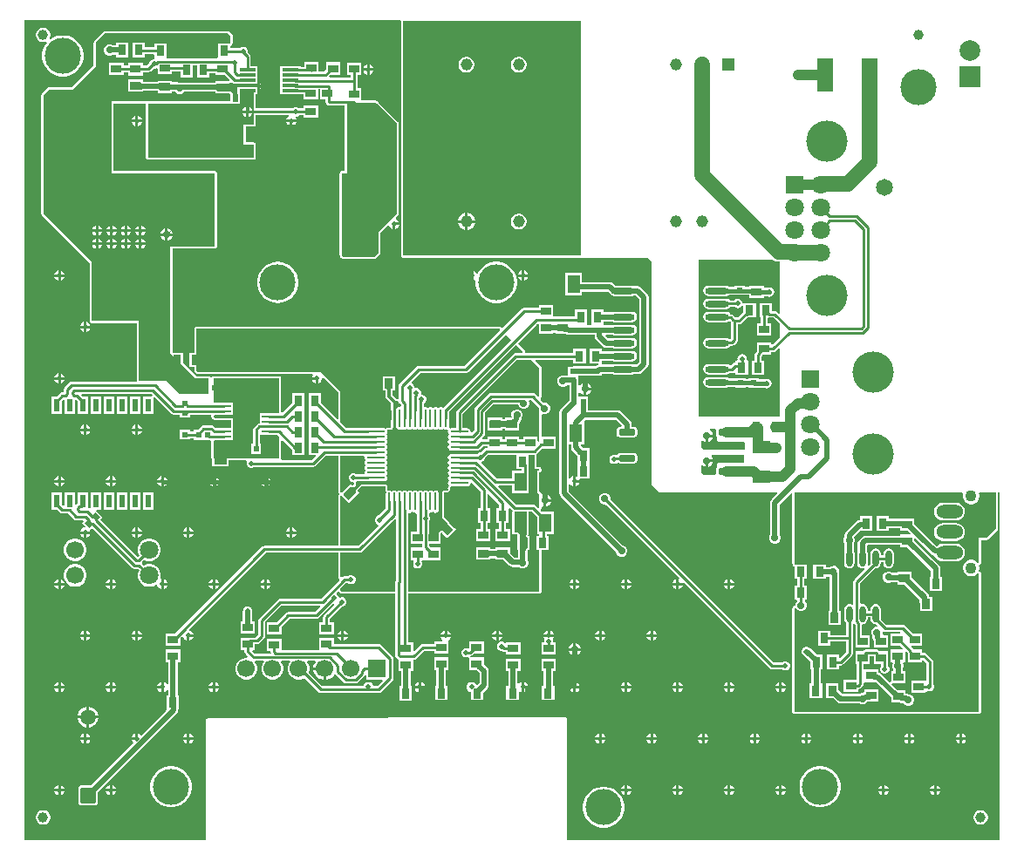
<source format=gtl>
G04*
G04 #@! TF.GenerationSoftware,Altium Limited,Altium Designer,21.0.9 (235)*
G04*
G04 Layer_Physical_Order=1*
G04 Layer_Color=255*
%FSLAX44Y44*%
%MOMM*%
G71*
G04*
G04 #@! TF.SameCoordinates,FA964728-6FA9-4AF5-8778-7C994F639020*
G04*
G04*
G04 #@! TF.FilePolarity,Positive*
G04*
G01*
G75*
%ADD12C,0.2540*%
%ADD14C,0.2500*%
%ADD17C,0.5000*%
%ADD18C,0.5000*%
%ADD54C,1.8000*%
%ADD56C,1.1000*%
%ADD71R,1.0000X0.8000*%
%ADD72R,1.5000X3.2000*%
%ADD73R,2.6000X2.4000*%
%ADD74R,0.8000X1.0000*%
%ADD75R,1.3970X0.2794*%
%ADD76R,0.6000X1.3000*%
G04:AMPARAMS|DCode=77|XSize=0.62mm|YSize=0.5mm|CornerRadius=0mm|HoleSize=0mm|Usage=FLASHONLY|Rotation=135.000|XOffset=0mm|YOffset=0mm|HoleType=Round|Shape=Rectangle|*
%AMROTATEDRECTD77*
4,1,4,0.3960,-0.0424,0.0424,-0.3960,-0.3960,0.0424,-0.0424,0.3960,0.3960,-0.0424,0.0*
%
%ADD77ROTATEDRECTD77*%

G04:AMPARAMS|DCode=78|XSize=1.57mm|YSize=0.6mm|CornerRadius=0.075mm|HoleSize=0mm|Usage=FLASHONLY|Rotation=0.000|XOffset=0mm|YOffset=0mm|HoleType=Round|Shape=RoundedRectangle|*
%AMROUNDEDRECTD78*
21,1,1.5700,0.4500,0,0,0.0*
21,1,1.4200,0.6000,0,0,0.0*
1,1,0.1500,0.7100,-0.2250*
1,1,0.1500,-0.7100,-0.2250*
1,1,0.1500,-0.7100,0.2250*
1,1,0.1500,0.7100,0.2250*
%
%ADD78ROUNDEDRECTD78*%
%ADD79R,2.2000X2.6000*%
%ADD80O,1.8000X0.2500*%
%ADD81O,0.2500X1.8000*%
G04:AMPARAMS|DCode=82|XSize=1mm|YSize=0.8mm|CornerRadius=0mm|HoleSize=0mm|Usage=FLASHONLY|Rotation=315.000|XOffset=0mm|YOffset=0mm|HoleType=Round|Shape=Rectangle|*
%AMROTATEDRECTD82*
4,1,4,-0.6364,0.0707,-0.0707,0.6364,0.6364,-0.0707,0.0707,-0.6364,-0.6364,0.0707,0.0*
%
%ADD82ROTATEDRECTD82*%

%ADD83R,1.2000X1.8000*%
%ADD84R,0.8000X1.1000*%
G04:AMPARAMS|DCode=85|XSize=1mm|YSize=0.8mm|CornerRadius=0mm|HoleSize=0mm|Usage=FLASHONLY|Rotation=225.000|XOffset=0mm|YOffset=0mm|HoleType=Round|Shape=Rectangle|*
%AMROTATEDRECTD85*
4,1,4,0.0707,0.6364,0.6364,0.0707,-0.0707,-0.6364,-0.6364,-0.0707,0.0707,0.6364,0.0*
%
%ADD85ROTATEDRECTD85*%

%ADD86R,0.6200X0.5000*%
%ADD87R,0.5000X0.6200*%
%ADD88R,1.2500X1.7500*%
%ADD89R,3.2000X1.2000*%
%ADD90R,1.0000X0.8000*%
%ADD91R,1.6000X0.3000*%
%ADD92R,1.5700X1.8800*%
%ADD93R,2.0000X2.5000*%
%ADD94R,2.4000X1.5500*%
G04:AMPARAMS|DCode=95|XSize=1.55mm|YSize=0.6mm|CornerRadius=0.3mm|HoleSize=0mm|Usage=FLASHONLY|Rotation=270.000|XOffset=0mm|YOffset=0mm|HoleType=Round|Shape=RoundedRectangle|*
%AMROUNDEDRECTD95*
21,1,1.5500,0.0000,0,0,270.0*
21,1,0.9500,0.6000,0,0,270.0*
1,1,0.6000,0.0000,-0.4750*
1,1,0.6000,0.0000,0.4750*
1,1,0.6000,0.0000,0.4750*
1,1,0.6000,0.0000,-0.4750*
%
%ADD95ROUNDEDRECTD95*%
%ADD96R,1.7500X1.2500*%
%ADD97O,2.3000X0.6000*%
%ADD98R,2.3000X0.6000*%
%ADD99R,0.8000X1.0000*%
%ADD100C,1.0000*%
%ADD101C,0.4000*%
%ADD102C,0.1250*%
%ADD103C,1.5000*%
%ADD104C,1.7000*%
%ADD105R,1.7000X1.7000*%
%ADD106C,1.0000*%
%ADD107R,1.8000X1.8000*%
%ADD108C,4.0000*%
%ADD109C,1.6500*%
%ADD110R,2.0000X2.0000*%
%ADD111C,2.0000*%
%ADD112R,1.1500X1.1500*%
%ADD113C,1.1500*%
%ADD114C,3.5000*%
%ADD115C,0.4000*%
G04:AMPARAMS|DCode=116|XSize=1.5mm|YSize=1.5mm|CornerRadius=0.075mm|HoleSize=0mm|Usage=FLASHONLY|Rotation=180.000|XOffset=0mm|YOffset=0mm|HoleType=Round|Shape=RoundedRectangle|*
%AMROUNDEDRECTD116*
21,1,1.5000,1.3500,0,0,180.0*
21,1,1.3500,1.5000,0,0,180.0*
1,1,0.1500,-0.6750,0.6750*
1,1,0.1500,0.6750,0.6750*
1,1,0.1500,0.6750,-0.6750*
1,1,0.1500,-0.6750,-0.6750*
%
%ADD116ROUNDEDRECTD116*%
%ADD117C,1.5000*%
%ADD118O,2.6160X1.3080*%
%ADD119C,0.7000*%
G36*
X-327660Y-162560D02*
X-328930Y-163830D01*
X-327660D01*
X-327660Y-184150D01*
X-500380D01*
X-500380Y43641D01*
X-327660D01*
Y-162560D01*
D02*
G37*
G36*
X-140485Y-188834D02*
X-138174Y-189791D01*
X-135694Y-190118D01*
X-134620D01*
Y-240034D01*
X-135793Y-240520D01*
X-137417Y-238897D01*
X-138492Y-238179D01*
X-139760Y-237926D01*
X-142210D01*
Y-230490D01*
X-154210D01*
Y-244490D01*
X-153584D01*
Y-249930D01*
X-157270D01*
Y-261930D01*
X-143270D01*
Y-249930D01*
X-146956D01*
Y-244591D01*
X-145686Y-244509D01*
X-145460Y-244554D01*
X-141132D01*
X-134620Y-251066D01*
Y-263284D01*
X-142000Y-270664D01*
X-143270Y-270138D01*
Y-268930D01*
X-157270D01*
Y-277244D01*
X-158173Y-278147D01*
X-158891Y-279222D01*
X-159144Y-280490D01*
Y-286370D01*
X-161830D01*
Y-300370D01*
X-149830D01*
Y-286370D01*
X-152516D01*
Y-281863D01*
X-151677Y-281023D01*
X-151615Y-280930D01*
X-143270D01*
Y-278244D01*
X-141580D01*
X-140312Y-277991D01*
X-139237Y-277273D01*
X-135793Y-273830D01*
X-134620Y-274316D01*
Y-340360D01*
X-213360Y-340360D01*
Y-187960D01*
X-141624D01*
X-140485Y-188834D01*
D02*
G37*
G36*
X-196604Y-354078D02*
Y-357850D01*
X-196390Y-358923D01*
X-195783Y-359833D01*
X-195580Y-359968D01*
Y-363718D01*
X-194170Y-365127D01*
X-169918Y-365127D01*
X-168910Y-366135D01*
X-168910Y-372110D01*
X-169548Y-372747D01*
X-208280D01*
X-210820Y-370207D01*
Y-364791D01*
X-209550Y-364128D01*
X-208097Y-365099D01*
X-207010Y-365316D01*
Y-359410D01*
X-205740D01*
Y-358140D01*
X-199834D01*
X-200051Y-357053D01*
X-201385Y-355055D01*
X-202707Y-354172D01*
X-202322Y-352902D01*
X-197780D01*
X-196604Y-354078D01*
D02*
G37*
G36*
X-169615Y-385375D02*
X-194875Y-385375D01*
X-196285Y-386785D01*
Y-390219D01*
X-196390Y-390377D01*
X-196604Y-391450D01*
Y-395719D01*
X-198485Y-397600D01*
X-208830D01*
X-211525Y-394905D01*
Y-388040D01*
X-210255Y-387654D01*
X-210095Y-387895D01*
X-208097Y-389230D01*
X-207010Y-389446D01*
Y-383540D01*
X-205740D01*
Y-382270D01*
X-199834D01*
X-200051Y-381183D01*
X-201385Y-379185D01*
X-201625Y-379025D01*
X-201240Y-377755D01*
X-169615Y-377755D01*
X-169615Y-385375D01*
D02*
G37*
G36*
X74930Y-449580D02*
X66040Y-458470D01*
X58420D01*
Y-482488D01*
X57386Y-482853D01*
X57150Y-482866D01*
X55712Y-481428D01*
X53888Y-480375D01*
X51853Y-479830D01*
X49747D01*
X47712Y-480375D01*
X45888Y-481428D01*
X44398Y-482918D01*
X43345Y-484742D01*
X42800Y-486777D01*
Y-488883D01*
X43345Y-490918D01*
X44398Y-492742D01*
X45888Y-494232D01*
X47712Y-495285D01*
X49747Y-495830D01*
X51853D01*
X53888Y-495285D01*
X55712Y-494232D01*
X57150Y-492794D01*
X57386Y-492807D01*
X58420Y-493172D01*
Y-627380D01*
X-120650D01*
Y-526652D01*
X-119380Y-526400D01*
X-119006Y-527303D01*
X-117459Y-528850D01*
X-115437Y-529688D01*
X-113249D01*
X-111228Y-528850D01*
X-109681Y-527303D01*
X-108843Y-525282D01*
Y-523094D01*
X-109681Y-521072D01*
X-110673Y-520080D01*
X-110168Y-518810D01*
X-108410D01*
Y-504810D01*
X-111096D01*
Y-498490D01*
X-108410D01*
Y-484490D01*
X-120410Y-484490D01*
X-120650Y-483319D01*
Y-414020D01*
X42420D01*
X43198Y-415290D01*
X42800Y-416777D01*
Y-418883D01*
X43345Y-420918D01*
X44398Y-422742D01*
X45888Y-424232D01*
X47712Y-425285D01*
X49747Y-425830D01*
X51853D01*
X53888Y-425285D01*
X55712Y-424232D01*
X57202Y-422742D01*
X58255Y-420918D01*
X58800Y-418883D01*
Y-416777D01*
X58402Y-415290D01*
X59180Y-414020D01*
X74930D01*
Y-449580D01*
D02*
G37*
G36*
X-502419Y43641D02*
X-502419Y-184150D01*
X-502264Y-184930D01*
X-501822Y-185592D01*
X-501160Y-186034D01*
X-500380Y-186189D01*
X-327660D01*
X-326390Y-186690D01*
Y-186690D01*
X-262890D01*
X-259080Y-190500D01*
X-259080Y-406400D01*
X-251460Y-414020D01*
X-137688D01*
X-137202Y-415193D01*
X-142944Y-420936D01*
X-143939Y-422424D01*
X-144288Y-424180D01*
Y-455280D01*
X-144363Y-455354D01*
X-145200Y-457376D01*
Y-459564D01*
X-144363Y-461586D01*
X-142816Y-463133D01*
X-140794Y-463970D01*
X-138606D01*
X-136585Y-463133D01*
X-135037Y-461586D01*
X-134200Y-459564D01*
Y-457376D01*
X-135037Y-455354D01*
X-135112Y-455280D01*
Y-426081D01*
X-123959Y-414928D01*
X-122689Y-415454D01*
Y-483319D01*
X-122649Y-483522D01*
X-122648Y-483729D01*
X-122408Y-484900D01*
X-122332Y-485079D01*
X-122294Y-485270D01*
X-122179Y-485442D01*
X-122099Y-485633D01*
X-121960Y-485770D01*
X-121852Y-485932D01*
X-121680Y-486047D01*
X-121533Y-486192D01*
X-121352Y-486266D01*
X-121190Y-486374D01*
X-120988Y-486414D01*
X-120796Y-486492D01*
X-120410Y-487684D01*
Y-498490D01*
X-117724D01*
Y-504810D01*
X-120410D01*
Y-518810D01*
X-118518D01*
X-118014Y-520080D01*
X-119006Y-521072D01*
X-119843Y-523094D01*
Y-524413D01*
X-121048Y-524652D01*
X-121233Y-524729D01*
X-121430Y-524768D01*
X-121597Y-524880D01*
X-121783Y-524957D01*
X-121925Y-525099D01*
X-122092Y-525210D01*
X-122204Y-525377D01*
X-122346Y-525519D01*
X-122422Y-525705D01*
X-122534Y-525872D01*
X-122573Y-526069D01*
X-122650Y-526255D01*
Y-526455D01*
X-122689Y-526652D01*
Y-627380D01*
X-122534Y-628160D01*
X-122092Y-628822D01*
X-121430Y-629264D01*
X-120650Y-629419D01*
X58420D01*
X59200Y-629264D01*
X59862Y-628822D01*
X60304Y-628160D01*
X60459Y-627380D01*
Y-493172D01*
X60448Y-493117D01*
X60456Y-493062D01*
X60371Y-492729D01*
X60304Y-492391D01*
X60273Y-492345D01*
X60259Y-492291D01*
X60053Y-492016D01*
X59862Y-491730D01*
X59816Y-491699D01*
X59783Y-491655D01*
X59487Y-491479D01*
X59200Y-491288D01*
X58442Y-490221D01*
X58800Y-488883D01*
Y-486777D01*
X58442Y-485439D01*
X59200Y-484372D01*
X59487Y-484181D01*
X59783Y-484006D01*
X59816Y-483961D01*
X59862Y-483930D01*
X60053Y-483644D01*
X60259Y-483369D01*
X60273Y-483315D01*
X60304Y-483269D01*
X60371Y-482931D01*
X60456Y-482598D01*
X60448Y-482543D01*
X60459Y-482488D01*
Y-460509D01*
X66040D01*
X66040Y-460509D01*
X66820Y-460354D01*
X67482Y-459912D01*
X67482Y-459912D01*
X76372Y-451022D01*
X76814Y-450360D01*
X76969Y-449580D01*
Y-414020D01*
X78490D01*
Y-751251D01*
X77592Y-752149D01*
X-341621Y-751833D01*
Y-635000D01*
X-341622Y-634995D01*
X-341621Y-634991D01*
X-341719Y-634509D01*
X-341815Y-634025D01*
X-341818Y-634021D01*
X-341819Y-634016D01*
X-342094Y-633607D01*
X-342368Y-633198D01*
X-342372Y-633195D01*
X-342374Y-633191D01*
X-342786Y-632918D01*
X-343195Y-632645D01*
X-343199Y-632644D01*
X-343203Y-632642D01*
X-343687Y-632547D01*
X-344170Y-632451D01*
X-344175Y-632452D01*
X-344179Y-632451D01*
X-689619Y-633721D01*
X-690101Y-633819D01*
X-690585Y-633915D01*
X-690589Y-633918D01*
X-690594Y-633919D01*
X-691003Y-634194D01*
X-691412Y-634468D01*
X-691415Y-634472D01*
X-691419Y-634474D01*
X-691692Y-634886D01*
X-691965Y-635295D01*
X-691966Y-635299D01*
X-691968Y-635303D01*
X-692063Y-635787D01*
X-692159Y-636270D01*
Y-751841D01*
X-867291Y-752537D01*
X-868190Y-751640D01*
Y44452D01*
X-809789Y44530D01*
X-503537D01*
X-502419Y43641D01*
D02*
G37*
%LPC*%
G36*
X-387230Y9020D02*
X-389270D01*
X-391241Y8492D01*
X-393009Y7472D01*
X-394451Y6029D01*
X-395472Y4261D01*
X-396000Y2290D01*
Y250D01*
X-395472Y-1721D01*
X-394451Y-3489D01*
X-393009Y-4931D01*
X-391241Y-5952D01*
X-389270Y-6480D01*
X-387230D01*
X-385259Y-5952D01*
X-383491Y-4931D01*
X-382048Y-3489D01*
X-381028Y-1721D01*
X-380500Y250D01*
Y2290D01*
X-381028Y4261D01*
X-382048Y6029D01*
X-383491Y7472D01*
X-385259Y8492D01*
X-387230Y9020D01*
D02*
G37*
G36*
X-438030D02*
X-440070D01*
X-442041Y8492D01*
X-443809Y7472D01*
X-445252Y6029D01*
X-446272Y4261D01*
X-446800Y2290D01*
Y250D01*
X-446272Y-1721D01*
X-445252Y-3489D01*
X-443809Y-4931D01*
X-442041Y-5952D01*
X-440070Y-6480D01*
X-438030D01*
X-436059Y-5952D01*
X-434291Y-4931D01*
X-432849Y-3489D01*
X-431828Y-1721D01*
X-431300Y250D01*
Y2290D01*
X-431828Y4261D01*
X-432849Y6029D01*
X-434291Y7472D01*
X-436059Y8492D01*
X-438030Y9020D01*
D02*
G37*
G36*
X-437780Y-142888D02*
Y-149860D01*
X-430808D01*
X-431325Y-147930D01*
X-432416Y-146040D01*
X-433960Y-144496D01*
X-435850Y-143405D01*
X-437780Y-142888D01*
D02*
G37*
G36*
X-440320Y-142888D02*
X-442250Y-143405D01*
X-444140Y-144496D01*
X-445684Y-146040D01*
X-446775Y-147930D01*
X-447292Y-149860D01*
X-440320D01*
Y-142888D01*
D02*
G37*
G36*
X-387230Y-143380D02*
X-389270D01*
X-391241Y-143908D01*
X-393009Y-144929D01*
X-394451Y-146371D01*
X-395472Y-148139D01*
X-396000Y-150110D01*
Y-152150D01*
X-395472Y-154121D01*
X-394451Y-155889D01*
X-393009Y-157331D01*
X-391241Y-158352D01*
X-389270Y-158880D01*
X-387230D01*
X-385259Y-158352D01*
X-383491Y-157331D01*
X-382048Y-155889D01*
X-381028Y-154121D01*
X-380500Y-152150D01*
Y-150110D01*
X-381028Y-148139D01*
X-382048Y-146371D01*
X-383491Y-144929D01*
X-385259Y-143908D01*
X-387230Y-143380D01*
D02*
G37*
G36*
X-430808Y-152400D02*
X-437780D01*
Y-159372D01*
X-435850Y-158855D01*
X-433960Y-157764D01*
X-432416Y-156220D01*
X-431325Y-154330D01*
X-430808Y-152400D01*
D02*
G37*
G36*
X-440320D02*
X-447292D01*
X-446775Y-154330D01*
X-445684Y-156220D01*
X-444140Y-157764D01*
X-442250Y-158855D01*
X-440320Y-159372D01*
Y-152400D01*
D02*
G37*
G36*
X-187050Y-213342D02*
X-204050D01*
X-206001Y-213730D01*
X-207655Y-214835D01*
X-208760Y-216489D01*
X-209148Y-218440D01*
X-208760Y-220391D01*
X-207655Y-222045D01*
X-206001Y-223150D01*
X-204050Y-223538D01*
X-187050D01*
X-185099Y-223150D01*
X-184154Y-222518D01*
X-175170D01*
X-175170Y-222518D01*
X-174374Y-222360D01*
X-173884D01*
X-173490Y-222438D01*
X-173490Y-222438D01*
X-164480D01*
Y-225820D01*
X-150480D01*
Y-223843D01*
X-146694D01*
X-146536Y-223949D01*
X-144780Y-224298D01*
X-143024Y-223949D01*
X-141536Y-222954D01*
X-140541Y-221466D01*
X-140192Y-219710D01*
X-140541Y-217954D01*
X-141536Y-216466D01*
X-143024Y-215471D01*
X-144780Y-215122D01*
X-146536Y-215471D01*
X-146858Y-215687D01*
X-150480D01*
Y-213820D01*
X-164480D01*
Y-214282D01*
X-168890D01*
Y-213360D01*
X-179090D01*
Y-214362D01*
X-184154D01*
X-185099Y-213730D01*
X-187050Y-213342D01*
D02*
G37*
G36*
Y-226042D02*
X-204050D01*
X-206001Y-226430D01*
X-207655Y-227535D01*
X-208760Y-229189D01*
X-209148Y-231140D01*
X-208760Y-233091D01*
X-207655Y-234745D01*
X-206001Y-235850D01*
X-204050Y-236238D01*
X-187050D01*
X-185099Y-235850D01*
X-183445Y-234745D01*
X-183153Y-234308D01*
X-178802D01*
X-177636Y-235087D01*
X-175880Y-235436D01*
X-174124Y-235087D01*
X-172636Y-234092D01*
X-171641Y-232604D01*
X-171480Y-231794D01*
X-170210Y-231919D01*
Y-238835D01*
X-170303Y-238897D01*
X-175964Y-244558D01*
X-177503D01*
X-177942Y-244119D01*
X-177997Y-244037D01*
X-179867Y-242167D01*
X-180942Y-241448D01*
X-182210Y-241196D01*
X-182803D01*
X-183445Y-240235D01*
X-185099Y-239130D01*
X-187050Y-238742D01*
X-204050D01*
X-206001Y-239130D01*
X-207655Y-240235D01*
X-208760Y-241889D01*
X-209148Y-243840D01*
X-208760Y-245791D01*
X-207655Y-247445D01*
X-206001Y-248550D01*
X-204050Y-248938D01*
X-187050D01*
X-185099Y-248550D01*
X-184012Y-247823D01*
X-183583D01*
X-182738Y-248668D01*
X-182683Y-248750D01*
X-182162Y-249271D01*
Y-264593D01*
X-182825Y-265257D01*
X-184012D01*
X-185099Y-264530D01*
X-187050Y-264142D01*
X-204050D01*
X-206001Y-264530D01*
X-207655Y-265635D01*
X-208760Y-267289D01*
X-209148Y-269240D01*
X-208760Y-271191D01*
X-207655Y-272845D01*
X-206001Y-273950D01*
X-204050Y-274338D01*
X-187050D01*
X-185099Y-273950D01*
X-183445Y-272845D01*
X-182803Y-271884D01*
X-181453D01*
X-180185Y-271632D01*
X-179110Y-270913D01*
X-176505Y-268309D01*
X-175787Y-267234D01*
X-175535Y-265966D01*
Y-251185D01*
X-174592D01*
X-173323Y-250933D01*
X-172248Y-250215D01*
X-166524Y-244490D01*
X-158210D01*
Y-230490D01*
X-170068D01*
X-170210Y-230490D01*
X-171401Y-230299D01*
X-171641Y-229092D01*
X-172636Y-227604D01*
X-174124Y-226609D01*
X-175880Y-226260D01*
X-177636Y-226609D01*
X-179124Y-227604D01*
X-179175Y-227680D01*
X-183348D01*
X-183445Y-227535D01*
X-185099Y-226430D01*
X-187050Y-226042D01*
D02*
G37*
G36*
X-171450Y-279892D02*
X-173206Y-280241D01*
X-174694Y-281236D01*
X-175689Y-282724D01*
X-176038Y-284480D01*
X-175915Y-285100D01*
X-176957Y-286370D01*
X-177830D01*
Y-288286D01*
X-177950D01*
X-179218Y-288539D01*
X-180293Y-289257D01*
X-181991Y-290955D01*
X-183445Y-291035D01*
X-185099Y-289930D01*
X-187050Y-289542D01*
X-204050D01*
X-206001Y-289930D01*
X-207655Y-291035D01*
X-208760Y-292689D01*
X-209148Y-294640D01*
X-208760Y-296591D01*
X-207655Y-298245D01*
X-206001Y-299350D01*
X-204050Y-299738D01*
X-187050D01*
X-185099Y-299350D01*
X-183447Y-298246D01*
X-181282D01*
X-180014Y-297993D01*
X-179100Y-297383D01*
X-177879Y-297714D01*
X-177830Y-297735D01*
Y-300370D01*
X-165830D01*
Y-286370D01*
X-165943D01*
X-166985Y-285100D01*
X-166862Y-284480D01*
X-167211Y-282724D01*
X-168206Y-281236D01*
X-169694Y-280241D01*
X-171450Y-279892D01*
D02*
G37*
G36*
X-187050Y-302242D02*
X-204050D01*
X-206001Y-302630D01*
X-207655Y-303735D01*
X-208760Y-305389D01*
X-209148Y-307340D01*
X-208760Y-309291D01*
X-207655Y-310945D01*
X-206001Y-312050D01*
X-204050Y-312438D01*
X-187050D01*
X-185099Y-312050D01*
X-184588Y-311708D01*
X-177820D01*
Y-312420D01*
X-167620D01*
Y-311998D01*
X-165120D01*
Y-312420D01*
X-154920D01*
Y-312343D01*
X-149832D01*
X-149076Y-312849D01*
X-147320Y-313198D01*
X-145564Y-312849D01*
X-144076Y-311854D01*
X-143081Y-310366D01*
X-142732Y-308610D01*
X-143081Y-306854D01*
X-144076Y-305366D01*
X-145564Y-304371D01*
X-147320Y-304022D01*
X-148149Y-304187D01*
X-154920D01*
Y-303420D01*
X-165120D01*
Y-303842D01*
X-167620D01*
Y-303420D01*
X-177820D01*
Y-303552D01*
X-183720D01*
X-185099Y-302630D01*
X-187050Y-302242D01*
D02*
G37*
G36*
X-199834Y-360680D02*
X-204470D01*
Y-365316D01*
X-203383Y-365099D01*
X-201385Y-363765D01*
X-200051Y-361767D01*
X-199834Y-360680D01*
D02*
G37*
G36*
Y-384810D02*
X-204470D01*
Y-389446D01*
X-203383Y-389230D01*
X-201385Y-387895D01*
X-200051Y-385897D01*
X-199834Y-384810D01*
D02*
G37*
G36*
X36340Y-424216D02*
X23260D01*
X21031Y-424510D01*
X18953Y-425370D01*
X17169Y-426739D01*
X15800Y-428523D01*
X14940Y-430601D01*
X14646Y-432830D01*
X14940Y-435059D01*
X15800Y-437137D01*
X17169Y-438921D01*
X18953Y-440290D01*
X21031Y-441150D01*
X23260Y-441444D01*
X36340D01*
X38569Y-441150D01*
X40647Y-440290D01*
X42431Y-438921D01*
X43800Y-437137D01*
X44660Y-435059D01*
X44954Y-432830D01*
X44660Y-430601D01*
X43800Y-428523D01*
X42431Y-426739D01*
X40647Y-425370D01*
X38569Y-424510D01*
X36340Y-424216D01*
D02*
G37*
G36*
Y-444216D02*
X23260D01*
X21031Y-444510D01*
X18953Y-445370D01*
X17169Y-446739D01*
X15800Y-448523D01*
X14940Y-450601D01*
X14646Y-452830D01*
X14940Y-455059D01*
X15800Y-457137D01*
X17169Y-458921D01*
X18953Y-460290D01*
X21031Y-461150D01*
X23260Y-461444D01*
X36340D01*
X38569Y-461150D01*
X40647Y-460290D01*
X42431Y-458921D01*
X43800Y-457137D01*
X44660Y-455059D01*
X44954Y-452830D01*
X44660Y-450601D01*
X43800Y-448523D01*
X42431Y-446739D01*
X40647Y-445370D01*
X38569Y-444510D01*
X36340Y-444216D01*
D02*
G37*
G36*
X-29180Y-437500D02*
X-41180D01*
Y-451500D01*
X-29180D01*
Y-449088D01*
X-18430D01*
Y-451390D01*
X-10919D01*
X-8092Y-454217D01*
X-8578Y-455390D01*
X-18430D01*
Y-456273D01*
X-51681D01*
X-53437Y-456622D01*
X-54925Y-457617D01*
X-57854Y-460546D01*
X-58849Y-462034D01*
X-59198Y-463790D01*
Y-471577D01*
X-59320Y-471759D01*
X-59708Y-473710D01*
Y-483210D01*
X-59320Y-485161D01*
X-58215Y-486815D01*
X-56561Y-487920D01*
X-54610Y-488308D01*
X-53212Y-488030D01*
X-52587Y-489200D01*
X-62453Y-499067D01*
X-63171Y-500142D01*
X-63424Y-501410D01*
Y-522766D01*
X-64694Y-523445D01*
X-65359Y-523000D01*
X-67310Y-522612D01*
X-69261Y-523000D01*
X-70915Y-524105D01*
X-72020Y-525759D01*
X-72408Y-527710D01*
Y-537210D01*
X-72020Y-539161D01*
X-70915Y-540815D01*
X-70624Y-541009D01*
Y-552786D01*
X-85440D01*
Y-549100D01*
X-97440D01*
Y-563100D01*
X-85440D01*
Y-559414D01*
X-70624D01*
Y-569367D01*
X-76170Y-574914D01*
X-77440Y-574388D01*
Y-572120D01*
X-89440D01*
Y-586120D01*
X-77440D01*
Y-582434D01*
X-75690D01*
X-74422Y-582181D01*
X-73347Y-581463D01*
X-64967Y-573083D01*
X-64249Y-572008D01*
X-63996Y-570740D01*
Y-556260D01*
Y-541808D01*
X-62784Y-541440D01*
X-62657Y-541526D01*
X-62453Y-541831D01*
X-61674Y-542611D01*
Y-556050D01*
X-61610Y-556370D01*
Y-564800D01*
X-47610D01*
Y-552800D01*
X-55046D01*
Y-542666D01*
X-54610Y-542308D01*
X-52659Y-541920D01*
X-51005Y-540815D01*
X-49900Y-539161D01*
X-49512Y-537210D01*
Y-535774D01*
X-47008D01*
Y-537210D01*
X-46620Y-539161D01*
X-45515Y-540815D01*
X-43861Y-541920D01*
X-41910Y-542308D01*
X-41567Y-542240D01*
X-40286Y-543520D01*
X-40812Y-544790D01*
X-41734D01*
X-43755Y-545627D01*
X-45303Y-547174D01*
X-46140Y-549196D01*
Y-551384D01*
X-45303Y-553405D01*
X-44845Y-553863D01*
Y-555373D01*
X-44496Y-557128D01*
X-43830Y-558126D01*
Y-564800D01*
X-29830D01*
Y-552800D01*
X-34352D01*
X-35201Y-551530D01*
X-35140Y-551384D01*
Y-550211D01*
X-34155Y-549536D01*
X-33870Y-549466D01*
X-32743Y-549690D01*
X-17925D01*
X-17799Y-549880D01*
X-18477Y-551150D01*
X-27320D01*
Y-563150D01*
X-18035D01*
X-15208Y-565977D01*
X-15694Y-567150D01*
X-27320D01*
Y-579150D01*
X-25977D01*
X-25234Y-580420D01*
X-25820Y-581836D01*
Y-584024D01*
X-24983Y-586045D01*
X-24703Y-586325D01*
Y-587750D01*
X-26910D01*
Y-598465D01*
X-28180Y-598991D01*
X-34786Y-592386D01*
X-34997Y-592245D01*
X-36506Y-590736D01*
X-37994Y-589741D01*
X-39130Y-589515D01*
Y-586480D01*
X-52386D01*
X-53130Y-586480D01*
X-53656Y-585428D01*
Y-580800D01*
X-47610D01*
Y-573754D01*
X-43830D01*
Y-580800D01*
X-36434D01*
Y-582900D01*
X-36835Y-583301D01*
X-37520Y-584955D01*
Y-586745D01*
X-36835Y-588399D01*
X-35569Y-589665D01*
X-33915Y-590350D01*
X-32125D01*
X-30471Y-589665D01*
X-29205Y-588399D01*
X-28520Y-586745D01*
Y-584955D01*
X-29205Y-583301D01*
X-29766Y-582740D01*
Y-577530D01*
X-29830Y-577208D01*
Y-568800D01*
X-37710D01*
X-38203Y-568062D01*
X-39284Y-567340D01*
X-40560Y-567086D01*
X-51880D01*
X-53156Y-567340D01*
X-54237Y-568062D01*
X-54730Y-568800D01*
X-61610D01*
Y-580800D01*
X-60324D01*
Y-595980D01*
X-72880D01*
Y-607980D01*
X-58880D01*
Y-605314D01*
X-58478D01*
X-57202Y-605060D01*
X-56120Y-604338D01*
X-54633Y-602850D01*
X-53910Y-601768D01*
X-53656Y-600492D01*
Y-599532D01*
X-53130Y-598480D01*
X-52386Y-598480D01*
X-44073D01*
X-43630Y-598568D01*
X-41651D01*
X-41344Y-598874D01*
X-41133Y-599015D01*
X-26910Y-613239D01*
Y-618750D01*
X-17853D01*
X-17410Y-618838D01*
X-14917D01*
X-14823Y-619066D01*
X-13276Y-620613D01*
X-11254Y-621450D01*
X-9066D01*
X-7045Y-620613D01*
X-5497Y-619066D01*
X-4660Y-617044D01*
Y-614856D01*
X-5497Y-612835D01*
X-7045Y-611287D01*
X-9066Y-610450D01*
X-9988D01*
X-10645Y-610011D01*
X-12401Y-609662D01*
X-12910D01*
Y-606750D01*
X-20421D01*
X-26151Y-601020D01*
X-25625Y-599750D01*
X-12910D01*
Y-587750D01*
X-15527D01*
Y-585730D01*
X-14820Y-584024D01*
Y-581836D01*
X-15407Y-580420D01*
X-14662Y-579150D01*
X-13320D01*
Y-569524D01*
X-12147Y-569038D01*
X-10874Y-570311D01*
Y-570420D01*
X-10810Y-570742D01*
Y-579150D01*
X3190D01*
Y-577851D01*
X4460Y-577325D01*
X7044Y-579909D01*
Y-596064D01*
X6840Y-597250D01*
X-7160D01*
Y-609250D01*
X6840D01*
Y-608016D01*
X6930Y-607905D01*
X8110Y-607272D01*
X9265Y-607750D01*
X11055D01*
X12709Y-607065D01*
X13975Y-605799D01*
X14660Y-604145D01*
Y-602355D01*
X13975Y-600701D01*
X13712Y-600438D01*
Y-578528D01*
X13458Y-577252D01*
X12736Y-576170D01*
X7358Y-570793D01*
X6276Y-570070D01*
X5000Y-569816D01*
X3190D01*
Y-567150D01*
X-4797D01*
X-5182Y-566572D01*
X-7432Y-564323D01*
X-6946Y-563150D01*
X3190D01*
Y-551150D01*
X-6124D01*
X-13240Y-544034D01*
X-14315Y-543315D01*
X-15583Y-543063D01*
X-31371D01*
X-36880Y-537553D01*
X-36812Y-537210D01*
Y-527710D01*
X-37200Y-525759D01*
X-38305Y-524105D01*
X-39959Y-523000D01*
X-41910Y-522612D01*
X-43861Y-523000D01*
X-45515Y-524105D01*
X-46620Y-525759D01*
X-47008Y-527710D01*
Y-529146D01*
X-49512D01*
Y-527710D01*
X-49900Y-525759D01*
X-51005Y-524105D01*
X-52659Y-523000D01*
X-54610Y-522612D01*
X-55526Y-522794D01*
X-56796Y-521752D01*
Y-502783D01*
X-42253Y-488240D01*
X-41910Y-488308D01*
X-39959Y-487920D01*
X-38305Y-486815D01*
X-37200Y-485161D01*
X-36812Y-483210D01*
Y-481774D01*
X-34308D01*
Y-483210D01*
X-33920Y-485161D01*
X-32815Y-486815D01*
X-31161Y-487920D01*
X-29210Y-488308D01*
X-27259Y-487920D01*
X-25605Y-486815D01*
X-24500Y-485161D01*
X-24112Y-483210D01*
Y-473710D01*
X-24500Y-471759D01*
X-25605Y-470105D01*
X-27259Y-469000D01*
X-29210Y-468612D01*
X-31161Y-469000D01*
X-32815Y-470105D01*
X-33920Y-471759D01*
X-34308Y-473710D01*
Y-475146D01*
X-36812D01*
Y-473710D01*
X-37200Y-471759D01*
X-38305Y-470105D01*
X-39959Y-469000D01*
X-41910Y-468612D01*
X-43861Y-469000D01*
X-45515Y-470105D01*
X-46620Y-471759D01*
X-47008Y-473710D01*
Y-483210D01*
X-46940Y-483553D01*
X-48620Y-485233D01*
X-49790Y-484608D01*
X-49512Y-483210D01*
Y-473710D01*
X-49900Y-471759D01*
X-50022Y-471577D01*
Y-465690D01*
X-49781Y-465449D01*
X-18430D01*
Y-467390D01*
X-10919D01*
X11922Y-490230D01*
Y-496080D01*
X10510D01*
Y-510080D01*
X22510D01*
Y-496080D01*
X21098D01*
Y-488330D01*
X20749Y-486574D01*
X19754Y-485086D01*
X-4430Y-460901D01*
Y-459538D01*
X-3257Y-459052D01*
X-946Y-461363D01*
X-724Y-461694D01*
X12110Y-474528D01*
X13598Y-475523D01*
X15270Y-475855D01*
X15800Y-477137D01*
X17169Y-478921D01*
X18953Y-480290D01*
X21031Y-481150D01*
X23260Y-481444D01*
X36340D01*
X38569Y-481150D01*
X40647Y-480290D01*
X42431Y-478921D01*
X43800Y-477137D01*
X44660Y-475059D01*
X44954Y-472830D01*
X44660Y-470601D01*
X43800Y-468523D01*
X42431Y-466739D01*
X40647Y-465370D01*
X38569Y-464510D01*
X36340Y-464216D01*
X23260D01*
X21031Y-464510D01*
X18953Y-465370D01*
X17242Y-466683D01*
X5986Y-455427D01*
X5764Y-455096D01*
X-4430Y-444901D01*
Y-439390D01*
X-18430D01*
Y-439912D01*
X-29180D01*
Y-437500D01*
D02*
G37*
G36*
X-45180D02*
X-57180D01*
Y-441188D01*
X-58906Y-441531D01*
X-60394Y-442526D01*
X-70554Y-452686D01*
X-71549Y-454174D01*
X-71898Y-455930D01*
Y-457820D01*
X-71973Y-457895D01*
X-72810Y-459916D01*
Y-462104D01*
X-71973Y-464126D01*
X-71898Y-464200D01*
Y-471577D01*
X-72020Y-471759D01*
X-72408Y-473710D01*
Y-483210D01*
X-72020Y-485161D01*
X-70915Y-486815D01*
X-69261Y-487920D01*
X-67310Y-488308D01*
X-65359Y-487920D01*
X-63705Y-486815D01*
X-62600Y-485161D01*
X-62212Y-483210D01*
Y-473710D01*
X-62600Y-471759D01*
X-62722Y-471577D01*
Y-464200D01*
X-62647Y-464126D01*
X-61810Y-462104D01*
Y-459916D01*
X-62647Y-457895D01*
X-62717Y-457825D01*
X-56391Y-451500D01*
X-45180D01*
Y-437500D01*
D02*
G37*
G36*
X-28116Y-491070D02*
X-30304D01*
X-32325Y-491907D01*
X-33873Y-493455D01*
X-34710Y-495476D01*
Y-497664D01*
X-33873Y-499686D01*
X-32325Y-501233D01*
X-30304Y-502070D01*
X-28116D01*
X-26839Y-501541D01*
X-20970D01*
Y-503730D01*
X-13459D01*
X922Y-518110D01*
Y-521330D01*
X1010Y-521773D01*
Y-529830D01*
X13010D01*
Y-515830D01*
X10022D01*
X9749Y-514454D01*
X8754Y-512966D01*
X-6970Y-497241D01*
Y-491730D01*
X-20970D01*
Y-492365D01*
X-25637D01*
X-26095Y-491907D01*
X-28116Y-491070D01*
D02*
G37*
G36*
X-90410Y-484490D02*
X-102410D01*
Y-498490D01*
X-90410D01*
Y-496078D01*
X-86528D01*
Y-529350D01*
X-87940D01*
Y-543350D01*
X-75940D01*
Y-529350D01*
X-77352D01*
Y-492854D01*
X-77593Y-491642D01*
Y-490066D01*
X-78430Y-488045D01*
X-79978Y-486497D01*
X-81999Y-485660D01*
X-84187D01*
X-86208Y-486497D01*
X-86613Y-486902D01*
X-90410D01*
Y-484490D01*
D02*
G37*
G36*
X-108600Y-564372D02*
X-109220D01*
X-109663Y-564460D01*
X-110115D01*
X-110533Y-564633D01*
X-110976Y-564721D01*
X-111352Y-564972D01*
X-111769Y-565145D01*
X-112088Y-565465D01*
X-112464Y-565716D01*
X-112715Y-566091D01*
X-113035Y-566411D01*
X-113208Y-566828D01*
X-113459Y-567204D01*
X-113547Y-567647D01*
X-113720Y-568065D01*
Y-568517D01*
X-113808Y-568960D01*
X-113720Y-569403D01*
Y-569855D01*
X-113547Y-570273D01*
X-113459Y-570716D01*
X-113208Y-571092D01*
X-113035Y-571509D01*
X-112715Y-571828D01*
X-112464Y-572204D01*
X-112088Y-572455D01*
X-111769Y-572775D01*
X-111352Y-572948D01*
X-110976Y-573199D01*
X-110818Y-573230D01*
X-105440Y-578609D01*
Y-586120D01*
X-104237D01*
Y-600060D01*
X-105859D01*
Y-614060D01*
X-93859D01*
Y-600060D01*
X-95061D01*
Y-586120D01*
X-93440D01*
Y-572120D01*
X-98951D01*
X-105356Y-565716D01*
X-106844Y-564721D01*
X-108600Y-564372D01*
D02*
G37*
G36*
X-77859Y-600060D02*
X-89859D01*
Y-614060D01*
X-83347D01*
X-79483Y-617924D01*
X-77994Y-618919D01*
X-76239Y-619268D01*
X-57800D01*
X-57726Y-619343D01*
X-55704Y-620180D01*
X-53516D01*
X-51494Y-619343D01*
X-49947Y-617795D01*
X-49853Y-617568D01*
X-47630D01*
X-47187Y-617480D01*
X-39130D01*
Y-605480D01*
X-53130D01*
Y-608543D01*
X-54125Y-608741D01*
X-54781Y-609180D01*
X-55704D01*
X-57726Y-610017D01*
X-57800Y-610092D01*
X-74338D01*
X-77859Y-606571D01*
Y-600060D01*
D02*
G37*
%LPD*%
G36*
X-9009Y-497241D02*
X-9009Y-497241D01*
X-8854Y-498022D01*
X-8412Y-498683D01*
X7170Y-514266D01*
X7828Y-515250D01*
X8023Y-516228D01*
X8099Y-516413D01*
X8139Y-516610D01*
X8250Y-516777D01*
X8327Y-516963D01*
X8469Y-517105D01*
X8581Y-517272D01*
X8748Y-517383D01*
X8890Y-517525D01*
X9075Y-517602D01*
X9242Y-517714D01*
X9439Y-517753D01*
X9625Y-517830D01*
X9826D01*
X10022Y-517869D01*
X10971D01*
Y-527791D01*
X3049D01*
Y-521773D01*
X3010Y-521576D01*
Y-521376D01*
X2961Y-521129D01*
Y-518110D01*
X2806Y-517330D01*
X2364Y-516669D01*
X-12017Y-502288D01*
X-12678Y-501846D01*
X-13459Y-501691D01*
X-18931D01*
Y-501541D01*
X-19086Y-500760D01*
X-19528Y-500099D01*
X-20190Y-499657D01*
X-20970Y-499502D01*
X-22744D01*
X-23449Y-498446D01*
X-23198Y-497840D01*
X-29210D01*
Y-495300D01*
X-23124D01*
X-22525Y-494404D01*
X-20970D01*
X-20190Y-494249D01*
X-19528Y-493806D01*
X-19503Y-493769D01*
X-9009D01*
Y-497241D01*
D02*
G37*
G36*
X-81823Y-497172D02*
X-80661Y-496690D01*
X-79391Y-497539D01*
Y-529350D01*
X-79236Y-530130D01*
X-78794Y-530792D01*
X-78132Y-531234D01*
X-77979Y-531264D01*
Y-541311D01*
X-85901D01*
Y-531264D01*
X-85748Y-531234D01*
X-85086Y-530792D01*
X-84644Y-530130D01*
X-84489Y-529350D01*
Y-497330D01*
X-84363Y-497246D01*
Y-491160D01*
X-81823D01*
Y-497172D01*
D02*
G37*
G36*
X-79898Y-606571D02*
X-79898Y-606571D01*
X-79743Y-607352D01*
X-79301Y-608013D01*
X-75780Y-611534D01*
X-75118Y-611976D01*
X-74338Y-612131D01*
X-61235D01*
X-60529Y-613187D01*
X-60622Y-613410D01*
X-54610D01*
Y-615950D01*
X-60622D01*
X-60529Y-616173D01*
X-61235Y-617229D01*
X-76038D01*
X-77199Y-616998D01*
X-78183Y-616340D01*
X-81905Y-612618D01*
X-82567Y-612176D01*
X-83347Y-612021D01*
X-87819D01*
Y-602099D01*
X-79898D01*
Y-606571D01*
D02*
G37*
%LPC*%
G36*
X-582638Y3935D02*
X-596638D01*
Y-746D01*
X-599809D01*
Y-580D01*
X-619808D01*
Y-7580D01*
Y-17580D01*
Y-27580D01*
X-606399D01*
X-605799Y-27699D01*
X-597168D01*
Y-32339D01*
X-583168D01*
Y-22699D01*
X-581040D01*
Y-32450D01*
X-575702D01*
Y-35339D01*
X-575450Y-36607D01*
X-574731Y-37682D01*
X-573657Y-38401D01*
X-572388Y-38653D01*
X-557029D01*
Y-102101D01*
X-559869D01*
X-560067Y-102140D01*
X-560267Y-102140D01*
X-560313Y-102159D01*
X-560363Y-102162D01*
X-560364Y-102162D01*
X-560474Y-102214D01*
X-560595Y-102234D01*
X-560596Y-102235D01*
X-560620Y-102250D01*
X-560649Y-102256D01*
X-560673Y-102272D01*
X-560674Y-102272D01*
X-560817Y-102368D01*
X-561002Y-102445D01*
X-561026Y-102461D01*
X-561053Y-102487D01*
X-561083Y-102502D01*
X-561142Y-102567D01*
X-561171Y-102596D01*
X-561269Y-102657D01*
X-561287Y-102682D01*
X-561336Y-102715D01*
X-561391Y-102770D01*
X-561410Y-102798D01*
X-561439Y-102817D01*
X-561495Y-102874D01*
X-561536Y-102935D01*
X-561594Y-102979D01*
X-561645Y-103070D01*
X-561674Y-103099D01*
X-561693Y-103126D01*
X-561749Y-103182D01*
X-561765Y-103208D01*
X-561778Y-103237D01*
X-561800Y-103261D01*
X-561860Y-103420D01*
X-561937Y-103535D01*
X-561937Y-103535D01*
X-561954Y-103560D01*
X-561969Y-103639D01*
X-561988Y-103671D01*
X-561988Y-103671D01*
X-562001Y-103777D01*
X-562070Y-103943D01*
Y-103975D01*
X-562081Y-104005D01*
X-562081Y-104006D01*
X-562076Y-104175D01*
X-562109Y-104341D01*
Y-183832D01*
X-562109Y-183832D01*
Y-184032D01*
X-562070Y-184230D01*
X-562070Y-184431D01*
X-561993Y-184616D01*
X-561954Y-184813D01*
X-561947Y-184823D01*
X-561947Y-184823D01*
X-561814Y-185144D01*
X-561814Y-185144D01*
X-561812Y-185156D01*
X-561701Y-185321D01*
X-561625Y-185506D01*
X-561584Y-185547D01*
X-561559Y-185599D01*
X-561559Y-185599D01*
X-561451Y-185696D01*
X-561370Y-185817D01*
X-560609Y-186578D01*
X-560609Y-186578D01*
X-560467Y-186720D01*
X-560300Y-186831D01*
X-560158Y-186973D01*
X-560157Y-186974D01*
X-560156Y-186975D01*
X-560156Y-186975D01*
X-559972Y-187051D01*
X-559806Y-187162D01*
X-559794Y-187164D01*
X-559794Y-187164D01*
X-559473Y-187297D01*
X-559463Y-187304D01*
X-559267Y-187343D01*
X-559082Y-187420D01*
X-558880Y-187420D01*
X-558682Y-187459D01*
X-549077D01*
X-536183Y-187459D01*
X-528722D01*
X-528721Y-187459D01*
X-528521D01*
X-528323Y-187420D01*
X-528122Y-187420D01*
X-528112Y-187415D01*
X-528101Y-187415D01*
X-528100Y-187415D01*
X-527926Y-187341D01*
X-527740Y-187304D01*
X-527731Y-187297D01*
X-527731Y-187297D01*
X-527409Y-187164D01*
X-527409Y-187164D01*
X-527397Y-187162D01*
X-527266Y-187074D01*
X-527140Y-187029D01*
X-527140Y-187029D01*
X-527108Y-187000D01*
X-527046Y-186974D01*
X-527006Y-186934D01*
X-526955Y-186909D01*
X-526954Y-186909D01*
X-526857Y-186801D01*
X-526736Y-186720D01*
X-523210Y-183194D01*
X-523098Y-183027D01*
X-522956Y-182885D01*
X-522879Y-182699D01*
X-522768Y-182532D01*
X-522766Y-182521D01*
X-522633Y-182199D01*
X-522626Y-182190D01*
X-522587Y-181993D01*
X-522510Y-181809D01*
X-522510Y-181607D01*
X-522471Y-181409D01*
Y-181209D01*
X-522471Y-181208D01*
Y-162135D01*
X-515396Y-155060D01*
X-513898Y-155358D01*
X-513473Y-156385D01*
X-512055Y-157803D01*
X-510470Y-158459D01*
Y-153530D01*
X-509200D01*
Y-152260D01*
X-504271D01*
X-504927Y-150675D01*
X-506345Y-149257D01*
X-507372Y-148832D01*
X-507670Y-147334D01*
X-505451Y-145115D01*
X-505423Y-145072D01*
X-505381Y-145041D01*
X-505203Y-144743D01*
X-505144Y-144655D01*
X-505104Y-144611D01*
X-505078Y-144567D01*
X-505070Y-144544D01*
X-505009Y-144454D01*
X-504999Y-144403D01*
X-504973Y-144358D01*
X-504966Y-144339D01*
X-504929Y-144284D01*
X-504853Y-144100D01*
X-504846Y-144090D01*
X-504807Y-143892D01*
X-504730Y-143705D01*
X-504730Y-143505D01*
X-504691Y-143310D01*
X-504691Y-143109D01*
X-504691Y-143109D01*
X-504691Y-143108D01*
X-504691Y-99689D01*
Y-56282D01*
X-504691Y-56281D01*
Y-56081D01*
X-504730Y-55883D01*
X-504730Y-55682D01*
X-504749Y-55636D01*
X-504752Y-55586D01*
X-504817Y-55449D01*
X-504846Y-55300D01*
X-504853Y-55291D01*
X-504977Y-54991D01*
X-504978Y-54981D01*
X-504979Y-54981D01*
X-504985Y-54971D01*
X-504986Y-54969D01*
X-504986Y-54969D01*
X-504988Y-54958D01*
X-505100Y-54790D01*
X-505177Y-54605D01*
X-505310Y-54472D01*
X-505413Y-54314D01*
X-505423Y-54307D01*
X-505430Y-54296D01*
X-514771Y-44955D01*
X-524112Y-35615D01*
X-524279Y-35503D01*
X-524421Y-35361D01*
X-524633Y-35219D01*
X-524707Y-35188D01*
X-525635Y-34260D01*
X-525636Y-34260D01*
X-525636Y-34260D01*
X-525803Y-34148D01*
X-525944Y-34007D01*
X-525961Y-34000D01*
X-525974Y-33987D01*
X-525974Y-33987D01*
X-526145Y-33920D01*
X-526296Y-33818D01*
X-526297Y-33818D01*
X-526297Y-33818D01*
X-526298Y-33818D01*
X-526309Y-33816D01*
X-526630Y-33683D01*
X-526630Y-33682D01*
X-526640Y-33676D01*
X-526809Y-33642D01*
X-526968Y-33572D01*
X-526968Y-33572D01*
X-526996Y-33571D01*
X-527023Y-33560D01*
X-527223Y-33560D01*
X-527420Y-33521D01*
X-527620D01*
X-527621Y-33521D01*
X-540064D01*
X-541259Y-33339D01*
Y-21339D01*
X-544945D01*
Y-8699D01*
X-541259D01*
Y3301D01*
X-555258D01*
Y-8699D01*
X-551572D01*
Y-11072D01*
X-571846D01*
X-572332Y-9898D01*
X-570863Y-8429D01*
X-561578D01*
Y3571D01*
X-575578D01*
Y-3714D01*
X-577610Y-5745D01*
X-582638D01*
Y3935D01*
D02*
G37*
G36*
X-532930Y1399D02*
Y-2260D01*
X-529271D01*
X-529927Y-675D01*
X-531345Y743D01*
X-532930Y1399D01*
D02*
G37*
G36*
X-535470D02*
X-537055Y743D01*
X-538473Y-675D01*
X-539129Y-2260D01*
X-535470D01*
Y1399D01*
D02*
G37*
G36*
X-529271Y-4800D02*
X-532930D01*
Y-8459D01*
X-531345Y-7803D01*
X-529927Y-6385D01*
X-529271Y-4800D01*
D02*
G37*
G36*
X-535470D02*
X-539129D01*
X-538473Y-6385D01*
X-537055Y-7803D01*
X-535470Y-8459D01*
Y-4800D01*
D02*
G37*
G36*
X-849078Y37000D02*
X-850922D01*
X-852702Y36523D01*
X-854298Y35601D01*
X-855601Y34298D01*
X-856523Y32702D01*
X-857000Y30922D01*
Y29078D01*
X-856523Y27298D01*
X-855601Y25702D01*
X-854298Y24399D01*
X-852702Y23477D01*
X-850922Y23000D01*
X-849078D01*
X-847298Y23477D01*
X-846932Y23688D01*
X-846152Y22672D01*
X-846395Y22429D01*
X-848584Y19153D01*
X-850091Y15514D01*
X-850860Y11650D01*
Y7710D01*
X-850091Y3846D01*
X-848584Y206D01*
X-846395Y-3069D01*
X-843609Y-5855D01*
X-840333Y-8044D01*
X-836694Y-9551D01*
X-832830Y-10320D01*
X-828890D01*
X-825026Y-9551D01*
X-821386Y-8044D01*
X-818111Y-5855D01*
X-815325Y-3069D01*
X-813136Y206D01*
X-811629Y3846D01*
X-810860Y7710D01*
Y11650D01*
X-811629Y15514D01*
X-813136Y19153D01*
X-815325Y22429D01*
X-818111Y25215D01*
X-821386Y27404D01*
X-825026Y28911D01*
X-828890Y29680D01*
X-832830D01*
X-836694Y28911D01*
X-840333Y27404D01*
X-842964Y25646D01*
X-843916Y26537D01*
X-843477Y27298D01*
X-843000Y29078D01*
Y30922D01*
X-843477Y32702D01*
X-844399Y34298D01*
X-845702Y35601D01*
X-847298Y36523D01*
X-849078Y37000D01*
D02*
G37*
G36*
X-789940Y33789D02*
X-790720Y33634D01*
X-791382Y33192D01*
X-791382Y33192D01*
X-800272Y24302D01*
X-800714Y23640D01*
X-800869Y22860D01*
Y845D01*
X-822535Y-20821D01*
X-844550D01*
X-844550Y-20821D01*
X-845330Y-20976D01*
X-845992Y-21418D01*
X-845992Y-21418D01*
X-851072Y-26498D01*
X-851514Y-27160D01*
X-851669Y-27940D01*
Y-143510D01*
X-851669Y-143510D01*
X-851514Y-144290D01*
X-851072Y-144952D01*
X-851072Y-144952D01*
X-804679Y-191345D01*
X-804679Y-247649D01*
X-804524Y-248430D01*
X-804082Y-249091D01*
X-803420Y-249533D01*
X-802640Y-249688D01*
X-758959Y-249689D01*
Y-279400D01*
Y-295910D01*
Y-306070D01*
X-760088Y-306906D01*
X-822306D01*
X-823582Y-307160D01*
X-824664Y-307882D01*
X-829128Y-312346D01*
X-829850Y-313428D01*
X-830104Y-314704D01*
Y-317066D01*
X-831410D01*
X-832686Y-317320D01*
X-833767Y-318042D01*
X-836645Y-320920D01*
X-841930D01*
Y-337920D01*
X-831930D01*
Y-325635D01*
X-830500Y-324205D01*
X-829230Y-324731D01*
Y-337920D01*
X-819230D01*
Y-324731D01*
X-817960Y-324205D01*
X-816530Y-325635D01*
Y-337920D01*
X-806530D01*
Y-320920D01*
X-811815D01*
X-812908Y-319827D01*
X-812421Y-318654D01*
X-744805D01*
X-743809Y-319650D01*
X-744335Y-320920D01*
X-753030D01*
Y-337920D01*
X-743030D01*
Y-322225D01*
X-741760Y-321699D01*
X-725822Y-337637D01*
X-724740Y-338360D01*
X-723464Y-338614D01*
X-717570D01*
Y-341740D01*
X-707370D01*
Y-338614D01*
X-687661D01*
X-687353Y-338767D01*
X-686819Y-339295D01*
X-686569Y-339634D01*
Y-341241D01*
X-686521Y-341482D01*
X-686510Y-341727D01*
X-686444Y-341869D01*
X-686414Y-342021D01*
X-686277Y-342226D01*
X-686173Y-342448D01*
X-686059Y-342553D01*
X-685972Y-342683D01*
X-685768Y-342820D01*
X-685680Y-342900D01*
X-685652D01*
X-685134Y-343374D01*
X-685003Y-343453D01*
X-684974Y-343479D01*
X-684933Y-343505D01*
X-684814Y-343614D01*
X-684683Y-343693D01*
X-684560Y-343737D01*
X-684378Y-343859D01*
X-684333Y-343868D01*
X-684294Y-343892D01*
X-684076Y-343925D01*
X-683956Y-343975D01*
X-683879Y-343990D01*
X-683806Y-344005D01*
X-683645D01*
X-683597Y-344014D01*
X-683558D01*
X-683408Y-344044D01*
X-667678D01*
Y-351790D01*
Y-352012D01*
X-674429D01*
X-674751Y-351948D01*
X-682503D01*
X-682843Y-351608D01*
X-684289Y-350163D01*
X-685370Y-349440D01*
X-686646Y-349186D01*
X-694170D01*
X-695446Y-349440D01*
X-696527Y-350163D01*
X-699405Y-353040D01*
X-703690D01*
Y-354806D01*
X-707370D01*
Y-353640D01*
X-717570D01*
Y-362640D01*
X-707370D01*
Y-361474D01*
X-703690D01*
Y-363240D01*
X-695960D01*
X-694690Y-363240D01*
Y-363240D01*
X-694690D01*
Y-363240D01*
X-689572D01*
X-689193Y-363494D01*
X-687917Y-363747D01*
X-687684D01*
X-687503Y-363819D01*
D01*
D01*
X-686877Y-364316D01*
D01*
D01*
X-686569Y-364653D01*
Y-380799D01*
X-686530Y-380996D01*
Y-381197D01*
X-686493Y-381383D01*
X-686493Y-381384D01*
Y-381385D01*
X-686493Y-381385D01*
X-686416Y-381570D01*
X-686414Y-381580D01*
X-686408Y-381588D01*
X-686402Y-381603D01*
X-686367Y-381780D01*
X-686266Y-381932D01*
X-686189Y-382117D01*
X-686189Y-382118D01*
X-686188Y-382119D01*
X-686187Y-382120D01*
X-686177Y-382135D01*
X-686150Y-382162D01*
Y-389210D01*
X-669650D01*
Y-383039D01*
X-666249D01*
X-666249Y-383039D01*
X-666249Y-383039D01*
X-652682D01*
X-651837Y-384309D01*
X-652200Y-385185D01*
Y-386975D01*
X-651515Y-388629D01*
X-650249Y-389895D01*
X-648595Y-390580D01*
X-646805D01*
X-645151Y-389895D01*
X-644650Y-389394D01*
X-587602D01*
X-586334Y-389141D01*
X-585259Y-388423D01*
X-575359Y-378524D01*
X-563379D01*
Y-393147D01*
Y-413807D01*
X-563340Y-414004D01*
X-563340Y-414205D01*
X-563329Y-414258D01*
X-563314Y-414295D01*
X-563313Y-414335D01*
X-563245Y-414482D01*
X-563224Y-414587D01*
X-563143Y-414709D01*
X-563025Y-414993D01*
X-562997Y-415021D01*
X-562980Y-415058D01*
X-562864Y-415165D01*
X-562760Y-415331D01*
X-562758Y-415334D01*
X-562732Y-415430D01*
X-562724Y-415477D01*
X-562716Y-415538D01*
X-562716Y-416425D01*
X-562725Y-416496D01*
X-562732Y-416537D01*
X-562759Y-416633D01*
X-562759Y-416635D01*
X-562864Y-416801D01*
X-562980Y-416909D01*
X-562997Y-416945D01*
X-563025Y-416973D01*
X-563143Y-417258D01*
X-563224Y-417379D01*
X-563245Y-417485D01*
X-563313Y-417631D01*
X-563314Y-417671D01*
X-563329Y-417708D01*
X-563340Y-417762D01*
Y-417963D01*
X-563379Y-418160D01*
Y-422476D01*
Y-441985D01*
X-563379Y-466236D01*
X-635300D01*
X-636568Y-466489D01*
X-637643Y-467207D01*
X-721586Y-551150D01*
X-730900D01*
Y-563150D01*
X-716900D01*
Y-555836D01*
X-715413Y-554350D01*
X-714111Y-554843D01*
X-713473Y-556385D01*
X-712055Y-557803D01*
X-710470Y-558459D01*
Y-553530D01*
X-709200D01*
Y-552260D01*
X-704271D01*
X-704927Y-550675D01*
X-706345Y-549257D01*
X-707887Y-548619D01*
X-708381Y-547317D01*
X-633927Y-472864D01*
X-563379D01*
Y-496375D01*
X-563340Y-496572D01*
Y-496773D01*
X-563303Y-496959D01*
X-563226Y-497144D01*
X-563224Y-497156D01*
X-563218Y-497165D01*
X-563170Y-497281D01*
X-563052Y-497609D01*
X-563018Y-497647D01*
X-562999Y-497694D01*
X-562752Y-497940D01*
X-562518Y-498199D01*
X-562473Y-498556D01*
X-562474Y-498780D01*
X-562528Y-499514D01*
X-562554Y-499586D01*
X-580294Y-517326D01*
X-619720D01*
X-620996Y-517580D01*
X-622078Y-518302D01*
X-639897Y-536123D01*
X-640620Y-537204D01*
X-640874Y-538480D01*
Y-552339D01*
X-643861Y-555326D01*
X-648780D01*
X-649102Y-555390D01*
X-658510D01*
Y-567390D01*
X-654464D01*
Y-569200D01*
X-654210Y-570476D01*
X-653487Y-571557D01*
X-651308Y-573737D01*
X-651871Y-574970D01*
X-654162D01*
X-656833Y-575686D01*
X-659227Y-577068D01*
X-661182Y-579023D01*
X-662564Y-581417D01*
X-663280Y-584088D01*
Y-586852D01*
X-662564Y-589523D01*
X-661182Y-591917D01*
X-659227Y-593872D01*
X-656833Y-595254D01*
X-654162Y-595970D01*
X-651398D01*
X-648727Y-595254D01*
X-646333Y-593872D01*
X-644378Y-591917D01*
X-642996Y-589523D01*
X-642280Y-586852D01*
Y-584088D01*
X-642996Y-581417D01*
X-644378Y-579023D01*
X-644443Y-578957D01*
X-643957Y-577784D01*
X-636203D01*
X-635717Y-578957D01*
X-635782Y-579023D01*
X-637164Y-581417D01*
X-637880Y-584088D01*
Y-586852D01*
X-637164Y-589523D01*
X-635782Y-591917D01*
X-633827Y-593872D01*
X-631433Y-595254D01*
X-628762Y-595970D01*
X-625998D01*
X-623327Y-595254D01*
X-620933Y-593872D01*
X-618978Y-591917D01*
X-617596Y-589523D01*
X-616880Y-586852D01*
Y-584088D01*
X-617596Y-581417D01*
X-618978Y-579023D01*
X-619043Y-578957D01*
X-618557Y-577784D01*
X-610803D01*
X-610317Y-578957D01*
X-610382Y-579023D01*
X-611764Y-581417D01*
X-612480Y-584088D01*
Y-586852D01*
X-611764Y-589523D01*
X-610382Y-591917D01*
X-608427Y-593872D01*
X-606033Y-595254D01*
X-603362Y-595970D01*
X-600598D01*
X-597927Y-595254D01*
X-596478Y-594417D01*
X-582977Y-607918D01*
X-581896Y-608640D01*
X-580620Y-608894D01*
X-524036D01*
X-522760Y-608640D01*
X-521679Y-607918D01*
X-511133Y-597371D01*
X-510410Y-596290D01*
X-510156Y-595014D01*
Y-575926D01*
X-510410Y-574650D01*
X-511133Y-573569D01*
X-522263Y-562438D01*
X-523345Y-561715D01*
X-524621Y-561461D01*
X-567930D01*
Y-556065D01*
X-581930D01*
Y-567326D01*
X-618730D01*
Y-556445D01*
X-632730D01*
Y-568445D01*
X-629064D01*
Y-569172D01*
X-628930Y-569846D01*
X-629775Y-571116D01*
X-644499D01*
X-646955Y-568660D01*
X-646429Y-567390D01*
X-644510D01*
Y-561994D01*
X-642480D01*
X-641204Y-561740D01*
X-640122Y-561017D01*
X-635182Y-556077D01*
X-634460Y-554996D01*
X-634206Y-553720D01*
Y-539861D01*
X-618339Y-523994D01*
X-581169D01*
X-580682Y-525167D01*
X-586216Y-530701D01*
X-612320D01*
X-613596Y-530955D01*
X-614677Y-531678D01*
X-623445Y-540446D01*
X-632730D01*
Y-552445D01*
X-618730D01*
Y-545160D01*
X-610939Y-537369D01*
X-584835D01*
X-583559Y-537115D01*
X-582477Y-536393D01*
X-568270Y-522185D01*
X-568071Y-522219D01*
X-567637Y-523581D01*
X-577273Y-533217D01*
X-577991Y-534292D01*
X-578244Y-535560D01*
Y-540065D01*
X-581930D01*
Y-552065D01*
X-567930D01*
Y-540065D01*
X-571616D01*
Y-536933D01*
X-559884Y-525200D01*
X-559175D01*
X-557521Y-524515D01*
X-556255Y-523249D01*
X-555570Y-521595D01*
Y-519805D01*
X-556255Y-518151D01*
X-557521Y-516885D01*
X-559175Y-516200D01*
X-560965D01*
X-561920Y-516595D01*
X-563156Y-516011D01*
X-563241Y-515873D01*
X-563875Y-514341D01*
X-565141Y-513075D01*
X-565385Y-511847D01*
X-564296Y-510758D01*
X-562908Y-510792D01*
X-562659Y-510918D01*
X-561606Y-511972D01*
X-561408Y-512103D01*
X-561235Y-512265D01*
X-561081Y-512322D01*
X-560944Y-512414D01*
X-560711Y-512460D01*
X-560489Y-512543D01*
X-560425Y-512553D01*
X-560271Y-512547D01*
X-560164Y-512569D01*
X-560158Y-512568D01*
X-560099Y-512579D01*
X-508654D01*
Y-571966D01*
X-508401Y-573234D01*
X-507683Y-574309D01*
X-506219Y-575773D01*
X-505144Y-576492D01*
X-504840Y-576552D01*
Y-588040D01*
X-502618D01*
Y-602600D01*
X-504220D01*
Y-616600D01*
X-492220D01*
Y-602600D01*
X-493442D01*
Y-588040D01*
X-490840D01*
Y-576744D01*
X-490198D01*
X-488930Y-576492D01*
X-487855Y-575773D01*
X-480166Y-568084D01*
X-470550D01*
Y-570770D01*
X-456550D01*
X-456550Y-558988D01*
X-456468Y-558514D01*
X-456191Y-557649D01*
X-454927Y-556385D01*
X-454271Y-554800D01*
X-464129D01*
X-463473Y-556385D01*
X-462358Y-557500D01*
X-462786Y-558770D01*
X-470550D01*
Y-561456D01*
X-481538D01*
X-482806Y-561709D01*
X-483881Y-562427D01*
X-489667Y-568212D01*
X-490840Y-567726D01*
Y-560040D01*
X-495716D01*
Y-512579D01*
X-368501D01*
X-368304Y-512540D01*
X-368103D01*
X-367935Y-512507D01*
X-367935D01*
X-367750Y-512430D01*
X-367720Y-512424D01*
X-367696Y-512407D01*
X-367200Y-512202D01*
X-366638Y-511640D01*
X-366433Y-511145D01*
X-366416Y-511120D01*
X-366410Y-511090D01*
X-366333Y-510905D01*
Y-510904D01*
X-366300Y-510737D01*
Y-510536D01*
X-366261Y-510339D01*
Y-470550D01*
X-359540D01*
Y-456550D01*
X-360856D01*
Y-455180D01*
X-354650D01*
Y-433180D01*
X-365935D01*
X-367045Y-432070D01*
X-367084Y-431978D01*
X-367116Y-431728D01*
X-366924Y-430455D01*
X-366895Y-430424D01*
X-366888Y-430417D01*
X-366858Y-430397D01*
X-366844Y-430376D01*
X-366660Y-430206D01*
X-366643Y-430169D01*
X-366615Y-430141D01*
X-366497Y-429857D01*
X-366416Y-429735D01*
X-366395Y-429630D01*
X-366327Y-429483D01*
X-366326Y-429443D01*
X-366311Y-429406D01*
X-366300Y-429353D01*
Y-429152D01*
X-366261Y-428955D01*
Y-428523D01*
X-365205Y-427818D01*
X-364380Y-428160D01*
Y-422148D01*
Y-416136D01*
X-365055Y-416416D01*
X-365093Y-416414D01*
X-366413Y-415604D01*
X-366416Y-415586D01*
X-366858Y-414925D01*
X-366858Y-414925D01*
X-368045Y-413738D01*
X-368611Y-413360D01*
Y-395219D01*
X-368501D01*
X-368304Y-395180D01*
X-368103D01*
X-367935Y-395147D01*
X-367935D01*
X-367750Y-395070D01*
X-367720Y-395064D01*
X-367696Y-395047D01*
X-367200Y-394842D01*
X-366638Y-394280D01*
X-366433Y-393785D01*
X-366416Y-393760D01*
X-366410Y-393730D01*
X-366333Y-393545D01*
Y-393544D01*
X-366300Y-393377D01*
Y-393176D01*
X-366261Y-392979D01*
Y-392011D01*
X-366300Y-391814D01*
Y-391613D01*
X-366333Y-391445D01*
Y-391445D01*
X-366410Y-391260D01*
X-366416Y-391230D01*
X-366433Y-391205D01*
X-366638Y-390710D01*
X-367201Y-390148D01*
X-367695Y-389943D01*
X-367720Y-389926D01*
X-367750Y-389920D01*
X-367936Y-389843D01*
X-367936D01*
X-368103Y-389810D01*
X-368304D01*
X-368501Y-389771D01*
X-370881D01*
Y-379044D01*
X-370910Y-378899D01*
X-370902Y-378752D01*
X-371051Y-377719D01*
X-371069Y-377669D01*
Y-377669D01*
X-371090Y-377523D01*
X-371140Y-377383D01*
X-371147Y-377330D01*
X-371165Y-377281D01*
X-371180Y-377254D01*
X-371202Y-377144D01*
X-370741Y-376836D01*
X-365775Y-371870D01*
X-352410D01*
Y-359870D01*
X-366261D01*
Y-349604D01*
X-366261Y-344929D01*
Y-338577D01*
X-365205Y-337871D01*
X-364314Y-338240D01*
X-362126D01*
X-360104Y-337403D01*
X-358557Y-335855D01*
X-357720Y-333834D01*
Y-331646D01*
X-358557Y-329624D01*
X-360104Y-328077D01*
X-362126Y-327240D01*
X-364005D01*
X-367045Y-324200D01*
X-367084Y-324108D01*
X-367116Y-323858D01*
X-366924Y-322585D01*
X-366895Y-322553D01*
X-366888Y-322547D01*
X-366858Y-322527D01*
X-366844Y-322506D01*
X-366660Y-322336D01*
X-366643Y-322299D01*
X-366615Y-322271D01*
X-366497Y-321987D01*
X-366416Y-321865D01*
X-366395Y-321760D01*
X-366327Y-321613D01*
X-366326Y-321573D01*
X-366311Y-321536D01*
X-366300Y-321483D01*
Y-321282D01*
X-366261Y-321085D01*
Y-293571D01*
X-366300Y-293374D01*
X-366300Y-293173D01*
X-366337Y-292987D01*
X-366414Y-292802D01*
X-366416Y-292790D01*
X-366423Y-292781D01*
X-366483Y-292635D01*
X-366556Y-292459D01*
X-366558Y-292448D01*
X-366564Y-292438D01*
X-366641Y-292253D01*
X-366746Y-292095D01*
X-366888Y-291953D01*
X-367000Y-291786D01*
X-372339Y-286447D01*
X-371853Y-285274D01*
X-335310D01*
Y-288940D01*
X-323310D01*
Y-274940D01*
X-335310D01*
Y-278606D01*
X-381289D01*
X-381381Y-278569D01*
X-382057Y-278049D01*
X-382331Y-277753D01*
X-382348Y-277336D01*
X-382347Y-277327D01*
X-382340Y-277291D01*
X-382345Y-277267D01*
X-382335Y-277016D01*
X-382349Y-276978D01*
Y-276938D01*
X-382467Y-276654D01*
X-382495Y-276510D01*
X-382555Y-276421D01*
X-382611Y-276269D01*
X-382638Y-276240D01*
X-382654Y-276203D01*
X-382684Y-276158D01*
X-382826Y-276016D01*
X-382937Y-275849D01*
X-389310Y-269476D01*
X-371294Y-251459D01*
X-371022Y-251278D01*
X-370220Y-250475D01*
X-368950Y-251001D01*
Y-260380D01*
X-354950D01*
Y-258968D01*
X-352440D01*
Y-260380D01*
X-344383D01*
X-343940Y-260468D01*
X-342232D01*
X-341767Y-260779D01*
X-340011Y-261128D01*
X-314695D01*
Y-262573D01*
X-314346Y-264329D01*
X-313352Y-265818D01*
X-306685Y-272484D01*
X-305196Y-273479D01*
X-303441Y-273828D01*
X-297683D01*
X-297501Y-273950D01*
X-295550Y-274338D01*
X-278550D01*
X-276599Y-273950D01*
X-274945Y-272845D01*
X-273840Y-271191D01*
X-273452Y-269240D01*
X-273840Y-267289D01*
X-274945Y-265635D01*
X-276599Y-264530D01*
X-278550Y-264142D01*
X-295550D01*
X-297501Y-264530D01*
X-297683Y-264652D01*
X-301540D01*
X-303890Y-262302D01*
X-303405Y-261128D01*
X-297683D01*
X-297501Y-261250D01*
X-295550Y-261638D01*
X-278550D01*
X-276599Y-261250D01*
X-274945Y-260145D01*
X-273840Y-258491D01*
X-273452Y-256540D01*
X-273840Y-254589D01*
X-274945Y-252935D01*
X-276599Y-251830D01*
X-278550Y-251442D01*
X-295550D01*
X-297501Y-251830D01*
X-297683Y-251952D01*
X-305658D01*
X-306040Y-250840D01*
X-306040Y-250682D01*
Y-248619D01*
X-297151D01*
X-295550Y-248938D01*
X-278550D01*
X-276599Y-248550D01*
X-274945Y-247445D01*
X-273840Y-245791D01*
X-273452Y-243840D01*
X-273840Y-241889D01*
X-274945Y-240235D01*
X-276599Y-239130D01*
X-278550Y-238742D01*
X-295550D01*
X-297501Y-239130D01*
X-297969Y-239443D01*
X-306040D01*
Y-236840D01*
X-318040D01*
Y-250682D01*
X-318040Y-250840D01*
X-318422Y-251952D01*
X-321658D01*
X-322040Y-250840D01*
X-322040D01*
Y-236840D01*
X-334040D01*
Y-243046D01*
X-354950D01*
Y-232380D01*
X-368950D01*
Y-234546D01*
X-382660D01*
X-383936Y-234800D01*
X-385018Y-235523D01*
X-403973Y-254478D01*
X-405238Y-254359D01*
X-405397Y-254124D01*
X-405535Y-253988D01*
X-405642Y-253828D01*
X-405816Y-253712D01*
X-405964Y-253566D01*
X-406143Y-253493D01*
X-406304Y-253386D01*
X-406508Y-253345D01*
X-406702Y-253267D01*
X-406895Y-253268D01*
X-407084Y-253231D01*
X-431800D01*
X-700839Y-253231D01*
X-701036Y-253270D01*
X-701237D01*
X-701405Y-253303D01*
X-701405D01*
X-701590Y-253380D01*
X-701620Y-253386D01*
X-701645Y-253403D01*
X-702140Y-253608D01*
X-702702Y-254170D01*
X-702907Y-254665D01*
X-702924Y-254690D01*
X-702930Y-254720D01*
X-703007Y-254906D01*
Y-254906D01*
X-703040Y-255073D01*
Y-255274D01*
X-703079Y-255471D01*
X-703079Y-278750D01*
X-708200D01*
Y-292750D01*
X-703079D01*
Y-295993D01*
X-703079Y-295993D01*
X-702924Y-296773D01*
X-702482Y-297435D01*
X-702482Y-297435D01*
X-701295Y-298622D01*
X-700634Y-299064D01*
X-699853Y-299219D01*
X-588813D01*
X-588287Y-300489D01*
X-588473Y-300675D01*
X-589129Y-302260D01*
X-584200D01*
Y-303530D01*
X-582930D01*
Y-308459D01*
X-581345Y-307803D01*
X-579927Y-306385D01*
X-579160Y-304533D01*
Y-303090D01*
X-577890Y-302564D01*
X-577237Y-303217D01*
X-577237Y-303217D01*
X-570308Y-310146D01*
X-570308Y-310146D01*
X-563379Y-317075D01*
Y-342590D01*
X-563728Y-342871D01*
X-564552Y-343212D01*
X-580360Y-327405D01*
Y-318120D01*
X-592360D01*
Y-332090D01*
X-592360Y-332120D01*
X-592360D01*
Y-333360D01*
X-592360D01*
Y-347330D01*
X-592360Y-347360D01*
X-592360D01*
Y-348600D01*
X-592360D01*
Y-362570D01*
X-592360Y-362600D01*
X-592360D01*
Y-363840D01*
X-592360D01*
Y-377840D01*
X-585707D01*
X-585221Y-379013D01*
X-588974Y-382766D01*
X-618277D01*
X-618585Y-382417D01*
X-619090Y-381496D01*
X-618991Y-381000D01*
Y-364014D01*
X-617817Y-363528D01*
X-608360Y-372985D01*
Y-377840D01*
X-596360D01*
Y-363870D01*
X-596360Y-363840D01*
X-596360D01*
Y-362600D01*
X-596360D01*
Y-348600D01*
X-596360D01*
Y-347360D01*
X-596360D01*
Y-333360D01*
X-596360D01*
Y-332120D01*
X-596360D01*
X-596360Y-332090D01*
Y-318120D01*
X-608360D01*
Y-327405D01*
X-617417Y-336462D01*
X-618866Y-336295D01*
X-618991Y-336158D01*
Y-303530D01*
X-619146Y-302750D01*
X-619588Y-302088D01*
X-620250Y-301646D01*
X-621030Y-301491D01*
X-684530D01*
X-685310Y-301646D01*
X-685972Y-302088D01*
X-686414Y-302750D01*
X-686423Y-302793D01*
X-687717D01*
X-687726Y-302750D01*
X-688168Y-302088D01*
X-688830Y-301646D01*
X-689610Y-301491D01*
X-701465D01*
X-708488Y-294468D01*
X-714200Y-288756D01*
Y-278750D01*
X-724206D01*
X-724401Y-278555D01*
X-724401Y-262890D01*
Y-177299D01*
X-683260D01*
X-682480Y-177144D01*
X-681818Y-176702D01*
X-681376Y-176040D01*
X-681221Y-175260D01*
Y-104140D01*
X-681376Y-103360D01*
X-681818Y-102698D01*
X-682480Y-102256D01*
X-683260Y-102101D01*
X-781551D01*
Y-36329D01*
X-750619D01*
X-750069Y-36999D01*
Y-88900D01*
X-749914Y-89680D01*
X-749472Y-90342D01*
X-748810Y-90784D01*
X-748030Y-90939D01*
X-645452D01*
X-644671Y-90784D01*
X-644010Y-90342D01*
X-643568Y-89680D01*
X-643412Y-88900D01*
Y-76420D01*
X-643568Y-75639D01*
X-644010Y-74978D01*
X-644671Y-74536D01*
X-645452Y-74380D01*
X-653249D01*
Y-58959D01*
X-645452D01*
X-644671Y-58804D01*
X-644010Y-58362D01*
X-643568Y-57700D01*
X-643412Y-56920D01*
Y-47843D01*
X-611960D01*
X-611707Y-49113D01*
X-612055Y-49257D01*
X-613473Y-50675D01*
X-614129Y-52260D01*
X-604271D01*
X-604927Y-50675D01*
X-605223Y-50379D01*
X-604697Y-49109D01*
X-603548D01*
X-601894Y-48424D01*
X-601393Y-47923D01*
X-597168D01*
Y-50339D01*
X-583168D01*
Y-38339D01*
X-597168D01*
Y-41296D01*
X-601393D01*
X-601894Y-40795D01*
X-603548Y-40109D01*
X-605338D01*
X-606992Y-40795D01*
X-607414Y-41216D01*
X-643412D01*
Y-27580D01*
X-641808D01*
Y-20580D01*
X-661808D01*
Y-27580D01*
X-660921D01*
Y-34960D01*
X-665431D01*
X-665981Y-34290D01*
Y-27476D01*
X-666026Y-27250D01*
X-666033Y-27018D01*
X-666103Y-26863D01*
X-666136Y-26696D01*
X-666264Y-26504D01*
X-666359Y-26293D01*
X-666483Y-26176D01*
X-666578Y-26034D01*
X-666770Y-25906D01*
X-666939Y-25747D01*
X-667947Y-25117D01*
X-668107Y-25056D01*
X-668248Y-24961D01*
X-668475Y-24916D01*
X-668691Y-24834D01*
X-668862Y-24839D01*
X-669029Y-24806D01*
X-681059D01*
X-681145Y-24375D01*
X-681587Y-23714D01*
X-682248Y-23271D01*
X-683029Y-23116D01*
X-711293D01*
X-711464Y-22860D01*
X-723636D01*
X-723714Y-22977D01*
X-724909D01*
X-725689Y-23132D01*
X-726351Y-23574D01*
X-726793Y-24236D01*
X-726795Y-24249D01*
X-736887D01*
X-737025Y-23557D01*
X-737467Y-22895D01*
X-738128Y-22453D01*
X-738909Y-22298D01*
X-753348D01*
X-754129Y-22453D01*
X-754790Y-22895D01*
X-754974Y-23170D01*
X-765309D01*
Y-15249D01*
X-755370D01*
X-755232Y-15941D01*
X-754790Y-16603D01*
X-754129Y-17045D01*
X-753348Y-17200D01*
X-738909D01*
X-738128Y-17045D01*
X-737467Y-16603D01*
X-737283Y-16328D01*
X-726851D01*
X-726793Y-16620D01*
X-726351Y-17282D01*
X-725689Y-17724D01*
X-724909Y-17879D01*
X-723925D01*
X-723077Y-19149D01*
X-723562Y-20320D01*
X-711538D01*
X-711966Y-19288D01*
X-711117Y-18018D01*
X-683029D01*
X-682248Y-17863D01*
X-681587Y-17421D01*
X-681228Y-16885D01*
X-669511D01*
X-669150Y-16813D01*
X-668787Y-16752D01*
X-668761Y-16735D01*
X-668731Y-16729D01*
X-668425Y-16525D01*
X-668113Y-16330D01*
X-668095Y-16305D01*
X-668069Y-16287D01*
X-667046Y-16013D01*
X-666528Y-16033D01*
X-666138Y-16423D01*
X-665063Y-17141D01*
X-663794Y-17393D01*
X-661808D01*
Y-17580D01*
X-641808D01*
Y-12580D01*
Y-580D01*
X-648495D01*
Y8805D01*
X-648747Y10073D01*
X-649465Y11148D01*
X-651517Y13199D01*
X-651477Y13296D01*
Y15086D01*
X-652162Y16740D01*
X-653428Y18005D01*
X-655082Y18691D01*
X-656872D01*
X-658526Y18005D01*
X-659027Y17504D01*
X-667682D01*
X-668264Y18618D01*
X-667998Y19557D01*
X-667852Y19890D01*
X-667598Y19941D01*
X-667527Y19988D01*
X-667445Y20012D01*
X-667198Y20208D01*
X-666937Y20383D01*
X-666889Y20454D01*
X-666822Y20507D01*
X-666670Y20782D01*
X-666495Y21044D01*
X-666478Y21128D01*
X-666436Y21203D01*
X-666078Y22325D01*
X-666042Y22637D01*
X-665981Y22946D01*
Y29210D01*
X-666136Y29990D01*
X-666578Y30652D01*
X-666578Y30652D01*
X-669118Y33192D01*
X-669780Y33634D01*
X-670560Y33789D01*
X-789940D01*
X-789940Y33789D01*
D02*
G37*
G36*
X-636714Y-15766D02*
X-636758D01*
X-637880Y-16231D01*
X-639157Y-17508D01*
X-639697Y-18810D01*
X-635308D01*
Y-20080D01*
X-634039D01*
Y-23140D01*
X-632965Y-22423D01*
X-632247Y-21348D01*
X-631995Y-20080D01*
X-632247Y-18812D01*
X-632965Y-17737D01*
X-634040Y-17018D01*
X-634102Y-17006D01*
X-634371Y-16737D01*
X-635446Y-16018D01*
X-635657Y-15976D01*
X-636714Y-15766D01*
D02*
G37*
G36*
X-636578Y-21350D02*
X-639696D01*
X-639264Y-22393D01*
X-638087D01*
X-638057Y-22423D01*
X-636982Y-23141D01*
X-636578Y-23221D01*
Y-21350D01*
D02*
G37*
G36*
X-757930Y-48601D02*
Y-52260D01*
X-754271D01*
X-754927Y-50675D01*
X-756345Y-49257D01*
X-757930Y-48601D01*
D02*
G37*
G36*
X-760470D02*
X-762055Y-49257D01*
X-763473Y-50675D01*
X-764129Y-52260D01*
X-760470D01*
Y-48601D01*
D02*
G37*
G36*
X-604271Y-54800D02*
X-607930D01*
Y-57369D01*
X-605911D01*
X-604927Y-56385D01*
X-604271Y-54800D01*
D02*
G37*
G36*
X-610470D02*
X-614129D01*
X-613473Y-56385D01*
X-612489Y-57369D01*
X-610470D01*
Y-54800D01*
D02*
G37*
G36*
X-754271D02*
X-757930D01*
Y-58459D01*
X-756345Y-57803D01*
X-754927Y-56385D01*
X-754271Y-54800D01*
D02*
G37*
G36*
X-760470D02*
X-764129D01*
X-763473Y-56385D01*
X-762055Y-57803D01*
X-760470Y-58459D01*
Y-54800D01*
D02*
G37*
G36*
X-504271Y-154800D02*
X-507930D01*
Y-158459D01*
X-506345Y-157803D01*
X-504927Y-156385D01*
X-504271Y-154800D01*
D02*
G37*
G36*
X-408140Y-190320D02*
X-412080D01*
X-415944Y-191089D01*
X-419584Y-192596D01*
X-422859Y-194785D01*
X-425645Y-197571D01*
X-427834Y-200847D01*
X-428158Y-201628D01*
X-429532D01*
X-429927Y-200675D01*
X-431345Y-199257D01*
X-431800Y-199069D01*
X-431800Y-207991D01*
X-431345Y-207803D01*
X-431284Y-207741D01*
X-430139Y-208335D01*
X-430110Y-208364D01*
Y-212290D01*
X-429341Y-216154D01*
X-427834Y-219793D01*
X-425645Y-223069D01*
X-422859Y-225855D01*
X-419584Y-228044D01*
X-415944Y-229551D01*
X-412080Y-230320D01*
X-408140D01*
X-404276Y-229551D01*
X-400636Y-228044D01*
X-397361Y-225855D01*
X-394575Y-223069D01*
X-392386Y-219793D01*
X-390879Y-216154D01*
X-390110Y-212290D01*
Y-208350D01*
X-390879Y-204486D01*
X-392386Y-200847D01*
X-394575Y-197571D01*
X-397361Y-194785D01*
X-400636Y-192596D01*
X-404276Y-191089D01*
X-408140Y-190320D01*
D02*
G37*
G36*
X-382930Y-198601D02*
Y-202260D01*
X-379271D01*
X-379927Y-200675D01*
X-381345Y-199257D01*
X-382930Y-198601D01*
D02*
G37*
G36*
X-385470D02*
X-387055Y-199257D01*
X-388473Y-200675D01*
X-389129Y-202260D01*
X-385470D01*
Y-198601D01*
D02*
G37*
G36*
X-832930D02*
Y-202260D01*
X-829271D01*
X-829927Y-200675D01*
X-831345Y-199257D01*
X-832930Y-198601D01*
D02*
G37*
G36*
X-835470D02*
X-837055Y-199257D01*
X-838473Y-200675D01*
X-839129Y-202260D01*
X-835470D01*
Y-198601D01*
D02*
G37*
G36*
X-379271Y-204800D02*
X-382930D01*
Y-208459D01*
X-381345Y-207803D01*
X-379927Y-206385D01*
X-379271Y-204800D01*
D02*
G37*
G36*
X-385470D02*
X-389129D01*
X-388473Y-206385D01*
X-387055Y-207803D01*
X-385470Y-208459D01*
Y-204800D01*
D02*
G37*
G36*
X-829271D02*
X-832930D01*
Y-208459D01*
X-831345Y-207803D01*
X-829927Y-206385D01*
X-829271Y-204800D01*
D02*
G37*
G36*
X-835470D02*
X-839129D01*
X-838473Y-206385D01*
X-837055Y-207803D01*
X-835470Y-208459D01*
Y-204800D01*
D02*
G37*
G36*
X-621217Y-190320D02*
X-623182D01*
X-625138Y-190513D01*
X-627065Y-190896D01*
X-628946Y-191466D01*
X-630761Y-192218D01*
X-632494Y-193145D01*
X-634128Y-194237D01*
X-635647Y-195483D01*
X-637037Y-196873D01*
X-638284Y-198392D01*
X-639375Y-200026D01*
X-640302Y-201759D01*
X-641054Y-203574D01*
X-641624Y-205455D01*
X-642007Y-207382D01*
X-642200Y-209338D01*
Y-211303D01*
X-642007Y-213258D01*
X-641624Y-215185D01*
X-641054Y-217066D01*
X-640302Y-218881D01*
X-639375Y-220614D01*
X-638284Y-222248D01*
X-637037Y-223767D01*
X-635647Y-225157D01*
X-634128Y-226404D01*
X-632494Y-227495D01*
X-630761Y-228422D01*
X-628946Y-229174D01*
X-627065Y-229744D01*
X-625138Y-230127D01*
X-623182Y-230320D01*
X-621217D01*
X-619262Y-230127D01*
X-617335Y-229744D01*
X-615454Y-229174D01*
X-613639Y-228422D01*
X-611906Y-227495D01*
X-610272Y-226404D01*
X-608753Y-225157D01*
X-607363Y-223767D01*
X-606116Y-222248D01*
X-605025Y-220614D01*
X-604098Y-218881D01*
X-603346Y-217066D01*
X-602776Y-215185D01*
X-602393Y-213258D01*
X-602200Y-211303D01*
Y-209338D01*
X-602393Y-207382D01*
X-602776Y-205455D01*
X-603346Y-203574D01*
X-604098Y-201759D01*
X-605025Y-200026D01*
X-606116Y-198392D01*
X-607363Y-196873D01*
X-608753Y-195483D01*
X-610272Y-194237D01*
X-611906Y-193145D01*
X-613639Y-192218D01*
X-615454Y-191466D01*
X-617335Y-190896D01*
X-619262Y-190513D01*
X-621217Y-190320D01*
D02*
G37*
G36*
X-807930Y-248601D02*
Y-252260D01*
X-804271D01*
X-804927Y-250675D01*
X-806345Y-249257D01*
X-807930Y-248601D01*
D02*
G37*
G36*
X-810470D02*
X-812055Y-249257D01*
X-813473Y-250675D01*
X-814129Y-252260D01*
X-810470D01*
Y-248601D01*
D02*
G37*
G36*
X-804271Y-254800D02*
X-807930D01*
Y-258459D01*
X-806345Y-257803D01*
X-804927Y-256385D01*
X-804271Y-254800D01*
D02*
G37*
G36*
X-810470D02*
X-814129D01*
X-813473Y-256385D01*
X-812055Y-257803D01*
X-810470Y-258459D01*
Y-254800D01*
D02*
G37*
G36*
X-326750Y-201340D02*
X-343250D01*
Y-222840D01*
X-326750D01*
Y-219218D01*
X-301531D01*
X-300062Y-220688D01*
X-299155Y-222045D01*
X-297501Y-223150D01*
X-295550Y-223538D01*
X-278550D01*
X-276599Y-223150D01*
X-276417Y-223028D01*
X-274890D01*
X-271227Y-226691D01*
Y-287598D01*
X-273680Y-290052D01*
X-276417D01*
X-276599Y-289930D01*
X-278550Y-289542D01*
X-295550D01*
X-297501Y-289930D01*
X-297683Y-290052D01*
X-306928D01*
X-307310Y-288940D01*
X-307310Y-288782D01*
Y-286674D01*
X-297379D01*
X-295550Y-287038D01*
X-278550D01*
X-276599Y-286650D01*
X-274945Y-285545D01*
X-273840Y-283891D01*
X-273452Y-281940D01*
X-273840Y-279989D01*
X-274945Y-278335D01*
X-276599Y-277230D01*
X-278550Y-276842D01*
X-295550D01*
X-297501Y-277230D01*
X-297902Y-277498D01*
X-307310D01*
Y-274940D01*
X-319310D01*
Y-288940D01*
X-310890D01*
X-310765Y-290210D01*
X-311726Y-290401D01*
X-313214Y-291396D01*
X-313720Y-291902D01*
X-335880D01*
X-336323Y-291990D01*
X-340380D01*
Y-296047D01*
X-340468Y-296490D01*
X-340380Y-296933D01*
Y-300902D01*
X-343545D01*
X-344346Y-300570D01*
X-346534D01*
X-348555Y-301407D01*
X-350103Y-302955D01*
X-350940Y-304976D01*
Y-307164D01*
X-350103Y-309186D01*
X-348555Y-310733D01*
X-346534Y-311570D01*
X-344346D01*
X-342324Y-310733D01*
X-341670Y-310078D01*
X-339288D01*
Y-325089D01*
X-347414Y-333216D01*
X-348409Y-334704D01*
X-348758Y-336460D01*
Y-415290D01*
X-348409Y-417046D01*
X-347414Y-418534D01*
X-293790Y-472159D01*
Y-472264D01*
X-292953Y-474286D01*
X-291406Y-475833D01*
X-289384Y-476670D01*
X-287196D01*
X-285175Y-475833D01*
X-283627Y-474286D01*
X-282790Y-472264D01*
Y-470076D01*
X-283627Y-468055D01*
X-285175Y-466507D01*
X-287196Y-465670D01*
X-287301D01*
X-339582Y-413390D01*
Y-406935D01*
X-339071Y-406682D01*
X-338312Y-406546D01*
X-337055Y-407803D01*
X-335470Y-408459D01*
Y-403530D01*
Y-398601D01*
X-337055Y-399257D01*
X-338312Y-400514D01*
X-339071Y-400378D01*
X-339582Y-400125D01*
Y-367620D01*
X-337608D01*
Y-370670D01*
X-337259Y-372426D01*
X-336264Y-373914D01*
X-331230Y-378949D01*
Y-385460D01*
X-331230D01*
Y-386700D01*
X-331230D01*
Y-397930D01*
X-332500Y-398779D01*
X-332930Y-398601D01*
Y-402260D01*
X-329271D01*
X-329480Y-401756D01*
X-328774Y-400700D01*
X-319230D01*
Y-386700D01*
X-319230D01*
Y-385460D01*
X-319230D01*
Y-371460D01*
X-325741D01*
X-328311Y-368890D01*
X-328141Y-367620D01*
X-324770D01*
Y-346120D01*
X-324770Y-346120D01*
X-324770D01*
X-324469Y-344928D01*
X-323219Y-343678D01*
X-294000D01*
X-288403Y-349276D01*
X-288929Y-350546D01*
X-290300D01*
X-291373Y-350760D01*
X-292283Y-351367D01*
X-292890Y-352277D01*
X-293104Y-353350D01*
Y-357850D01*
X-292890Y-358923D01*
X-292283Y-359833D01*
X-291373Y-360440D01*
X-290300Y-360654D01*
X-276100D01*
X-275027Y-360440D01*
X-274117Y-359833D01*
X-273510Y-358923D01*
X-273296Y-357850D01*
Y-353350D01*
X-273510Y-352277D01*
X-274117Y-351367D01*
X-275027Y-350760D01*
X-276100Y-350546D01*
X-278612D01*
Y-347990D01*
X-278961Y-346234D01*
X-279956Y-344746D01*
X-288856Y-335846D01*
X-290344Y-334851D01*
X-292100Y-334502D01*
X-321112D01*
Y-326390D01*
X-321200Y-325947D01*
Y-321290D01*
X-330112D01*
Y-317629D01*
X-329444Y-317326D01*
X-328842Y-317240D01*
X-327271Y-318811D01*
X-325120Y-319702D01*
Y-313690D01*
Y-307678D01*
X-327271Y-308570D01*
X-328842Y-310140D01*
X-329444Y-310054D01*
X-330112Y-309751D01*
Y-305490D01*
X-330180Y-305147D01*
Y-301078D01*
X-312420D01*
X-312120Y-301019D01*
X-311820Y-301078D01*
X-311377Y-300990D01*
X-307320D01*
Y-299228D01*
X-297683D01*
X-297501Y-299350D01*
X-295550Y-299738D01*
X-278550D01*
X-276599Y-299350D01*
X-276417Y-299228D01*
X-271780D01*
X-270024Y-298879D01*
X-268536Y-297884D01*
X-263395Y-292743D01*
X-262400Y-291255D01*
X-262051Y-289499D01*
Y-224790D01*
X-262400Y-223034D01*
X-263395Y-221546D01*
X-269745Y-215196D01*
X-271233Y-214201D01*
X-272989Y-213852D01*
X-276417D01*
X-276599Y-213730D01*
X-278550Y-213342D01*
X-294430D01*
X-296386Y-211386D01*
X-297875Y-210391D01*
X-299631Y-210042D01*
X-326750D01*
Y-201340D01*
D02*
G37*
G36*
X-832930Y-298601D02*
Y-302260D01*
X-829271D01*
X-829927Y-300675D01*
X-831345Y-299257D01*
X-832930Y-298601D01*
D02*
G37*
G36*
X-835470D02*
X-837055Y-299257D01*
X-838473Y-300675D01*
X-839129Y-302260D01*
X-835470D01*
Y-298601D01*
D02*
G37*
G36*
X-585470Y-304800D02*
X-589129D01*
X-588473Y-306385D01*
X-587055Y-307803D01*
X-585470Y-308459D01*
Y-304800D01*
D02*
G37*
G36*
X-829271D02*
X-832930D01*
Y-308459D01*
X-831345Y-307803D01*
X-829927Y-306385D01*
X-829271Y-304800D01*
D02*
G37*
G36*
X-835470D02*
X-839129D01*
X-838473Y-306385D01*
X-837055Y-307803D01*
X-835470Y-308459D01*
Y-304800D01*
D02*
G37*
G36*
X-322580Y-307678D02*
Y-312420D01*
X-317838D01*
X-318729Y-310269D01*
X-320429Y-308570D01*
X-322580Y-307678D01*
D02*
G37*
G36*
X-317838Y-314960D02*
X-322580D01*
Y-319702D01*
X-320429Y-318811D01*
X-318729Y-317111D01*
X-317838Y-314960D01*
D02*
G37*
G36*
X-755730Y-320920D02*
X-765730D01*
Y-337920D01*
X-755730D01*
Y-320920D01*
D02*
G37*
G36*
X-768430D02*
X-778430D01*
Y-337920D01*
X-768430D01*
Y-320920D01*
D02*
G37*
G36*
X-781130D02*
X-791130D01*
Y-337920D01*
X-781130D01*
Y-320920D01*
D02*
G37*
G36*
X-793830D02*
X-803830D01*
Y-337920D01*
X-793830D01*
Y-320920D01*
D02*
G37*
G36*
X-757930Y-348601D02*
Y-352260D01*
X-754271D01*
X-754927Y-350675D01*
X-756345Y-349257D01*
X-757930Y-348601D01*
D02*
G37*
G36*
X-760470D02*
X-762055Y-349257D01*
X-763473Y-350675D01*
X-764129Y-352260D01*
X-760470D01*
Y-348601D01*
D02*
G37*
G36*
X-807930D02*
Y-352260D01*
X-804271D01*
X-804927Y-350675D01*
X-806345Y-349257D01*
X-807930Y-348601D01*
D02*
G37*
G36*
X-810470D02*
X-812055Y-349257D01*
X-813473Y-350675D01*
X-814129Y-352260D01*
X-810470D01*
Y-348601D01*
D02*
G37*
G36*
X-754271Y-354800D02*
X-757930D01*
Y-358459D01*
X-756345Y-357803D01*
X-754927Y-356385D01*
X-754271Y-354800D01*
D02*
G37*
G36*
X-760470D02*
X-764129D01*
X-763473Y-356385D01*
X-762055Y-357803D01*
X-760470Y-358459D01*
Y-354800D01*
D02*
G37*
G36*
X-804271D02*
X-807930D01*
Y-358459D01*
X-806345Y-357803D01*
X-804927Y-356385D01*
X-804271Y-354800D01*
D02*
G37*
G36*
X-810470D02*
X-814129D01*
X-813473Y-356385D01*
X-812055Y-357803D01*
X-810470Y-358459D01*
Y-354800D01*
D02*
G37*
G36*
X-276100Y-375946D02*
X-290300D01*
X-291373Y-376160D01*
X-292283Y-376767D01*
X-292890Y-377677D01*
X-294254Y-378085D01*
X-295015Y-377770D01*
X-296805D01*
X-298459Y-378455D01*
X-299725Y-379721D01*
X-300410Y-381375D01*
Y-383165D01*
X-299725Y-384819D01*
X-298459Y-386085D01*
X-296805Y-386770D01*
X-295015D01*
X-293361Y-386085D01*
X-292488Y-385212D01*
X-292283Y-385233D01*
X-291373Y-385840D01*
X-290300Y-386054D01*
X-276100D01*
X-275027Y-385840D01*
X-274117Y-385233D01*
X-273510Y-384323D01*
X-273296Y-383250D01*
Y-378750D01*
X-273510Y-377677D01*
X-274117Y-376767D01*
X-275027Y-376160D01*
X-276100Y-375946D01*
D02*
G37*
G36*
X-631480Y-400441D02*
Y-402260D01*
X-629271D01*
X-629652Y-401341D01*
X-629895Y-401097D01*
X-631480Y-400441D01*
D02*
G37*
G36*
X-635470Y-401041D02*
X-635605Y-401097D01*
X-636768Y-402260D01*
X-635470D01*
Y-401041D01*
D02*
G37*
G36*
X-681480Y-400441D02*
Y-402260D01*
X-679271D01*
X-679652Y-401341D01*
X-679895Y-401097D01*
X-681480Y-400441D01*
D02*
G37*
G36*
X-685470Y-401041D02*
X-685605Y-401097D01*
X-686768Y-402260D01*
X-685470D01*
Y-401041D01*
D02*
G37*
G36*
X-732930Y-398601D02*
Y-402260D01*
X-729271D01*
X-729652Y-401341D01*
X-729895Y-401097D01*
X-731748Y-400330D01*
X-732790D01*
Y-398659D01*
X-732930Y-398601D01*
D02*
G37*
G36*
X-735470D02*
X-737055Y-399257D01*
X-738473Y-400675D01*
X-739129Y-402260D01*
X-735470D01*
Y-398601D01*
D02*
G37*
G36*
X-782930D02*
Y-402260D01*
X-779271D01*
X-779927Y-400675D01*
X-781345Y-399257D01*
X-782930Y-398601D01*
D02*
G37*
G36*
X-785470D02*
X-787055Y-399257D01*
X-788473Y-400675D01*
X-789129Y-402260D01*
X-785470D01*
Y-398601D01*
D02*
G37*
G36*
X-832930D02*
Y-402260D01*
X-829271D01*
X-829927Y-400675D01*
X-831345Y-399257D01*
X-832930Y-398601D01*
D02*
G37*
G36*
X-835470D02*
X-837055Y-399257D01*
X-838473Y-400675D01*
X-839129Y-402260D01*
X-835470D01*
Y-398601D01*
D02*
G37*
G36*
X-630182Y-406640D02*
X-631480D01*
Y-407859D01*
X-631345Y-407803D01*
X-630182Y-406640D01*
D02*
G37*
G36*
X-680182D02*
X-681480D01*
Y-407859D01*
X-681345Y-407803D01*
X-680182Y-406640D01*
D02*
G37*
G36*
X-329271Y-404800D02*
X-332930D01*
Y-408459D01*
X-331345Y-407803D01*
X-329927Y-406385D01*
X-329271Y-404800D01*
D02*
G37*
G36*
X-635470Y-406640D02*
X-637679D01*
X-637298Y-407559D01*
X-637055Y-407803D01*
X-635470Y-408459D01*
Y-406640D01*
D02*
G37*
G36*
X-685470D02*
X-687679D01*
X-687298Y-407559D01*
X-687055Y-407803D01*
X-685470Y-408459D01*
Y-406640D01*
D02*
G37*
G36*
X-732750Y-404800D02*
X-732930D01*
Y-408459D01*
X-731345Y-407803D01*
X-730182Y-406640D01*
X-732750D01*
Y-404800D01*
D02*
G37*
G36*
X-735470D02*
X-739129D01*
X-738473Y-406385D01*
X-737055Y-407803D01*
X-735470Y-408459D01*
Y-404800D01*
D02*
G37*
G36*
X-779271D02*
X-782930D01*
Y-408459D01*
X-781345Y-407803D01*
X-779927Y-406385D01*
X-779271Y-404800D01*
D02*
G37*
G36*
X-785470D02*
X-789129D01*
X-788473Y-406385D01*
X-787055Y-407803D01*
X-785470Y-408459D01*
Y-404800D01*
D02*
G37*
G36*
X-829271D02*
X-832930D01*
Y-408459D01*
X-831345Y-407803D01*
X-829927Y-406385D01*
X-829271Y-404800D01*
D02*
G37*
G36*
X-835470D02*
X-839129D01*
X-838473Y-406385D01*
X-837055Y-407803D01*
X-835470Y-408459D01*
Y-404800D01*
D02*
G37*
G36*
X-361840Y-416136D02*
Y-420878D01*
X-357098D01*
X-357989Y-418727D01*
X-359688Y-417028D01*
X-361840Y-416136D01*
D02*
G37*
G36*
X-357098Y-423418D02*
X-361840D01*
Y-428160D01*
X-359688Y-427268D01*
X-357989Y-425569D01*
X-357098Y-423418D01*
D02*
G37*
G36*
X-793830Y-413920D02*
X-803830D01*
Y-429454D01*
X-805100Y-430132D01*
X-805508Y-429860D01*
X-806530Y-429657D01*
Y-413920D01*
X-816530D01*
Y-424802D01*
X-817264Y-425293D01*
X-817960Y-425989D01*
X-819230Y-425463D01*
Y-413920D01*
X-829230D01*
Y-427109D01*
X-830500Y-427635D01*
X-831930Y-426205D01*
Y-413920D01*
X-841930D01*
Y-430920D01*
X-836645D01*
X-833767Y-433798D01*
X-832686Y-434520D01*
X-831410Y-434774D01*
X-825872D01*
X-820269Y-440378D01*
X-819187Y-441100D01*
X-817911Y-441354D01*
X-811043D01*
X-810517Y-442624D01*
X-811968Y-444076D01*
X-808824Y-447220D01*
X-809350Y-448490D01*
X-810202D01*
X-812055Y-449257D01*
X-813473Y-450675D01*
X-814129Y-452260D01*
X-804271D01*
X-804697Y-451230D01*
X-802545Y-449078D01*
X-764126Y-487497D01*
X-763044Y-488220D01*
X-761768Y-488474D01*
X-758331D01*
X-756768Y-490037D01*
X-757240Y-490854D01*
X-757990Y-493652D01*
Y-496548D01*
X-757240Y-499346D01*
X-755792Y-501854D01*
X-753744Y-503902D01*
X-751236Y-505350D01*
X-748438Y-506100D01*
X-745542D01*
X-742744Y-505350D01*
X-740510Y-504061D01*
X-739486Y-504441D01*
X-739190Y-504653D01*
X-738473Y-506385D01*
X-737055Y-507803D01*
X-735470Y-508459D01*
Y-503530D01*
Y-498442D01*
X-736302Y-497713D01*
X-735990Y-496548D01*
Y-493652D01*
X-736740Y-490854D01*
X-738188Y-488346D01*
X-740236Y-486298D01*
X-742744Y-484850D01*
X-745542Y-484100D01*
X-748438D01*
X-751236Y-484850D01*
X-752053Y-485322D01*
X-753896Y-483479D01*
X-753952Y-483393D01*
Y-481807D01*
X-753896Y-481721D01*
X-752053Y-479878D01*
X-751236Y-480350D01*
X-748438Y-481100D01*
X-745542D01*
X-742744Y-480350D01*
X-740236Y-478902D01*
X-738188Y-476854D01*
X-736740Y-474346D01*
X-735990Y-471548D01*
Y-468652D01*
X-736740Y-465854D01*
X-738188Y-463346D01*
X-740236Y-461298D01*
X-742744Y-459850D01*
X-745542Y-459100D01*
X-748438D01*
X-751236Y-459850D01*
X-753744Y-461298D01*
X-755792Y-463346D01*
X-757240Y-465854D01*
X-757990Y-468652D01*
Y-471548D01*
X-757240Y-474346D01*
X-756768Y-475163D01*
X-758307Y-476702D01*
X-794238Y-440771D01*
X-792028Y-438560D01*
X-798398Y-432190D01*
X-797872Y-430920D01*
X-793830D01*
Y-413920D01*
D02*
G37*
G36*
X-743030D02*
X-753030D01*
Y-430920D01*
X-743030D01*
Y-413920D01*
D02*
G37*
G36*
X-755730D02*
X-765730D01*
Y-430920D01*
X-755730D01*
Y-413920D01*
D02*
G37*
G36*
X-768430D02*
X-778430D01*
Y-430920D01*
X-768430D01*
Y-413920D01*
D02*
G37*
G36*
X-781130D02*
X-791130D01*
Y-430920D01*
X-781130D01*
Y-413920D01*
D02*
G37*
G36*
X-607930Y-448601D02*
Y-452260D01*
X-604271D01*
X-604927Y-450675D01*
X-606345Y-449257D01*
X-607930Y-448601D01*
D02*
G37*
G36*
X-610470D02*
X-612055Y-449257D01*
X-613473Y-450675D01*
X-614129Y-452260D01*
X-610470D01*
Y-448601D01*
D02*
G37*
G36*
X-707930D02*
Y-452260D01*
X-704271D01*
X-704927Y-450675D01*
X-706345Y-449257D01*
X-707930Y-448601D01*
D02*
G37*
G36*
X-710470D02*
X-712055Y-449257D01*
X-713473Y-450675D01*
X-714129Y-452260D01*
X-710470D01*
Y-448601D01*
D02*
G37*
G36*
X-757930D02*
Y-452260D01*
X-754271D01*
X-754927Y-450675D01*
X-756345Y-449257D01*
X-757930Y-448601D01*
D02*
G37*
G36*
X-760470D02*
X-762055Y-449257D01*
X-763473Y-450675D01*
X-764129Y-452260D01*
X-760470D01*
Y-448601D01*
D02*
G37*
G36*
X-604271Y-454800D02*
X-607930D01*
Y-458459D01*
X-606345Y-457803D01*
X-604927Y-456385D01*
X-604271Y-454800D01*
D02*
G37*
G36*
X-610470D02*
X-614129D01*
X-613473Y-456385D01*
X-612055Y-457803D01*
X-610470Y-458459D01*
Y-454800D01*
D02*
G37*
G36*
X-704271D02*
X-707930D01*
Y-458459D01*
X-706345Y-457803D01*
X-704927Y-456385D01*
X-704271Y-454800D01*
D02*
G37*
G36*
X-710470D02*
X-714129D01*
X-713473Y-456385D01*
X-712055Y-457803D01*
X-710470Y-458459D01*
Y-454800D01*
D02*
G37*
G36*
X-754271D02*
X-757930D01*
Y-458459D01*
X-756345Y-457803D01*
X-754927Y-456385D01*
X-754271Y-454800D01*
D02*
G37*
G36*
X-760470D02*
X-764129D01*
X-763473Y-456385D01*
X-762055Y-457803D01*
X-760470Y-458459D01*
Y-454800D01*
D02*
G37*
G36*
X-804271D02*
X-807930D01*
Y-458459D01*
X-806345Y-457803D01*
X-804927Y-456385D01*
X-804271Y-454800D01*
D02*
G37*
G36*
X-810470D02*
X-814129D01*
X-813473Y-456385D01*
X-812055Y-457803D01*
X-810470Y-458459D01*
Y-454800D01*
D02*
G37*
G36*
X-817342Y-459100D02*
X-820238D01*
X-823036Y-459850D01*
X-825544Y-461298D01*
X-827592Y-463346D01*
X-829040Y-465854D01*
X-829790Y-468652D01*
Y-471548D01*
X-829040Y-474346D01*
X-827592Y-476854D01*
X-825544Y-478902D01*
X-823036Y-480350D01*
X-820238Y-481100D01*
X-817342D01*
X-814544Y-480350D01*
X-812036Y-478902D01*
X-809988Y-476854D01*
X-808540Y-474346D01*
X-807790Y-471548D01*
Y-468652D01*
X-808540Y-465854D01*
X-809988Y-463346D01*
X-812036Y-461298D01*
X-814544Y-459850D01*
X-817342Y-459100D01*
D02*
G37*
G36*
X-182930Y-498601D02*
Y-502260D01*
X-179271D01*
X-179927Y-500675D01*
X-181345Y-499257D01*
X-182930Y-498601D01*
D02*
G37*
G36*
X-185470D02*
X-187055Y-499257D01*
X-188473Y-500675D01*
X-189129Y-502260D01*
X-185470D01*
Y-498601D01*
D02*
G37*
G36*
X-235470D02*
X-237055Y-499257D01*
X-238473Y-500675D01*
X-239129Y-502260D01*
X-235470D01*
Y-498601D01*
D02*
G37*
G36*
X-282930D02*
Y-502260D01*
X-279271D01*
X-279927Y-500675D01*
X-281345Y-499257D01*
X-282930Y-498601D01*
D02*
G37*
G36*
X-285470D02*
X-287055Y-499257D01*
X-288473Y-500675D01*
X-289129Y-502260D01*
X-285470D01*
Y-498601D01*
D02*
G37*
G36*
X-332930D02*
Y-502260D01*
X-329271D01*
X-329927Y-500675D01*
X-331345Y-499257D01*
X-332930Y-498601D01*
D02*
G37*
G36*
X-335470D02*
X-337055Y-499257D01*
X-338473Y-500675D01*
X-339129Y-502260D01*
X-335470D01*
Y-498601D01*
D02*
G37*
G36*
X-632930D02*
Y-502260D01*
X-629271D01*
X-629927Y-500675D01*
X-631345Y-499257D01*
X-632930Y-498601D01*
D02*
G37*
G36*
X-635470D02*
X-637055Y-499257D01*
X-638473Y-500675D01*
X-639129Y-502260D01*
X-635470D01*
Y-498601D01*
D02*
G37*
G36*
X-682930D02*
Y-502260D01*
X-679271D01*
X-679927Y-500675D01*
X-681345Y-499257D01*
X-682930Y-498601D01*
D02*
G37*
G36*
X-685470D02*
X-687055Y-499257D01*
X-688473Y-500675D01*
X-689129Y-502260D01*
X-685470D01*
Y-498601D01*
D02*
G37*
G36*
X-732930D02*
Y-502260D01*
X-729271D01*
X-729927Y-500675D01*
X-731345Y-499257D01*
X-732930Y-498601D01*
D02*
G37*
G36*
X-782930D02*
Y-502260D01*
X-779271D01*
X-779927Y-500675D01*
X-781345Y-499257D01*
X-782930Y-498601D01*
D02*
G37*
G36*
X-785470D02*
X-787055Y-499257D01*
X-788473Y-500675D01*
X-789129Y-502260D01*
X-785470D01*
Y-498601D01*
D02*
G37*
G36*
X-832930D02*
Y-502260D01*
X-829271D01*
X-829927Y-500675D01*
X-831345Y-499257D01*
X-832930Y-498601D01*
D02*
G37*
G36*
X-835470D02*
X-837055Y-499257D01*
X-838473Y-500675D01*
X-839129Y-502260D01*
X-835470D01*
Y-498601D01*
D02*
G37*
G36*
X-817342Y-484100D02*
X-820238D01*
X-823036Y-484850D01*
X-825544Y-486298D01*
X-827592Y-488346D01*
X-829040Y-490854D01*
X-829790Y-493652D01*
Y-496548D01*
X-829040Y-499346D01*
X-827592Y-501854D01*
X-825544Y-503902D01*
X-823036Y-505350D01*
X-820238Y-506100D01*
X-817342D01*
X-814544Y-505350D01*
X-812036Y-503902D01*
X-809988Y-501854D01*
X-808540Y-499346D01*
X-807790Y-496548D01*
Y-493652D01*
X-808540Y-490854D01*
X-809988Y-488346D01*
X-812036Y-486298D01*
X-814544Y-484850D01*
X-817342Y-484100D01*
D02*
G37*
G36*
X-179271Y-504800D02*
X-182930D01*
Y-508459D01*
X-181345Y-507803D01*
X-179927Y-506385D01*
X-179271Y-504800D01*
D02*
G37*
G36*
X-185470D02*
X-189129D01*
X-188473Y-506385D01*
X-187055Y-507803D01*
X-185470Y-508459D01*
Y-504800D01*
D02*
G37*
G36*
X-229271D02*
X-232930D01*
Y-508459D01*
X-231345Y-507803D01*
X-229927Y-506385D01*
X-229271Y-504800D01*
D02*
G37*
G36*
X-235470D02*
X-239129D01*
X-238473Y-506385D01*
X-237055Y-507803D01*
X-235470Y-508459D01*
Y-504800D01*
D02*
G37*
G36*
X-279271D02*
X-282930D01*
Y-508459D01*
X-281345Y-507803D01*
X-279927Y-506385D01*
X-279271Y-504800D01*
D02*
G37*
G36*
X-285470D02*
X-289129D01*
X-288473Y-506385D01*
X-287055Y-507803D01*
X-285470Y-508459D01*
Y-504800D01*
D02*
G37*
G36*
X-329271D02*
X-332930D01*
Y-508459D01*
X-331345Y-507803D01*
X-329927Y-506385D01*
X-329271Y-504800D01*
D02*
G37*
G36*
X-335470D02*
X-339129D01*
X-338473Y-506385D01*
X-337055Y-507803D01*
X-335470Y-508459D01*
Y-504800D01*
D02*
G37*
G36*
X-629271D02*
X-632930D01*
Y-508459D01*
X-631345Y-507803D01*
X-629927Y-506385D01*
X-629271Y-504800D01*
D02*
G37*
G36*
X-635470D02*
X-639129D01*
X-638473Y-506385D01*
X-637055Y-507803D01*
X-635470Y-508459D01*
Y-504800D01*
D02*
G37*
G36*
X-679271D02*
X-682930D01*
Y-508459D01*
X-681345Y-507803D01*
X-679927Y-506385D01*
X-679271Y-504800D01*
D02*
G37*
G36*
X-685470D02*
X-689129D01*
X-688473Y-506385D01*
X-687055Y-507803D01*
X-685470Y-508459D01*
Y-504800D01*
D02*
G37*
G36*
X-729271D02*
X-732930D01*
Y-508459D01*
X-731345Y-507803D01*
X-729927Y-506385D01*
X-729271Y-504800D01*
D02*
G37*
G36*
X-779271D02*
X-782930D01*
Y-508459D01*
X-781345Y-507803D01*
X-779927Y-506385D01*
X-779271Y-504800D01*
D02*
G37*
G36*
X-785470D02*
X-789129D01*
X-788473Y-506385D01*
X-787055Y-507803D01*
X-785470Y-508459D01*
Y-504800D01*
D02*
G37*
G36*
X-829271D02*
X-832930D01*
Y-508459D01*
X-831345Y-507803D01*
X-829927Y-506385D01*
X-829271Y-504800D01*
D02*
G37*
G36*
X-835470D02*
X-839129D01*
X-838473Y-506385D01*
X-837055Y-507803D01*
X-835470Y-508459D01*
Y-504800D01*
D02*
G37*
G36*
X-651510Y-525002D02*
X-651953Y-525090D01*
X-652405D01*
X-652823Y-525263D01*
X-653266Y-525351D01*
X-653642Y-525602D01*
X-654059Y-525775D01*
X-654379Y-526095D01*
X-654754Y-526346D01*
X-655005Y-526721D01*
X-655325Y-527041D01*
X-655498Y-527458D01*
X-655749Y-527834D01*
X-655837Y-528277D01*
X-656010Y-528695D01*
Y-529147D01*
X-656098Y-529590D01*
Y-539390D01*
X-658510D01*
Y-551390D01*
X-644510D01*
Y-539390D01*
X-646922D01*
Y-529590D01*
X-647010Y-529147D01*
Y-528695D01*
X-647183Y-528277D01*
X-647271Y-527834D01*
X-647522Y-527458D01*
X-647695Y-527041D01*
X-648015Y-526721D01*
X-648266Y-526346D01*
X-648642Y-526095D01*
X-648961Y-525775D01*
X-649378Y-525602D01*
X-649754Y-525351D01*
X-650197Y-525263D01*
X-650615Y-525090D01*
X-651067D01*
X-651510Y-525002D01*
D02*
G37*
G36*
X-257930Y-548601D02*
Y-552260D01*
X-254271D01*
X-254927Y-550675D01*
X-256345Y-549257D01*
X-257930Y-548601D01*
D02*
G37*
G36*
X-260470D02*
X-262055Y-549257D01*
X-263473Y-550675D01*
X-264129Y-552260D01*
X-260470D01*
Y-548601D01*
D02*
G37*
G36*
X-307930D02*
Y-552260D01*
X-304271D01*
X-304927Y-550675D01*
X-306345Y-549257D01*
X-307930Y-548601D01*
D02*
G37*
G36*
X-310470D02*
X-312055Y-549257D01*
X-313473Y-550675D01*
X-314129Y-552260D01*
X-310470D01*
Y-548601D01*
D02*
G37*
G36*
X-357930D02*
Y-552260D01*
X-354271D01*
X-354927Y-550675D01*
X-356345Y-549257D01*
X-357930Y-548601D01*
D02*
G37*
G36*
X-360470D02*
X-362055Y-549257D01*
X-363473Y-550675D01*
X-364129Y-552260D01*
X-360470D01*
Y-548601D01*
D02*
G37*
G36*
X-407930D02*
Y-552260D01*
X-404271D01*
X-404927Y-550675D01*
X-406345Y-549257D01*
X-407930Y-548601D01*
D02*
G37*
G36*
X-410470D02*
X-412055Y-549257D01*
X-413473Y-550675D01*
X-414129Y-552260D01*
X-410470D01*
Y-548601D01*
D02*
G37*
G36*
X-457930D02*
Y-552260D01*
X-454271D01*
X-454927Y-550675D01*
X-456345Y-549257D01*
X-457930Y-548601D01*
D02*
G37*
G36*
X-460470D02*
X-462055Y-549257D01*
X-463473Y-550675D01*
X-464129Y-552260D01*
X-460470D01*
Y-548601D01*
D02*
G37*
G36*
X-557930D02*
Y-552260D01*
X-554271D01*
X-554927Y-550675D01*
X-556345Y-549257D01*
X-557930Y-548601D01*
D02*
G37*
G36*
X-560470D02*
X-562055Y-549257D01*
X-563473Y-550675D01*
X-564129Y-552260D01*
X-560470D01*
Y-548601D01*
D02*
G37*
G36*
X-757930D02*
Y-552260D01*
X-754271D01*
X-754927Y-550675D01*
X-756345Y-549257D01*
X-757930Y-548601D01*
D02*
G37*
G36*
X-760470D02*
X-762055Y-549257D01*
X-763473Y-550675D01*
X-764129Y-552260D01*
X-760470D01*
Y-548601D01*
D02*
G37*
G36*
X-807930D02*
Y-552260D01*
X-804271D01*
X-804927Y-550675D01*
X-806345Y-549257D01*
X-807930Y-548601D01*
D02*
G37*
G36*
X-810470D02*
X-812055Y-549257D01*
X-813473Y-550675D01*
X-814129Y-552260D01*
X-810470D01*
Y-548601D01*
D02*
G37*
G36*
X-254271Y-554800D02*
X-257930D01*
Y-558459D01*
X-256345Y-557803D01*
X-254927Y-556385D01*
X-254271Y-554800D01*
D02*
G37*
G36*
X-260470D02*
X-264129D01*
X-263473Y-556385D01*
X-262055Y-557803D01*
X-260470Y-558459D01*
Y-554800D01*
D02*
G37*
G36*
X-304271D02*
X-307930D01*
Y-558459D01*
X-306345Y-557803D01*
X-304927Y-556385D01*
X-304271Y-554800D01*
D02*
G37*
G36*
X-310470D02*
X-314129D01*
X-313473Y-556385D01*
X-312055Y-557803D01*
X-310470Y-558459D01*
Y-554800D01*
D02*
G37*
G36*
X-404271D02*
X-407930D01*
Y-558459D01*
X-406345Y-557803D01*
X-404927Y-556385D01*
X-404271Y-554800D01*
D02*
G37*
G36*
X-410470D02*
X-414129D01*
X-413473Y-556385D01*
X-412055Y-557803D01*
X-410470Y-558459D01*
Y-554800D01*
D02*
G37*
G36*
X-554271D02*
X-557930D01*
Y-558459D01*
X-556345Y-557803D01*
X-554927Y-556385D01*
X-554271Y-554800D01*
D02*
G37*
G36*
X-560470D02*
X-564129D01*
X-563473Y-556385D01*
X-562055Y-557803D01*
X-560470Y-558459D01*
Y-554800D01*
D02*
G37*
G36*
X-704271D02*
X-707930D01*
Y-558459D01*
X-706345Y-557803D01*
X-704927Y-556385D01*
X-704271Y-554800D01*
D02*
G37*
G36*
X-754271D02*
X-757930D01*
Y-558459D01*
X-756345Y-557803D01*
X-754927Y-556385D01*
X-754271Y-554800D01*
D02*
G37*
G36*
X-760470D02*
X-764129D01*
X-763473Y-556385D01*
X-762055Y-557803D01*
X-760470Y-558459D01*
Y-554800D01*
D02*
G37*
G36*
X-804271D02*
X-807930D01*
Y-558459D01*
X-806345Y-557803D01*
X-804927Y-556385D01*
X-804271Y-554800D01*
D02*
G37*
G36*
X-810470D02*
X-814129D01*
X-813473Y-556385D01*
X-812055Y-557803D01*
X-810470Y-558459D01*
Y-554800D01*
D02*
G37*
G36*
X-332740Y-560796D02*
Y-565537D01*
X-327998D01*
X-328890Y-563386D01*
X-330589Y-561687D01*
X-332740Y-560796D01*
D02*
G37*
G36*
X-335280D02*
X-337431Y-561687D01*
X-339131Y-563386D01*
X-340022Y-565537D01*
X-335280D01*
Y-560796D01*
D02*
G37*
G36*
X-422260Y-558770D02*
X-436260D01*
Y-565367D01*
X-437486Y-566160D01*
X-438525Y-565730D01*
X-440315D01*
X-441969Y-566415D01*
X-443235Y-567681D01*
X-443920Y-569335D01*
Y-571125D01*
X-443235Y-572779D01*
X-441969Y-574045D01*
X-440315Y-574730D01*
X-438525D01*
X-437433Y-574278D01*
X-437304Y-574224D01*
X-436260Y-575093D01*
X-436260Y-575849D01*
Y-586770D01*
X-429749D01*
X-426601Y-589918D01*
Y-599707D01*
X-428428Y-601535D01*
X-429674Y-601287D01*
X-429927Y-600675D01*
X-431345Y-599257D01*
X-433198Y-598490D01*
X-435202D01*
X-437055Y-599257D01*
X-438473Y-600675D01*
X-439240Y-602528D01*
Y-604533D01*
X-438473Y-606385D01*
X-437055Y-607803D01*
X-435202Y-608570D01*
X-435005D01*
Y-616600D01*
X-423005D01*
Y-609089D01*
X-418768Y-604852D01*
X-417774Y-603363D01*
X-417424Y-601608D01*
Y-588018D01*
X-417774Y-586262D01*
X-418768Y-584773D01*
X-422260Y-581281D01*
Y-574770D01*
X-434789D01*
X-435303Y-574131D01*
X-435499Y-573500D01*
X-435249Y-573093D01*
X-433973Y-572840D01*
X-432892Y-572117D01*
X-431545Y-570770D01*
X-422260D01*
Y-558770D01*
D02*
G37*
G36*
X-358454Y-554300D02*
X-360245D01*
X-361453Y-554800D01*
X-364129D01*
X-363473Y-556385D01*
X-363294Y-556564D01*
X-363849Y-557905D01*
Y-559695D01*
X-364080Y-560040D01*
X-366410D01*
Y-572040D01*
X-352410D01*
Y-560040D01*
X-354619D01*
X-354850Y-559695D01*
Y-557905D01*
X-355317Y-556775D01*
X-354927Y-556385D01*
X-354271Y-554800D01*
X-357246D01*
X-358454Y-554300D01*
D02*
G37*
G36*
X-404235Y-559380D02*
X-406025D01*
X-407679Y-560065D01*
X-408945Y-561331D01*
X-409630Y-562985D01*
Y-564775D01*
X-408945Y-566429D01*
X-407679Y-567695D01*
X-406025Y-568380D01*
X-404561D01*
X-403837Y-568863D01*
X-402561Y-569117D01*
X-400700D01*
Y-572040D01*
X-386700D01*
Y-560040D01*
X-400700D01*
Y-560150D01*
X-401970Y-560676D01*
X-402581Y-560065D01*
X-404235Y-559380D01*
D02*
G37*
G36*
X-327998Y-568077D02*
X-332740D01*
Y-572819D01*
X-330589Y-571928D01*
X-328890Y-570229D01*
X-327998Y-568077D01*
D02*
G37*
G36*
X-335280D02*
X-340022D01*
X-339131Y-570229D01*
X-337431Y-571928D01*
X-335280Y-572819D01*
Y-568077D01*
D02*
G37*
G36*
X-303706Y-414870D02*
X-305894D01*
X-307915Y-415707D01*
X-309463Y-417254D01*
X-310300Y-419276D01*
Y-421464D01*
X-309463Y-423485D01*
X-307915Y-425033D01*
X-305894Y-425870D01*
X-304015D01*
X-232467Y-497418D01*
X-232930Y-498111D01*
Y-502260D01*
X-228780D01*
X-228088Y-501797D01*
X-144598Y-585288D01*
X-143516Y-586010D01*
X-142240Y-586264D01*
X-132570D01*
X-132089Y-586745D01*
X-130435Y-587430D01*
X-128645D01*
X-126991Y-586745D01*
X-125725Y-585479D01*
X-125040Y-583825D01*
Y-582035D01*
X-125725Y-580381D01*
X-126991Y-579115D01*
X-128645Y-578430D01*
X-130435D01*
X-132089Y-579115D01*
X-132570Y-579596D01*
X-140859D01*
X-299300Y-421155D01*
Y-419276D01*
X-300137Y-417254D01*
X-301684Y-415707D01*
X-303706Y-414870D01*
D02*
G37*
G36*
X-716900Y-567150D02*
X-730900D01*
Y-579150D01*
X-728678D01*
Y-600372D01*
X-729830Y-600652D01*
X-729948Y-600654D01*
X-731345Y-599257D01*
X-732930Y-598601D01*
Y-603530D01*
Y-608459D01*
X-731345Y-607803D01*
X-729948Y-606406D01*
X-729830Y-606409D01*
X-728678Y-606688D01*
Y-611490D01*
X-730280D01*
Y-625490D01*
X-730280Y-625490D01*
X-730280D01*
X-730878Y-626500D01*
X-754990Y-650612D01*
X-756345Y-649257D01*
X-757930Y-648601D01*
Y-653530D01*
X-759200D01*
Y-654800D01*
X-764129D01*
X-763473Y-656385D01*
X-762118Y-657739D01*
X-803385Y-699006D01*
X-813200D01*
X-814273Y-699220D01*
X-815183Y-699827D01*
X-815790Y-700737D01*
X-816004Y-701810D01*
Y-715310D01*
X-815790Y-716383D01*
X-815183Y-717293D01*
X-814273Y-717900D01*
X-813200Y-718114D01*
X-799700D01*
X-798627Y-717900D01*
X-797717Y-717293D01*
X-797110Y-716383D01*
X-796896Y-715310D01*
Y-705495D01*
X-720456Y-629054D01*
X-719461Y-627566D01*
X-719112Y-625810D01*
Y-625490D01*
X-718280D01*
Y-611490D01*
X-719502D01*
Y-579150D01*
X-716900D01*
Y-567150D01*
D02*
G37*
G36*
X-132930Y-598601D02*
Y-602260D01*
X-129271D01*
X-129927Y-600675D01*
X-131345Y-599257D01*
X-132930Y-598601D01*
D02*
G37*
G36*
X-135470D02*
X-137055Y-599257D01*
X-138473Y-600675D01*
X-139129Y-602260D01*
X-135470D01*
Y-598601D01*
D02*
G37*
G36*
X-182930D02*
Y-602260D01*
X-179271D01*
X-179927Y-600675D01*
X-181345Y-599257D01*
X-182930Y-598601D01*
D02*
G37*
G36*
X-185470D02*
X-187055Y-599257D01*
X-188473Y-600675D01*
X-189129Y-602260D01*
X-185470D01*
Y-598601D01*
D02*
G37*
G36*
X-232930D02*
Y-602260D01*
X-229271D01*
X-229927Y-600675D01*
X-231345Y-599257D01*
X-232930Y-598601D01*
D02*
G37*
G36*
X-235470D02*
X-237055Y-599257D01*
X-238473Y-600675D01*
X-239129Y-602260D01*
X-235470D01*
Y-598601D01*
D02*
G37*
G36*
X-282930D02*
Y-602260D01*
X-279271D01*
X-279927Y-600675D01*
X-281345Y-599257D01*
X-282930Y-598601D01*
D02*
G37*
G36*
X-285470D02*
X-287055Y-599257D01*
X-288473Y-600675D01*
X-289129Y-602260D01*
X-285470D01*
Y-598601D01*
D02*
G37*
G36*
X-332930D02*
Y-602260D01*
X-329271D01*
X-329927Y-600675D01*
X-331345Y-599257D01*
X-332930Y-598601D01*
D02*
G37*
G36*
X-335470D02*
X-337055Y-599257D01*
X-338473Y-600675D01*
X-339129Y-602260D01*
X-335470D01*
Y-598601D01*
D02*
G37*
G36*
X-382930D02*
Y-602260D01*
X-379271D01*
X-379927Y-600675D01*
X-381345Y-599257D01*
X-382930Y-598601D01*
D02*
G37*
G36*
X-482930D02*
Y-602260D01*
X-479271D01*
X-479927Y-600675D01*
X-481345Y-599257D01*
X-482930Y-598601D01*
D02*
G37*
G36*
X-485470D02*
X-487055Y-599257D01*
X-488473Y-600675D01*
X-489129Y-602260D01*
X-485470D01*
Y-598601D01*
D02*
G37*
G36*
X-682930D02*
Y-602260D01*
X-679271D01*
X-679927Y-600675D01*
X-681345Y-599257D01*
X-682930Y-598601D01*
D02*
G37*
G36*
X-685470D02*
X-687055Y-599257D01*
X-688473Y-600675D01*
X-689129Y-602260D01*
X-685470D01*
Y-598601D01*
D02*
G37*
G36*
X-735470D02*
X-737055Y-599257D01*
X-738473Y-600675D01*
X-739129Y-602260D01*
X-735470D01*
Y-598601D01*
D02*
G37*
G36*
X-782930D02*
Y-602260D01*
X-779271D01*
X-779927Y-600675D01*
X-781345Y-599257D01*
X-782930Y-598601D01*
D02*
G37*
G36*
X-785470D02*
X-787055Y-599257D01*
X-788473Y-600675D01*
X-789129Y-602260D01*
X-785470D01*
Y-598601D01*
D02*
G37*
G36*
X-832930D02*
Y-602260D01*
X-829271D01*
X-829927Y-600675D01*
X-831345Y-599257D01*
X-832930Y-598601D01*
D02*
G37*
G36*
X-835470D02*
X-837055Y-599257D01*
X-838473Y-600675D01*
X-839129Y-602260D01*
X-835470D01*
Y-598601D01*
D02*
G37*
G36*
X-129271Y-604800D02*
X-132930D01*
Y-608459D01*
X-131345Y-607803D01*
X-129927Y-606385D01*
X-129271Y-604800D01*
D02*
G37*
G36*
X-135470D02*
X-139129D01*
X-138473Y-606385D01*
X-137055Y-607803D01*
X-135470Y-608459D01*
Y-604800D01*
D02*
G37*
G36*
X-179271D02*
X-182930D01*
Y-608459D01*
X-181345Y-607803D01*
X-179927Y-606385D01*
X-179271Y-604800D01*
D02*
G37*
G36*
X-185470D02*
X-189129D01*
X-188473Y-606385D01*
X-187055Y-607803D01*
X-185470Y-608459D01*
Y-604800D01*
D02*
G37*
G36*
X-229271D02*
X-232930D01*
Y-608459D01*
X-231345Y-607803D01*
X-229927Y-606385D01*
X-229271Y-604800D01*
D02*
G37*
G36*
X-235470D02*
X-239129D01*
X-238473Y-606385D01*
X-237055Y-607803D01*
X-235470Y-608459D01*
Y-604800D01*
D02*
G37*
G36*
X-279271D02*
X-282930D01*
Y-608459D01*
X-281345Y-607803D01*
X-279927Y-606385D01*
X-279271Y-604800D01*
D02*
G37*
G36*
X-285470D02*
X-289129D01*
X-288473Y-606385D01*
X-287055Y-607803D01*
X-285470Y-608459D01*
Y-604800D01*
D02*
G37*
G36*
X-329271D02*
X-332930D01*
Y-608459D01*
X-331345Y-607803D01*
X-329927Y-606385D01*
X-329271Y-604800D01*
D02*
G37*
G36*
X-335470D02*
X-339129D01*
X-338473Y-606385D01*
X-337055Y-607803D01*
X-335470Y-608459D01*
Y-604800D01*
D02*
G37*
G36*
X-379271D02*
X-382930D01*
Y-608459D01*
X-381345Y-607803D01*
X-379927Y-606385D01*
X-379271Y-604800D01*
D02*
G37*
G36*
X-386700Y-576040D02*
X-400700D01*
Y-588040D01*
X-398637D01*
Y-602600D01*
X-400397D01*
Y-616600D01*
X-388397D01*
Y-608120D01*
X-387224Y-607633D01*
X-387055Y-607803D01*
X-385470Y-608459D01*
Y-603530D01*
Y-598601D01*
X-387055Y-599257D01*
X-388191Y-600393D01*
X-389461Y-599994D01*
Y-588040D01*
X-386700D01*
Y-576040D01*
D02*
G37*
G36*
X-479271Y-604800D02*
X-482930D01*
Y-608459D01*
X-481345Y-607803D01*
X-479927Y-606385D01*
X-479271Y-604800D01*
D02*
G37*
G36*
X-485470D02*
X-489129D01*
X-488473Y-606385D01*
X-487055Y-607803D01*
X-485470Y-608459D01*
Y-604800D01*
D02*
G37*
G36*
X-679271D02*
X-682930D01*
Y-608459D01*
X-681345Y-607803D01*
X-679927Y-606385D01*
X-679271Y-604800D01*
D02*
G37*
G36*
X-685470D02*
X-689129D01*
X-688473Y-606385D01*
X-687055Y-607803D01*
X-685470Y-608459D01*
Y-604800D01*
D02*
G37*
G36*
X-735470D02*
X-739129D01*
X-738473Y-606385D01*
X-737055Y-607803D01*
X-735470Y-608459D01*
Y-604800D01*
D02*
G37*
G36*
X-779271D02*
X-782930D01*
Y-608459D01*
X-781345Y-607803D01*
X-779927Y-606385D01*
X-779271Y-604800D01*
D02*
G37*
G36*
X-785470D02*
X-789129D01*
X-788473Y-606385D01*
X-787055Y-607803D01*
X-785470Y-608459D01*
Y-604800D01*
D02*
G37*
G36*
X-829271D02*
X-832930D01*
Y-608459D01*
X-831345Y-607803D01*
X-829927Y-606385D01*
X-829271Y-604800D01*
D02*
G37*
G36*
X-835470D02*
X-839129D01*
X-838473Y-606385D01*
X-837055Y-607803D01*
X-835470Y-608459D01*
Y-604800D01*
D02*
G37*
G36*
X-352410Y-576040D02*
X-366410D01*
Y-588040D01*
X-364188D01*
Y-602600D01*
X-365790D01*
Y-616600D01*
X-353790D01*
Y-602600D01*
X-355012D01*
Y-588040D01*
X-352410D01*
Y-576040D01*
D02*
G37*
G36*
X-456550Y-574770D02*
X-470550D01*
Y-586770D01*
X-468169D01*
Y-602600D01*
X-469613D01*
Y-616600D01*
X-457612D01*
Y-602600D01*
X-458993D01*
Y-586770D01*
X-456550D01*
Y-574770D01*
D02*
G37*
G36*
X-805128Y-622520D02*
X-805180D01*
Y-631290D01*
X-796410D01*
Y-631238D01*
X-797094Y-628685D01*
X-798416Y-626395D01*
X-800285Y-624526D01*
X-802575Y-623204D01*
X-805128Y-622520D01*
D02*
G37*
G36*
X-807720D02*
X-807772D01*
X-810325Y-623204D01*
X-812615Y-624526D01*
X-814484Y-626395D01*
X-815806Y-628685D01*
X-816490Y-631238D01*
Y-631290D01*
X-807720D01*
Y-622520D01*
D02*
G37*
G36*
X-796410Y-633830D02*
X-805180D01*
Y-642600D01*
X-805128D01*
X-802575Y-641916D01*
X-800285Y-640594D01*
X-798416Y-638725D01*
X-797094Y-636435D01*
X-796410Y-633882D01*
Y-633830D01*
D02*
G37*
G36*
X-807720D02*
X-816490D01*
Y-633882D01*
X-815806Y-636435D01*
X-814484Y-638725D01*
X-812615Y-640594D01*
X-810325Y-641916D01*
X-807772Y-642600D01*
X-807720D01*
Y-633830D01*
D02*
G37*
G36*
X42070Y-648601D02*
Y-652260D01*
X45729D01*
X45073Y-650675D01*
X43655Y-649257D01*
X42070Y-648601D01*
D02*
G37*
G36*
X39530D02*
X37945Y-649257D01*
X36527Y-650675D01*
X35871Y-652260D01*
X39530D01*
Y-648601D01*
D02*
G37*
G36*
X-7930D02*
Y-652260D01*
X-4271D01*
X-4927Y-650675D01*
X-6345Y-649257D01*
X-7930Y-648601D01*
D02*
G37*
G36*
X-10470D02*
X-12055Y-649257D01*
X-13473Y-650675D01*
X-14129Y-652260D01*
X-10470D01*
Y-648601D01*
D02*
G37*
G36*
X-57930D02*
Y-652260D01*
X-54271D01*
X-54927Y-650675D01*
X-56345Y-649257D01*
X-57930Y-648601D01*
D02*
G37*
G36*
X-60470D02*
X-62055Y-649257D01*
X-63473Y-650675D01*
X-64129Y-652260D01*
X-60470D01*
Y-648601D01*
D02*
G37*
G36*
X-107930D02*
Y-652260D01*
X-104271D01*
X-104927Y-650675D01*
X-106345Y-649257D01*
X-107930Y-648601D01*
D02*
G37*
G36*
X-110470D02*
X-112055Y-649257D01*
X-113473Y-650675D01*
X-114129Y-652260D01*
X-110470D01*
Y-648601D01*
D02*
G37*
G36*
X-157930D02*
Y-652260D01*
X-154271D01*
X-154927Y-650675D01*
X-156345Y-649257D01*
X-157930Y-648601D01*
D02*
G37*
G36*
X-160470D02*
X-162055Y-649257D01*
X-163473Y-650675D01*
X-164129Y-652260D01*
X-160470D01*
Y-648601D01*
D02*
G37*
G36*
X-207930D02*
Y-652260D01*
X-204271D01*
X-204927Y-650675D01*
X-206345Y-649257D01*
X-207930Y-648601D01*
D02*
G37*
G36*
X-210470D02*
X-212055Y-649257D01*
X-213473Y-650675D01*
X-214129Y-652260D01*
X-210470D01*
Y-648601D01*
D02*
G37*
G36*
X-257930D02*
Y-652260D01*
X-254271D01*
X-254927Y-650675D01*
X-256345Y-649257D01*
X-257930Y-648601D01*
D02*
G37*
G36*
X-260470D02*
X-262055Y-649257D01*
X-263473Y-650675D01*
X-264129Y-652260D01*
X-260470D01*
Y-648601D01*
D02*
G37*
G36*
X-307930D02*
Y-652260D01*
X-304271D01*
X-304927Y-650675D01*
X-306345Y-649257D01*
X-307930Y-648601D01*
D02*
G37*
G36*
X-310470D02*
X-312055Y-649257D01*
X-313473Y-650675D01*
X-314129Y-652260D01*
X-310470D01*
Y-648601D01*
D02*
G37*
G36*
X-707930D02*
Y-652260D01*
X-704271D01*
X-704927Y-650675D01*
X-706345Y-649257D01*
X-707930Y-648601D01*
D02*
G37*
G36*
X-710470D02*
X-712055Y-649257D01*
X-713473Y-650675D01*
X-714129Y-652260D01*
X-710470D01*
Y-648601D01*
D02*
G37*
G36*
X-760470D02*
X-762055Y-649257D01*
X-763473Y-650675D01*
X-764129Y-652260D01*
X-760470D01*
Y-648601D01*
D02*
G37*
G36*
X-807930D02*
Y-652260D01*
X-804271D01*
X-804927Y-650675D01*
X-806345Y-649257D01*
X-807930Y-648601D01*
D02*
G37*
G36*
X-810470D02*
X-812055Y-649257D01*
X-813473Y-650675D01*
X-814129Y-652260D01*
X-810470D01*
Y-648601D01*
D02*
G37*
G36*
X45729Y-654800D02*
X42070D01*
Y-658459D01*
X43655Y-657803D01*
X45073Y-656385D01*
X45729Y-654800D01*
D02*
G37*
G36*
X39530D02*
X35871D01*
X36527Y-656385D01*
X37945Y-657803D01*
X39530Y-658459D01*
Y-654800D01*
D02*
G37*
G36*
X-4271D02*
X-7930D01*
Y-658459D01*
X-6345Y-657803D01*
X-4927Y-656385D01*
X-4271Y-654800D01*
D02*
G37*
G36*
X-10470D02*
X-14129D01*
X-13473Y-656385D01*
X-12055Y-657803D01*
X-10470Y-658459D01*
Y-654800D01*
D02*
G37*
G36*
X-54271D02*
X-57930D01*
Y-658459D01*
X-56345Y-657803D01*
X-54927Y-656385D01*
X-54271Y-654800D01*
D02*
G37*
G36*
X-60470D02*
X-64129D01*
X-63473Y-656385D01*
X-62055Y-657803D01*
X-60470Y-658459D01*
Y-654800D01*
D02*
G37*
G36*
X-104271D02*
X-107930D01*
Y-658459D01*
X-106345Y-657803D01*
X-104927Y-656385D01*
X-104271Y-654800D01*
D02*
G37*
G36*
X-110470D02*
X-114129D01*
X-113473Y-656385D01*
X-112055Y-657803D01*
X-110470Y-658459D01*
Y-654800D01*
D02*
G37*
G36*
X-154271D02*
X-157930D01*
Y-658459D01*
X-156345Y-657803D01*
X-154927Y-656385D01*
X-154271Y-654800D01*
D02*
G37*
G36*
X-160470D02*
X-164129D01*
X-163473Y-656385D01*
X-162055Y-657803D01*
X-160470Y-658459D01*
Y-654800D01*
D02*
G37*
G36*
X-204271D02*
X-207930D01*
Y-658459D01*
X-206345Y-657803D01*
X-204927Y-656385D01*
X-204271Y-654800D01*
D02*
G37*
G36*
X-210470D02*
X-214129D01*
X-213473Y-656385D01*
X-212055Y-657803D01*
X-210470Y-658459D01*
Y-654800D01*
D02*
G37*
G36*
X-254271D02*
X-257930D01*
Y-658459D01*
X-256345Y-657803D01*
X-254927Y-656385D01*
X-254271Y-654800D01*
D02*
G37*
G36*
X-260470D02*
X-264129D01*
X-263473Y-656385D01*
X-262055Y-657803D01*
X-260470Y-658459D01*
Y-654800D01*
D02*
G37*
G36*
X-304271D02*
X-307930D01*
Y-658459D01*
X-306345Y-657803D01*
X-304927Y-656385D01*
X-304271Y-654800D01*
D02*
G37*
G36*
X-310470D02*
X-314129D01*
X-313473Y-656385D01*
X-312055Y-657803D01*
X-310470Y-658459D01*
Y-654800D01*
D02*
G37*
G36*
X-704271D02*
X-707930D01*
Y-658459D01*
X-706345Y-657803D01*
X-704927Y-656385D01*
X-704271Y-654800D01*
D02*
G37*
G36*
X-710470D02*
X-714129D01*
X-713473Y-656385D01*
X-712055Y-657803D01*
X-710470Y-658459D01*
Y-654800D01*
D02*
G37*
G36*
X-804271D02*
X-807930D01*
Y-658459D01*
X-806345Y-657803D01*
X-804927Y-656385D01*
X-804271Y-654800D01*
D02*
G37*
G36*
X-810470D02*
X-814129D01*
X-813473Y-656385D01*
X-812055Y-657803D01*
X-810470Y-658459D01*
Y-654800D01*
D02*
G37*
G36*
X17070Y-698601D02*
Y-702260D01*
X20729D01*
X20073Y-700675D01*
X18655Y-699257D01*
X17070Y-698601D01*
D02*
G37*
G36*
X14530D02*
X12945Y-699257D01*
X11527Y-700675D01*
X10871Y-702260D01*
X14530D01*
Y-698601D01*
D02*
G37*
G36*
X-32930D02*
Y-702260D01*
X-29271D01*
X-29927Y-700675D01*
X-31345Y-699257D01*
X-32930Y-698601D01*
D02*
G37*
G36*
X-35470D02*
X-37055Y-699257D01*
X-38473Y-700675D01*
X-39129Y-702260D01*
X-35470D01*
Y-698601D01*
D02*
G37*
G36*
X-132930D02*
Y-702260D01*
X-129271D01*
X-129927Y-700675D01*
X-131345Y-699257D01*
X-132930Y-698601D01*
D02*
G37*
G36*
X-135470D02*
X-137055Y-699257D01*
X-138473Y-700675D01*
X-139129Y-702260D01*
X-135470D01*
Y-698601D01*
D02*
G37*
G36*
X-182930D02*
Y-702260D01*
X-179271D01*
X-179927Y-700675D01*
X-181345Y-699257D01*
X-182930Y-698601D01*
D02*
G37*
G36*
X-185470D02*
X-187055Y-699257D01*
X-188473Y-700675D01*
X-189129Y-702260D01*
X-185470D01*
Y-698601D01*
D02*
G37*
G36*
X-232930D02*
Y-702260D01*
X-229271D01*
X-229927Y-700675D01*
X-231345Y-699257D01*
X-232930Y-698601D01*
D02*
G37*
G36*
X-235470D02*
X-237055Y-699257D01*
X-238473Y-700675D01*
X-239129Y-702260D01*
X-235470D01*
Y-698601D01*
D02*
G37*
G36*
X-282930D02*
Y-702260D01*
X-279271D01*
X-279927Y-700675D01*
X-281345Y-699257D01*
X-282930Y-698601D01*
D02*
G37*
G36*
X-285470D02*
X-287055Y-699257D01*
X-288473Y-700675D01*
X-289129Y-702260D01*
X-285470D01*
Y-698601D01*
D02*
G37*
G36*
X-782930D02*
Y-702260D01*
X-779271D01*
X-779927Y-700675D01*
X-781345Y-699257D01*
X-782930Y-698601D01*
D02*
G37*
G36*
X-785470D02*
X-787055Y-699257D01*
X-788473Y-700675D01*
X-789129Y-702260D01*
X-785470D01*
Y-698601D01*
D02*
G37*
G36*
X-832930D02*
Y-702260D01*
X-829271D01*
X-829927Y-700675D01*
X-831345Y-699257D01*
X-832930Y-698601D01*
D02*
G37*
G36*
X-835470D02*
X-837055Y-699257D01*
X-838473Y-700675D01*
X-839129Y-702260D01*
X-835470D01*
Y-698601D01*
D02*
G37*
G36*
X20729Y-704800D02*
X17070D01*
Y-708459D01*
X18655Y-707803D01*
X20073Y-706385D01*
X20729Y-704800D01*
D02*
G37*
G36*
X14530D02*
X10871D01*
X11527Y-706385D01*
X12945Y-707803D01*
X14530Y-708459D01*
Y-704800D01*
D02*
G37*
G36*
X-29271D02*
X-32930D01*
Y-708459D01*
X-31345Y-707803D01*
X-29927Y-706385D01*
X-29271Y-704800D01*
D02*
G37*
G36*
X-35470D02*
X-39129D01*
X-38473Y-706385D01*
X-37055Y-707803D01*
X-35470Y-708459D01*
Y-704800D01*
D02*
G37*
G36*
X-129271D02*
X-132930D01*
Y-708459D01*
X-131345Y-707803D01*
X-129927Y-706385D01*
X-129271Y-704800D01*
D02*
G37*
G36*
X-135470D02*
X-139129D01*
X-138473Y-706385D01*
X-137055Y-707803D01*
X-135470Y-708459D01*
Y-704800D01*
D02*
G37*
G36*
X-179271D02*
X-182930D01*
Y-708459D01*
X-181345Y-707803D01*
X-179927Y-706385D01*
X-179271Y-704800D01*
D02*
G37*
G36*
X-185470D02*
X-189129D01*
X-188473Y-706385D01*
X-187055Y-707803D01*
X-185470Y-708459D01*
Y-704800D01*
D02*
G37*
G36*
X-229271D02*
X-232930D01*
Y-708459D01*
X-231345Y-707803D01*
X-229927Y-706385D01*
X-229271Y-704800D01*
D02*
G37*
G36*
X-235470D02*
X-239129D01*
X-238473Y-706385D01*
X-237055Y-707803D01*
X-235470Y-708459D01*
Y-704800D01*
D02*
G37*
G36*
X-279271D02*
X-282930D01*
Y-708459D01*
X-281345Y-707803D01*
X-279927Y-706385D01*
X-279271Y-704800D01*
D02*
G37*
G36*
X-285470D02*
X-289129D01*
X-288473Y-706385D01*
X-287055Y-707803D01*
X-285470Y-708459D01*
Y-704800D01*
D02*
G37*
G36*
X-779271D02*
X-782930D01*
Y-708459D01*
X-781345Y-707803D01*
X-779927Y-706385D01*
X-779271Y-704800D01*
D02*
G37*
G36*
X-785470D02*
X-789129D01*
X-788473Y-706385D01*
X-787055Y-707803D01*
X-785470Y-708459D01*
Y-704800D01*
D02*
G37*
G36*
X-829271D02*
X-832930D01*
Y-708459D01*
X-831345Y-707803D01*
X-829927Y-706385D01*
X-829271Y-704800D01*
D02*
G37*
G36*
X-835470D02*
X-839129D01*
X-838473Y-706385D01*
X-837055Y-707803D01*
X-835470Y-708459D01*
Y-704800D01*
D02*
G37*
G36*
X-93890Y-680320D02*
X-97830D01*
X-101694Y-681089D01*
X-105333Y-682596D01*
X-108609Y-684785D01*
X-111395Y-687571D01*
X-113584Y-690846D01*
X-115091Y-694486D01*
X-115860Y-698350D01*
Y-702290D01*
X-115091Y-706154D01*
X-113584Y-709793D01*
X-111395Y-713069D01*
X-108609Y-715855D01*
X-105333Y-718044D01*
X-101694Y-719551D01*
X-97830Y-720320D01*
X-93890D01*
X-90026Y-719551D01*
X-86386Y-718044D01*
X-83111Y-715855D01*
X-80325Y-713069D01*
X-78136Y-709793D01*
X-76629Y-706154D01*
X-75860Y-702290D01*
Y-698350D01*
X-76629Y-694486D01*
X-78136Y-690846D01*
X-80325Y-687571D01*
X-83111Y-684785D01*
X-86386Y-682596D01*
X-90026Y-681089D01*
X-93890Y-680320D01*
D02*
G37*
G36*
X-723890D02*
X-727830D01*
X-731694Y-681089D01*
X-735333Y-682596D01*
X-738609Y-684785D01*
X-741395Y-687571D01*
X-743584Y-690846D01*
X-745091Y-694486D01*
X-745860Y-698350D01*
Y-702290D01*
X-745091Y-706154D01*
X-743584Y-709793D01*
X-741395Y-713069D01*
X-738609Y-715855D01*
X-735333Y-718044D01*
X-731694Y-719551D01*
X-727830Y-720320D01*
X-723890D01*
X-720026Y-719551D01*
X-716386Y-718044D01*
X-713111Y-715855D01*
X-710325Y-713069D01*
X-708136Y-709793D01*
X-706629Y-706154D01*
X-705860Y-702290D01*
Y-698350D01*
X-706629Y-694486D01*
X-708136Y-690846D01*
X-710325Y-687571D01*
X-713111Y-684785D01*
X-716386Y-682596D01*
X-720026Y-681089D01*
X-723890Y-680320D01*
D02*
G37*
G36*
X60922Y-723000D02*
X59078D01*
X57298Y-723477D01*
X55702Y-724399D01*
X54399Y-725702D01*
X53477Y-727298D01*
X53000Y-729078D01*
Y-730922D01*
X53477Y-732702D01*
X54399Y-734298D01*
X55702Y-735601D01*
X57298Y-736523D01*
X59078Y-737000D01*
X60922D01*
X62702Y-736523D01*
X64298Y-735601D01*
X65601Y-734298D01*
X66523Y-732702D01*
X67000Y-730922D01*
Y-729078D01*
X66523Y-727298D01*
X65601Y-725702D01*
X64298Y-724399D01*
X62702Y-723477D01*
X60922Y-723000D01*
D02*
G37*
G36*
X-849078D02*
X-850922D01*
X-852702Y-723477D01*
X-854298Y-724399D01*
X-855601Y-725702D01*
X-856523Y-727298D01*
X-857000Y-729078D01*
Y-730922D01*
X-856523Y-732702D01*
X-855601Y-734298D01*
X-854298Y-735601D01*
X-852702Y-736523D01*
X-850922Y-737000D01*
X-849078D01*
X-847298Y-736523D01*
X-845702Y-735601D01*
X-844399Y-734298D01*
X-843477Y-732702D01*
X-843000Y-730922D01*
Y-729078D01*
X-843477Y-727298D01*
X-844399Y-725702D01*
X-845702Y-724399D01*
X-847298Y-723477D01*
X-849078Y-723000D01*
D02*
G37*
G36*
X-304000Y-700320D02*
X-307940D01*
X-311804Y-701089D01*
X-315443Y-702596D01*
X-318719Y-704785D01*
X-321505Y-707571D01*
X-323694Y-710846D01*
X-325201Y-714486D01*
X-325970Y-718350D01*
Y-722290D01*
X-325201Y-726154D01*
X-323694Y-729793D01*
X-321505Y-733069D01*
X-318719Y-735855D01*
X-315443Y-738044D01*
X-311804Y-739551D01*
X-307940Y-740320D01*
X-304000D01*
X-300136Y-739551D01*
X-296497Y-738044D01*
X-293221Y-735855D01*
X-290435Y-733069D01*
X-288246Y-729793D01*
X-286739Y-726154D01*
X-285970Y-722290D01*
Y-718350D01*
X-286739Y-714486D01*
X-288246Y-710846D01*
X-290435Y-707571D01*
X-293221Y-704785D01*
X-296497Y-702596D01*
X-300136Y-701089D01*
X-304000Y-700320D01*
D02*
G37*
%LPD*%
G36*
X-527620Y-35560D02*
X-527420D01*
X-527420Y-35560D01*
X-527410Y-35567D01*
X-527089Y-35700D01*
X-527078Y-35702D01*
X-527077Y-35702D01*
X-527077Y-35702D01*
X-526149Y-36630D01*
X-526149Y-36630D01*
X-526149Y-36630D01*
X-525865Y-36915D01*
X-525766D01*
X-525554Y-37057D01*
X-516213Y-46397D01*
X-506872Y-55738D01*
X-506872Y-55738D01*
X-506870Y-55750D01*
X-506736Y-56071D01*
X-506730Y-56081D01*
X-506730Y-56081D01*
Y-56281D01*
X-506730Y-56282D01*
Y-99689D01*
X-506730Y-143108D01*
X-506730Y-143109D01*
X-506730Y-143309D01*
X-506736Y-143319D01*
X-506813Y-143504D01*
X-506828Y-143520D01*
X-506855Y-143565D01*
X-506893Y-143673D01*
X-524510Y-161290D01*
Y-181208D01*
X-524510Y-181209D01*
Y-181409D01*
X-524516Y-181419D01*
X-524650Y-181740D01*
X-524652Y-181752D01*
X-528178Y-185278D01*
X-528178Y-185278D01*
X-528190Y-185280D01*
X-528190Y-185280D01*
X-528511Y-185413D01*
X-528520Y-185420D01*
X-528521Y-185420D01*
X-528721D01*
X-528722Y-185420D01*
X-536183D01*
X-549077Y-185420D01*
X-558682D01*
X-558692Y-185413D01*
X-559014Y-185280D01*
X-559025Y-185278D01*
X-559025Y-185278D01*
X-559167Y-185136D01*
X-559167Y-185136D01*
X-559928Y-184375D01*
X-559928Y-184375D01*
X-559930Y-184363D01*
X-560064Y-184042D01*
X-560070Y-184032D01*
Y-183832D01*
X-560070Y-183832D01*
Y-104341D01*
X-560070Y-104341D01*
X-560053Y-104316D01*
X-560053Y-104316D01*
X-559997Y-104260D01*
X-559978Y-104232D01*
X-559949Y-104212D01*
X-559894Y-104156D01*
X-559869Y-104140D01*
X-559869Y-104140D01*
X-559869Y-104140D01*
X-554990D01*
Y-35560D01*
X-527621D01*
X-527620Y-35560D01*
D02*
G37*
G36*
X-668020Y29210D02*
Y22946D01*
X-668379Y21825D01*
X-680379D01*
Y7825D01*
X-681525Y7525D01*
X-728998D01*
X-730099Y7935D01*
X-730099Y8795D01*
Y21935D01*
X-742099D01*
Y18233D01*
X-750529Y18212D01*
X-751428Y19109D01*
Y22461D01*
X-763428D01*
Y8461D01*
X-751428D01*
Y11582D01*
X-742998Y11604D01*
X-742099Y10707D01*
Y7935D01*
X-742099D01*
X-742362Y6774D01*
X-742514Y6569D01*
X-743292D01*
X-744947Y5884D01*
X-746212Y4618D01*
X-746892Y2977D01*
X-749255Y614D01*
X-753348D01*
Y2791D01*
X-767348D01*
Y198D01*
X-771899D01*
Y2885D01*
X-785899D01*
Y-9115D01*
X-771899D01*
Y-6429D01*
X-767348D01*
Y-9209D01*
X-753348D01*
Y-6013D01*
X-747882D01*
X-746614Y-5761D01*
X-745539Y-5042D01*
X-742928Y-2431D01*
X-741502D01*
X-740179Y-1883D01*
X-738909Y-2466D01*
Y-8288D01*
X-724909D01*
Y-5602D01*
X-716699D01*
Y-11115D01*
X-704699D01*
Y898D01*
X-700699D01*
Y-11115D01*
X-688699D01*
Y-7429D01*
X-683029D01*
Y-8845D01*
X-673715D01*
X-668954Y-13606D01*
X-669511Y-14845D01*
X-683029D01*
Y-15979D01*
X-715986D01*
X-716544Y-16090D01*
X-717996D01*
X-719253Y-15840D01*
X-724909D01*
Y-14289D01*
X-738909D01*
Y-15161D01*
X-753348D01*
Y-13209D01*
X-767348D01*
Y-25209D01*
X-753348D01*
Y-24337D01*
X-738909D01*
Y-26288D01*
X-724909D01*
Y-25016D01*
X-721902D01*
X-720666Y-26253D01*
X-718644Y-27090D01*
X-716456D01*
X-714435Y-26253D01*
X-713337Y-25155D01*
X-683029D01*
Y-26845D01*
X-669029D01*
X-668020Y-27476D01*
Y-34290D01*
X-783590D01*
Y-104140D01*
X-683260D01*
Y-175260D01*
X-726440D01*
Y-262890D01*
X-726440Y-279400D01*
X-709930Y-295910D01*
X-702310Y-303530D01*
X-689610D01*
Y-318770D01*
X-717550D01*
X-730250Y-306070D01*
X-756920D01*
Y-295910D01*
Y-247650D01*
X-802640Y-247649D01*
X-802640Y-190500D01*
X-849630Y-143510D01*
Y-27940D01*
X-844550Y-22860D01*
X-821690D01*
X-798830Y0D01*
Y22860D01*
X-789940Y31750D01*
X-670560D01*
X-668020Y29210D01*
D02*
G37*
G36*
X-645452Y-44064D02*
X-646722Y-44189D01*
X-646854Y-43525D01*
X-647061Y-42484D01*
X-648175Y-40816D01*
X-649842Y-39702D01*
X-650538Y-39564D01*
Y-44450D01*
Y-49336D01*
X-649842Y-49198D01*
X-648175Y-48084D01*
X-647061Y-46417D01*
X-646854Y-45375D01*
X-646722Y-44711D01*
X-645452Y-44836D01*
Y-56920D01*
X-655288D01*
Y-76420D01*
X-645452D01*
Y-88900D01*
X-748030D01*
Y-36999D01*
X-658882D01*
Y-23029D01*
X-645452D01*
Y-44064D01*
D02*
G37*
G36*
X-368442Y-293228D02*
X-368337Y-293385D01*
X-368300Y-293571D01*
Y-321085D01*
X-368311Y-321138D01*
X-368600Y-321316D01*
X-369581Y-321485D01*
X-369852Y-321393D01*
X-372293Y-318953D01*
X-373374Y-318230D01*
X-374650Y-317976D01*
X-415570D01*
X-416846Y-318230D01*
X-417927Y-318952D01*
X-430327Y-331353D01*
X-431050Y-332434D01*
X-431304Y-333710D01*
Y-353919D01*
X-433516Y-356131D01*
X-434923Y-355830D01*
X-435065Y-355606D01*
X-434986Y-355210D01*
X-435239Y-353942D01*
X-435957Y-352867D01*
X-437032Y-352149D01*
X-438300Y-351896D01*
X-442716D01*
Y-338211D01*
X-389779Y-285274D01*
X-376396D01*
X-368442Y-293228D01*
D02*
G37*
G36*
X-406320Y-256395D02*
X-406351Y-256856D01*
X-441191Y-291696D01*
X-485530D01*
X-486806Y-291950D01*
X-487888Y-292673D01*
X-503947Y-308732D01*
X-504670Y-309814D01*
X-504924Y-311090D01*
Y-322762D01*
X-506109Y-323868D01*
X-506679Y-323829D01*
X-506750Y-323783D01*
X-511115Y-319419D01*
X-511220Y-319262D01*
X-511256Y-319076D01*
Y-315811D01*
X-511223Y-315643D01*
X-511056Y-315610D01*
X-508570D01*
Y-301610D01*
X-520570D01*
Y-315610D01*
X-518085D01*
X-517917Y-315643D01*
X-517884Y-315811D01*
Y-320650D01*
X-517845Y-320847D01*
Y-320847D01*
X-517711Y-321520D01*
X-517711Y-321520D01*
X-517632Y-321918D01*
X-517406Y-322255D01*
X-517406Y-322255D01*
X-517406Y-322255D01*
X-517025Y-322826D01*
X-517025Y-322826D01*
X-516913Y-322993D01*
X-512506Y-327401D01*
X-512401Y-327558D01*
X-512364Y-327743D01*
Y-334336D01*
Y-342210D01*
Y-349960D01*
X-512364Y-349961D01*
Y-351210D01*
X-512397Y-351378D01*
X-512564Y-351411D01*
X-515090D01*
X-515287Y-351450D01*
X-515488Y-351450D01*
X-515673Y-351487D01*
X-515848Y-351559D01*
X-516033Y-351594D01*
X-516033Y-351594D01*
X-516044Y-351601D01*
X-516056Y-351603D01*
X-516182Y-351687D01*
X-516325Y-351739D01*
X-516325Y-351739D01*
X-516362Y-351772D01*
X-516409Y-351792D01*
X-516409Y-351792D01*
X-516566Y-351897D01*
X-516691Y-352022D01*
X-516700Y-352028D01*
X-516707Y-352038D01*
X-516708Y-352038D01*
X-516718Y-352045D01*
X-516718Y-352045D01*
X-517129Y-352109D01*
X-517912Y-352229D01*
X-518032Y-352149D01*
X-519300Y-351896D01*
X-534678D01*
X-534780Y-351876D01*
X-555889D01*
X-561340Y-346425D01*
Y-342726D01*
Y-316230D01*
X-568866Y-308704D01*
X-575795Y-301775D01*
X-575795Y-301775D01*
X-580390Y-297180D01*
X-699853D01*
X-701040Y-295993D01*
X-701040Y-278750D01*
X-701040Y-255471D01*
X-701007Y-255303D01*
X-700839Y-255270D01*
X-431800Y-255270D01*
X-407084D01*
X-406320Y-256395D01*
D02*
G37*
G36*
X-510609Y-313571D02*
X-511056D01*
X-511253Y-313610D01*
X-511454D01*
X-511621Y-313643D01*
X-511621D01*
X-511807Y-313720D01*
X-511836Y-313726D01*
X-511861Y-313743D01*
X-512356Y-313948D01*
X-512919Y-314510D01*
X-513124Y-315005D01*
X-513140Y-315030D01*
X-513146Y-315060D01*
X-513223Y-315245D01*
Y-315246D01*
X-513257Y-315413D01*
Y-315614D01*
X-513296Y-315811D01*
Y-319076D01*
X-513256Y-319274D01*
X-513256Y-319475D01*
X-513220Y-319660D01*
X-513143Y-319845D01*
X-513140Y-319857D01*
X-513134Y-319867D01*
X-513001Y-320188D01*
X-512999Y-320200D01*
X-512992Y-320209D01*
X-512915Y-320395D01*
X-512810Y-320552D01*
X-512668Y-320694D01*
X-512556Y-320861D01*
X-508192Y-325225D01*
X-508007Y-325349D01*
X-507846Y-325503D01*
X-507775Y-325549D01*
X-507673Y-325588D01*
X-507588Y-325654D01*
X-507306Y-325731D01*
X-507033Y-325837D01*
X-506925Y-325835D01*
X-506820Y-325863D01*
X-506249Y-325902D01*
X-506214Y-325898D01*
X-506179Y-325906D01*
X-505820Y-325848D01*
X-505460Y-325801D01*
X-504777Y-326605D01*
X-504670Y-326749D01*
X-503947Y-327831D01*
X-502664Y-329114D01*
X-502728Y-330433D01*
X-503731Y-331210D01*
X-504050Y-331146D01*
X-505318Y-331399D01*
X-506393Y-332117D01*
X-507111Y-333192D01*
X-507364Y-334460D01*
Y-349960D01*
X-507111Y-351228D01*
X-506393Y-352303D01*
X-505318Y-353021D01*
X-504050Y-353274D01*
X-502782Y-353021D01*
X-501707Y-352303D01*
X-501393D01*
X-500318Y-353021D01*
X-499050Y-353274D01*
X-497782Y-353021D01*
X-496707Y-352303D01*
X-496393D01*
X-495318Y-353021D01*
X-494050Y-353274D01*
X-492782Y-353021D01*
X-491707Y-352303D01*
X-491393D01*
X-490318Y-353021D01*
X-489050Y-353274D01*
X-487782Y-353021D01*
X-486707Y-352303D01*
X-486393D01*
X-485318Y-353021D01*
X-484050Y-353274D01*
X-482782Y-353021D01*
X-481707Y-352303D01*
X-481393D01*
X-480318Y-353021D01*
X-479050Y-353274D01*
X-477782Y-353021D01*
X-476707Y-352303D01*
X-476393D01*
X-475318Y-353021D01*
X-474050Y-353274D01*
X-472782Y-353021D01*
X-471707Y-352303D01*
X-471393D01*
X-470318Y-353021D01*
X-469050Y-353274D01*
X-467782Y-353021D01*
X-466707Y-352303D01*
X-466393D01*
X-465318Y-353021D01*
X-464050Y-353274D01*
X-462782Y-353021D01*
X-461707Y-352303D01*
X-461393D01*
X-460318Y-353021D01*
X-459050Y-353274D01*
X-457782Y-353021D01*
X-457767Y-353012D01*
X-456852Y-353927D01*
X-456861Y-353942D01*
X-457016Y-354720D01*
X-457114Y-355210D01*
X-456861Y-356478D01*
X-456143Y-357553D01*
Y-357867D01*
X-456861Y-358942D01*
X-457114Y-360210D01*
X-456861Y-361478D01*
X-456143Y-362553D01*
Y-362867D01*
X-456861Y-363942D01*
X-457114Y-365210D01*
X-456861Y-366478D01*
X-456143Y-367553D01*
Y-367867D01*
D01*
X-456861Y-368942D01*
X-457114Y-370210D01*
X-456861Y-371478D01*
X-456143Y-372553D01*
X-455068Y-373271D01*
X-453800Y-373524D01*
X-446152D01*
X-446050Y-373544D01*
X-428945D01*
X-427669Y-373290D01*
X-426587Y-372567D01*
X-423224Y-369204D01*
X-418480D01*
Y-371144D01*
X-419738D01*
X-421014Y-371398D01*
X-422095Y-372121D01*
X-425604Y-375630D01*
X-426284D01*
X-427938Y-376315D01*
X-428499Y-376876D01*
X-446049D01*
X-446050Y-376876D01*
X-446050D01*
X-446153Y-376896D01*
X-453800D01*
X-455068Y-377149D01*
X-455930Y-377724D01*
X-456143Y-377867D01*
X-456861Y-378942D01*
X-457114Y-380210D01*
X-456861Y-381478D01*
X-456143Y-382553D01*
Y-382867D01*
X-456861Y-383942D01*
X-457114Y-385210D01*
X-456861Y-386478D01*
X-456143Y-387553D01*
Y-387867D01*
D01*
X-456861Y-388942D01*
X-457114Y-390210D01*
X-456861Y-391478D01*
X-456143Y-392553D01*
Y-392867D01*
X-456861Y-393942D01*
X-457114Y-395210D01*
X-456861Y-396478D01*
X-456143Y-397553D01*
Y-397867D01*
D01*
X-456861Y-398942D01*
X-457114Y-400210D01*
X-456861Y-401478D01*
X-456143Y-402553D01*
Y-402867D01*
D01*
X-456861Y-403942D01*
X-457114Y-405210D01*
X-456861Y-406478D01*
X-456143Y-407553D01*
X-456219Y-407708D01*
X-456218Y-407709D01*
X-456695Y-408693D01*
X-456861Y-408942D01*
X-456927Y-409273D01*
X-456940Y-409340D01*
X-456941Y-409340D01*
X-457114Y-410210D01*
X-456862Y-411474D01*
X-456865Y-411487D01*
X-456879Y-411520D01*
X-457767Y-412408D01*
X-457767Y-412408D01*
X-457768Y-412408D01*
X-457782Y-412399D01*
X-459050Y-412146D01*
X-459448Y-412225D01*
X-459448D01*
X-459448Y-412225D01*
X-460318Y-412399D01*
X-460656Y-412624D01*
X-460656Y-412624D01*
X-460844Y-412750D01*
X-461045D01*
X-461114Y-412764D01*
X-461300Y-412841D01*
X-461497Y-412880D01*
X-461663Y-412991D01*
X-461849Y-413068D01*
X-461991Y-413210D01*
X-462158Y-413322D01*
X-462270Y-413489D01*
X-462412Y-413631D01*
X-462489Y-413816D01*
X-462600Y-413983D01*
X-462639Y-414180D01*
X-462716Y-414366D01*
Y-414567D01*
X-462755Y-414764D01*
Y-423210D01*
X-462775Y-423311D01*
Y-438565D01*
X-462736Y-438763D01*
X-462736Y-438964D01*
X-462699Y-439149D01*
X-462623Y-439334D01*
X-462620Y-439346D01*
X-462614Y-439356D01*
X-462481Y-439677D01*
X-462478Y-439689D01*
X-462472Y-439698D01*
X-462395Y-439884D01*
X-462290Y-440041D01*
X-462148Y-440183D01*
X-462036Y-440350D01*
X-457725Y-444662D01*
X-457655Y-444766D01*
X-457513Y-444908D01*
X-457401Y-445075D01*
X-453073Y-449403D01*
X-453074Y-451199D01*
X-457777Y-455902D01*
X-461413Y-452267D01*
X-461580Y-452155D01*
X-461722Y-452013D01*
X-461872Y-451913D01*
X-461872Y-451912D01*
X-462058Y-451836D01*
X-462074Y-451824D01*
X-462094Y-451821D01*
X-462306Y-451733D01*
X-462607Y-451608D01*
X-462607D01*
X-462607Y-451608D01*
X-463005D01*
X-463162D01*
X-463182Y-451604D01*
X-463202Y-451608D01*
X-463403Y-451608D01*
X-463403Y-451608D01*
X-463403D01*
X-463580Y-451643D01*
X-463766Y-451720D01*
X-463963Y-451759D01*
X-464765Y-452092D01*
X-464932Y-452203D01*
X-465117Y-452280D01*
X-465268Y-452380D01*
X-465268Y-452381D01*
X-465410Y-452523D01*
X-465426Y-452534D01*
X-465438Y-452551D01*
X-465549Y-452662D01*
X-465830Y-452943D01*
X-466043Y-453456D01*
X-466054Y-453473D01*
X-466058Y-453493D01*
X-466135Y-453678D01*
Y-453678D01*
X-466135Y-453678D01*
X-466170Y-453856D01*
Y-454056D01*
X-466209Y-454253D01*
Y-462051D01*
X-475456D01*
Y-442450D01*
X-474975Y-441969D01*
X-474290Y-440315D01*
Y-438525D01*
X-474975Y-436871D01*
X-475503Y-436343D01*
X-475443Y-434985D01*
X-474426Y-434199D01*
X-474050Y-434274D01*
X-472782Y-434021D01*
X-471707Y-433303D01*
X-471393D01*
X-470318Y-434021D01*
X-469050Y-434274D01*
X-467782Y-434021D01*
X-466707Y-433303D01*
X-465989Y-432228D01*
X-465736Y-430960D01*
Y-415460D01*
X-465989Y-414192D01*
X-466707Y-413117D01*
X-467256Y-412750D01*
X-467782Y-412399D01*
X-469050Y-412146D01*
X-470318Y-412399D01*
X-471393Y-413117D01*
X-471707D01*
X-472256Y-412750D01*
X-472782Y-412399D01*
X-474050Y-412146D01*
X-475318Y-412399D01*
X-476393Y-413117D01*
X-476707D01*
X-477256Y-412750D01*
X-477782Y-412399D01*
X-479050Y-412146D01*
X-480318Y-412399D01*
X-481393Y-413117D01*
X-481707D01*
X-482256Y-412750D01*
X-482782Y-412399D01*
X-484050Y-412146D01*
X-485318Y-412399D01*
X-486393Y-413117D01*
X-486707D01*
X-487256Y-412750D01*
X-487782Y-412399D01*
X-489050Y-412146D01*
X-490318Y-412399D01*
X-491393Y-413117D01*
X-491707D01*
X-492256Y-412750D01*
X-492782Y-412399D01*
X-494050Y-412146D01*
X-495318Y-412399D01*
X-496393Y-413117D01*
X-496707D01*
X-497256Y-412750D01*
X-497782Y-412399D01*
X-499050Y-412146D01*
X-500318Y-412399D01*
X-501393Y-413117D01*
X-501707D01*
X-502256Y-412750D01*
X-502782Y-412399D01*
X-504050Y-412146D01*
X-505318Y-412399D01*
X-506393Y-413117D01*
X-506707D01*
X-507256Y-412750D01*
X-507782Y-412399D01*
X-509050Y-412146D01*
X-510318Y-412399D01*
X-511393Y-413117D01*
X-511707D01*
X-512256Y-412750D01*
X-512782Y-412399D01*
X-514050Y-412146D01*
X-515272Y-412389D01*
X-515295Y-412394D01*
X-515300Y-412389D01*
X-515343Y-412326D01*
X-515375Y-412259D01*
X-515375Y-412259D01*
X-515555Y-411885D01*
X-515644Y-411766D01*
Y-411766D01*
X-515675Y-411725D01*
X-515740Y-411590D01*
X-515838Y-411493D01*
X-515874Y-411439D01*
X-515874D01*
X-515913Y-411380D01*
X-515913Y-411380D01*
X-515923Y-411364D01*
X-515923Y-411364D01*
X-515924Y-411362D01*
X-515932Y-411344D01*
X-515940Y-411325D01*
X-515944Y-411293D01*
X-515947Y-411272D01*
X-515947Y-411272D01*
X-515950Y-411250D01*
D01*
Y-411223D01*
Y-411160D01*
Y-408724D01*
X-515989Y-408527D01*
Y-408326D01*
X-516023Y-408159D01*
Y-408159D01*
X-516100Y-407973D01*
X-516105Y-407944D01*
X-516122Y-407919D01*
X-516327Y-407424D01*
X-516890Y-406861D01*
X-517385Y-406656D01*
X-517410Y-406640D01*
X-517439Y-406634D01*
X-517625Y-406557D01*
X-517625D01*
X-517793Y-406524D01*
X-517993D01*
X-518190Y-406484D01*
X-519299D01*
X-519300Y-406484D01*
X-540825D01*
X-541022Y-406524D01*
X-541223Y-406524D01*
X-541408Y-406561D01*
X-541408D01*
X-541594Y-406637D01*
X-541605Y-406640D01*
X-541615Y-406646D01*
X-541936Y-406779D01*
X-541948Y-406782D01*
X-541958Y-406788D01*
X-542143Y-406865D01*
X-542143Y-406865D01*
X-542300Y-406970D01*
X-542442Y-407112D01*
X-542609Y-407224D01*
X-545774Y-410388D01*
X-545774Y-410388D01*
X-546216Y-411050D01*
X-546371Y-411830D01*
X-546371Y-413509D01*
X-546216Y-414289D01*
X-546080Y-414493D01*
X-553171Y-421585D01*
X-557922Y-416834D01*
X-558043Y-416603D01*
X-558043Y-415363D01*
X-557922Y-415133D01*
X-557894Y-415105D01*
X-557894Y-415105D01*
X-551681Y-408892D01*
X-551477Y-409028D01*
X-550697Y-409183D01*
X-549018Y-409183D01*
X-549018Y-409183D01*
X-548238Y-409028D01*
X-547576Y-408586D01*
X-547576Y-408586D01*
X-546696Y-407705D01*
X-546611Y-407578D01*
X-546497Y-407475D01*
X-546392Y-407250D01*
X-546254Y-407044D01*
X-546224Y-406894D01*
X-546159Y-406755D01*
X-546147Y-406507D01*
X-546099Y-406264D01*
X-546128Y-406113D01*
X-546121Y-405961D01*
X-546316Y-404665D01*
X-546348Y-404575D01*
X-546307Y-404510D01*
X-545745Y-403841D01*
X-545508Y-403602D01*
X-545411Y-403544D01*
X-534780D01*
X-534677Y-403524D01*
X-519300D01*
X-518032Y-403271D01*
X-516957Y-402553D01*
X-516239Y-401478D01*
X-515986Y-400210D01*
X-516239Y-398942D01*
X-516957Y-397867D01*
Y-397553D01*
X-516239Y-396478D01*
X-515986Y-395210D01*
X-516239Y-393942D01*
X-516957Y-392867D01*
Y-392553D01*
X-516239Y-391478D01*
X-515986Y-390210D01*
X-516239Y-388942D01*
X-516957Y-387867D01*
Y-387553D01*
X-516239Y-386478D01*
X-515986Y-385210D01*
X-516239Y-383942D01*
X-516957Y-382867D01*
Y-382553D01*
X-516239Y-381478D01*
X-515986Y-380210D01*
X-516239Y-378942D01*
X-516957Y-377867D01*
Y-377553D01*
X-516239Y-376478D01*
X-515986Y-375210D01*
X-516239Y-373942D01*
X-516957Y-372867D01*
Y-372553D01*
X-516239Y-371478D01*
X-515986Y-370210D01*
X-516239Y-368942D01*
X-516957Y-367867D01*
Y-367553D01*
X-516239Y-366478D01*
X-515986Y-365210D01*
X-516239Y-363942D01*
X-516957Y-362867D01*
Y-362553D01*
X-516239Y-361478D01*
X-515986Y-360210D01*
X-516239Y-358942D01*
X-516957Y-357867D01*
Y-357553D01*
X-516239Y-356478D01*
X-515986Y-355210D01*
X-515990Y-355194D01*
X-515950Y-354241D01*
Y-354109D01*
X-515945Y-354104D01*
X-515937Y-353929D01*
X-515807Y-353842D01*
X-515660Y-353789D01*
X-515629Y-353761D01*
X-515594Y-353746D01*
X-515591Y-353743D01*
X-515584Y-353741D01*
X-515575Y-353734D01*
X-515433Y-353592D01*
X-515276Y-353487D01*
X-515276Y-353487D01*
X-515275Y-353487D01*
X-515090Y-353450D01*
X-512564D01*
X-512367Y-353411D01*
X-512166D01*
X-511999Y-353378D01*
X-511999D01*
X-511813Y-353301D01*
X-511784Y-353295D01*
X-511759Y-353278D01*
X-511264Y-353073D01*
X-510701Y-352510D01*
X-510496Y-352016D01*
X-510480Y-351991D01*
X-510474Y-351961D01*
X-510397Y-351775D01*
Y-351775D01*
X-510364Y-351608D01*
Y-351407D01*
X-510324Y-351210D01*
Y-349961D01*
X-510325Y-349960D01*
Y-343834D01*
X-510282Y-343771D01*
X-509972Y-342210D01*
Y-335960D01*
X-510282Y-334399D01*
X-510325Y-334336D01*
Y-327743D01*
X-510364Y-327546D01*
X-510364Y-327345D01*
X-510401Y-327160D01*
X-510477Y-326974D01*
X-510480Y-326963D01*
X-510486Y-326953D01*
X-510619Y-326632D01*
X-510622Y-326620D01*
X-510628Y-326610D01*
X-510705Y-326425D01*
X-510810Y-326268D01*
X-510952Y-326126D01*
X-511064Y-325959D01*
X-515329Y-321693D01*
X-515711Y-321122D01*
X-515711Y-321122D01*
X-515845Y-320449D01*
Y-315811D01*
X-515884Y-315614D01*
Y-315413D01*
X-515917Y-315245D01*
Y-315245D01*
X-515994Y-315060D01*
X-516000Y-315030D01*
X-516017Y-315005D01*
X-516222Y-314510D01*
X-516784Y-313948D01*
X-517279Y-313743D01*
X-517304Y-313726D01*
X-517334Y-313720D01*
X-517519Y-313643D01*
X-517809Y-313464D01*
X-518531Y-312606D01*
Y-303649D01*
X-510609D01*
Y-313571D01*
D02*
G37*
G36*
X-395467Y-266203D02*
X-460666Y-331401D01*
X-461707Y-332117D01*
X-462782Y-331399D01*
X-464050Y-331146D01*
X-465318Y-331399D01*
X-466393Y-332117D01*
X-466707D01*
X-467782Y-331399D01*
X-469050Y-331146D01*
X-470318Y-331399D01*
X-471393Y-332117D01*
X-471707D01*
X-472782Y-331399D01*
X-474050Y-331146D01*
X-475318Y-331399D01*
X-476393Y-332117D01*
X-476707D01*
X-477782Y-331399D01*
X-479050Y-331146D01*
X-479446Y-331225D01*
X-480716Y-330253D01*
Y-327940D01*
X-480051Y-327665D01*
X-478785Y-326399D01*
X-478100Y-324745D01*
Y-322955D01*
X-478785Y-321301D01*
X-480051Y-320035D01*
X-481705Y-319350D01*
X-482201D01*
X-483180Y-318395D01*
Y-316605D01*
X-483865Y-314951D01*
X-485131Y-313685D01*
X-486785Y-313000D01*
X-488575D01*
X-489530Y-312021D01*
Y-311525D01*
X-490215Y-309871D01*
X-491481Y-308605D01*
X-492268Y-308279D01*
X-492566Y-306781D01*
X-484149Y-298364D01*
X-439810D01*
X-438534Y-298110D01*
X-437453Y-297388D01*
X-400868Y-260802D01*
X-395467Y-266203D01*
D02*
G37*
G36*
X-368720Y-331955D02*
Y-333834D01*
X-368300Y-334848D01*
Y-344929D01*
X-368300Y-349604D01*
Y-359870D01*
Y-364602D01*
X-368920Y-365089D01*
X-370190Y-364472D01*
Y-359870D01*
X-384190D01*
Y-362536D01*
X-387970D01*
Y-359870D01*
X-401970D01*
Y-362536D01*
X-404480D01*
Y-359870D01*
X-418480D01*
Y-362536D01*
X-423335D01*
X-423861Y-361266D01*
X-421823Y-359228D01*
X-421100Y-358146D01*
X-420846Y-356870D01*
Y-336661D01*
X-412639Y-328454D01*
X-389040D01*
Y-328754D01*
X-388203Y-330775D01*
X-386656Y-332323D01*
X-384634Y-333160D01*
X-382446D01*
X-380424Y-332323D01*
X-378877Y-330775D01*
X-378040Y-328754D01*
Y-326566D01*
X-378399Y-325700D01*
X-377693Y-324644D01*
X-376031D01*
X-368720Y-331955D01*
D02*
G37*
G36*
X-384379Y-277291D02*
X-384349Y-277336D01*
X-384428Y-277666D01*
X-385002Y-278479D01*
X-385258Y-278606D01*
X-391160D01*
X-392436Y-278860D01*
X-393518Y-279583D01*
X-448408Y-334473D01*
X-449130Y-335554D01*
X-449384Y-336830D01*
Y-351896D01*
X-453800D01*
X-455068Y-352149D01*
X-455083Y-352159D01*
X-455998Y-351243D01*
X-455989Y-351228D01*
X-455736Y-349960D01*
Y-342313D01*
X-455716Y-342210D01*
Y-335881D01*
X-390752Y-270917D01*
X-384379Y-277291D01*
D02*
G37*
G36*
X-621030Y-336158D02*
X-621951Y-337001D01*
X-639921D01*
Y-347072D01*
X-640080D01*
X-641356Y-347325D01*
X-642438Y-348048D01*
X-645667Y-351278D01*
X-646390Y-352360D01*
X-646644Y-353636D01*
Y-367010D01*
X-647810D01*
Y-377210D01*
X-638810D01*
Y-367010D01*
X-639976D01*
Y-360054D01*
X-639921Y-358806D01*
X-622539D01*
X-621030Y-360315D01*
Y-381000D01*
X-666249D01*
X-666249Y-381000D01*
X-666249Y-381000D01*
X-684483D01*
X-684493Y-380985D01*
X-684530Y-380799D01*
Y-364653D01*
X-683609Y-363810D01*
X-665639D01*
Y-353803D01*
Y-342005D01*
X-683408D01*
X-683558Y-341975D01*
X-683597D01*
X-683627Y-341948D01*
X-683757Y-341869D01*
X-684275Y-341395D01*
X-684530Y-341241D01*
Y-339634D01*
X-683609Y-338791D01*
X-665639D01*
Y-326993D01*
X-674480D01*
X-674738Y-326942D01*
X-684530D01*
Y-303530D01*
X-621030D01*
Y-336158D01*
D02*
G37*
G36*
X-538031Y-379794D02*
X-538114Y-380210D01*
X-537861Y-381478D01*
X-537143Y-382553D01*
Y-382867D01*
X-537861Y-383942D01*
X-538114Y-385210D01*
X-537861Y-386478D01*
X-537143Y-387553D01*
Y-387867D01*
X-537861Y-388942D01*
X-538114Y-390210D01*
X-537861Y-391478D01*
X-537143Y-392553D01*
Y-392867D01*
X-537861Y-393942D01*
X-538114Y-395210D01*
X-538035Y-395606D01*
X-539007Y-396876D01*
X-545450D01*
X-546091Y-396235D01*
X-547745Y-395550D01*
X-549535D01*
X-551189Y-396235D01*
X-552455Y-397501D01*
X-553140Y-399155D01*
Y-400945D01*
X-552455Y-402599D01*
X-551189Y-403865D01*
X-549535Y-404550D01*
X-549025D01*
X-548439Y-404827D01*
X-548332Y-404968D01*
X-548138Y-406264D01*
X-549018Y-407144D01*
X-550697Y-407144D01*
X-551757Y-406084D01*
X-556268Y-410594D01*
X-559336Y-413663D01*
X-559336Y-413663D01*
X-559808Y-414135D01*
X-559944Y-414176D01*
X-560116Y-414197D01*
X-561040Y-414038D01*
X-561329Y-413860D01*
X-561340Y-413807D01*
Y-393147D01*
Y-378524D01*
X-538993D01*
X-538031Y-379794D01*
D02*
G37*
G36*
X-390920Y-391810D02*
X-385524D01*
Y-393180D01*
X-394650D01*
Y-400846D01*
X-409779D01*
X-424822Y-385803D01*
X-424286Y-384543D01*
X-422840Y-383945D01*
X-421574Y-382679D01*
X-420889Y-381025D01*
Y-380345D01*
X-418357Y-377812D01*
X-390920D01*
Y-391810D01*
D02*
G37*
G36*
X-425194Y-413331D02*
Y-429380D01*
X-427860D01*
Y-444380D01*
X-425194D01*
Y-449820D01*
X-429910D01*
Y-461820D01*
X-415910D01*
Y-449820D01*
X-418526D01*
Y-444380D01*
X-415860D01*
Y-429380D01*
X-418526D01*
Y-416298D01*
X-417353Y-415812D01*
X-407194Y-425971D01*
Y-429380D01*
X-409860D01*
Y-444380D01*
X-407194D01*
Y-449820D01*
X-410860D01*
Y-461820D01*
X-396860D01*
Y-449820D01*
X-400526D01*
Y-444380D01*
X-397860D01*
Y-430341D01*
X-396590Y-429815D01*
X-394787Y-431618D01*
X-394323Y-431928D01*
X-394332Y-431975D01*
X-394401Y-432125D01*
X-394595Y-432949D01*
X-394604Y-433180D01*
X-394650D01*
Y-455180D01*
X-389829D01*
X-389661Y-455213D01*
X-389628Y-455381D01*
Y-462050D01*
X-389540Y-462493D01*
Y-470550D01*
X-388953D01*
X-388942Y-470565D01*
X-388905Y-470751D01*
Y-477803D01*
X-392188D01*
X-392373Y-477766D01*
X-392530Y-477661D01*
X-396718Y-473473D01*
X-396823Y-473316D01*
X-396860Y-473130D01*
Y-467820D01*
X-410860D01*
Y-469161D01*
X-410883Y-469197D01*
X-411061Y-469232D01*
X-415709D01*
X-415886Y-469197D01*
X-415910Y-469161D01*
Y-467820D01*
X-429910D01*
Y-479820D01*
X-415910D01*
Y-478479D01*
X-415886Y-478443D01*
X-415709Y-478408D01*
X-411061D01*
X-410883Y-478443D01*
X-410860Y-478479D01*
Y-479820D01*
X-403549D01*
X-403364Y-479857D01*
X-403207Y-479962D01*
X-397533Y-485635D01*
X-396045Y-486630D01*
X-395647Y-486709D01*
X-395647Y-486709D01*
X-394289Y-486979D01*
X-388099D01*
X-387816Y-487263D01*
X-385794Y-488100D01*
X-383606D01*
X-381585Y-487263D01*
X-380037Y-485715D01*
X-379200Y-483694D01*
Y-481506D01*
X-379729Y-480229D01*
Y-470751D01*
X-379696Y-470583D01*
X-379528Y-470550D01*
X-377540D01*
Y-456550D01*
X-379179D01*
X-379269Y-456450D01*
X-378705Y-455180D01*
X-378650D01*
Y-433180D01*
X-377623Y-432594D01*
X-375951D01*
X-370650Y-437895D01*
Y-455180D01*
X-368300D01*
X-368300Y-456550D01*
X-371540D01*
Y-470550D01*
X-368300D01*
Y-510339D01*
X-368333Y-510507D01*
X-368501Y-510540D01*
X-495716D01*
Y-435167D01*
X-494446Y-434195D01*
X-494050Y-434274D01*
X-492782Y-434021D01*
X-491707Y-433303D01*
X-491393D01*
X-490318Y-434021D01*
X-489050Y-434274D01*
X-488654Y-434195D01*
X-488573Y-434202D01*
X-487394Y-435173D01*
Y-452090D01*
X-493410D01*
Y-464090D01*
X-482124D01*
Y-467470D01*
X-482633Y-468090D01*
X-493410D01*
Y-480090D01*
X-490790D01*
X-490225Y-481321D01*
X-490910Y-482975D01*
Y-484765D01*
X-490225Y-486419D01*
X-488959Y-487685D01*
X-487305Y-488370D01*
X-485515D01*
X-483861Y-487685D01*
X-482595Y-486419D01*
X-481910Y-484765D01*
Y-482975D01*
X-482595Y-481321D01*
X-482030Y-480090D01*
X-479410D01*
Y-480090D01*
X-478170Y-480090D01*
Y-480090D01*
X-478140Y-480090D01*
X-464170D01*
Y-468090D01*
X-473455D01*
X-475456Y-466089D01*
Y-464090D01*
X-464170D01*
Y-454253D01*
X-464135Y-454076D01*
X-463984Y-453976D01*
X-463182Y-453643D01*
X-463005Y-453608D01*
X-462855Y-453708D01*
X-457777Y-458786D01*
X-450733Y-451743D01*
X-450733Y-451743D01*
X-449292Y-450301D01*
X-450733Y-448859D01*
X-450733Y-448859D01*
X-455959Y-443633D01*
X-456141Y-443362D01*
X-460594Y-438908D01*
X-460699Y-438751D01*
X-460736Y-438565D01*
Y-423311D01*
X-460716Y-423210D01*
Y-414764D01*
X-460647Y-414750D01*
X-460446D01*
X-460446Y-414750D01*
X-460261Y-414673D01*
X-460064Y-414634D01*
X-459897Y-414522D01*
X-459711Y-414445D01*
X-459523Y-414320D01*
X-459522Y-414319D01*
X-459050Y-414226D01*
X-458199Y-414395D01*
X-458167Y-414408D01*
X-458166D01*
X-458165Y-414408D01*
X-458165D01*
X-458164Y-414409D01*
X-458108Y-414409D01*
X-458056Y-414427D01*
X-457930Y-414420D01*
X-457807Y-414447D01*
X-457787Y-414444D01*
X-457767Y-414448D01*
X-457572Y-414409D01*
X-457371Y-414409D01*
X-457370Y-414408D01*
X-457368D01*
X-457317Y-414387D01*
X-457261Y-414384D01*
X-457148Y-414329D01*
X-457024Y-414307D01*
X-457007Y-414296D01*
X-456987Y-414292D01*
X-456821Y-414181D01*
X-456636Y-414105D01*
X-456636Y-414105D01*
X-456635Y-414104D01*
X-456633Y-414103D01*
X-456594Y-414064D01*
X-456544Y-414040D01*
X-456544Y-414040D01*
X-456460Y-413946D01*
X-456354Y-413878D01*
X-456342Y-413862D01*
X-456325Y-413850D01*
X-455579Y-413104D01*
X-455578Y-413104D01*
X-455437Y-412962D01*
X-455325Y-412795D01*
X-455325Y-412795D01*
X-455287Y-412737D01*
X-455287Y-412737D01*
X-455169Y-412620D01*
X-455106Y-412467D01*
X-454995Y-412300D01*
X-454995Y-412300D01*
X-454981Y-412268D01*
X-454942Y-412071D01*
X-454865Y-411885D01*
X-454862Y-411871D01*
Y-411670D01*
X-454826Y-411487D01*
X-454862Y-411304D01*
Y-411076D01*
X-455034Y-410210D01*
X-454927Y-409671D01*
X-454859Y-409581D01*
X-454383Y-408597D01*
X-454360Y-408509D01*
X-454309Y-408423D01*
X-453800Y-408524D01*
X-438300D01*
X-437032Y-408271D01*
X-435957Y-407553D01*
X-435239Y-406478D01*
X-435007Y-405314D01*
X-434613Y-405064D01*
X-433785Y-404740D01*
X-425194Y-413331D01*
D02*
G37*
G36*
X-373108Y-377815D02*
X-373087Y-377961D01*
X-373069Y-378011D01*
X-372920Y-379044D01*
Y-391810D01*
X-368501D01*
X-368333Y-391843D01*
X-368300Y-392011D01*
Y-392979D01*
X-368333Y-393147D01*
X-368501Y-393180D01*
X-370650D01*
Y-395219D01*
Y-415180D01*
X-369487D01*
X-368300Y-416367D01*
Y-420306D01*
X-368610Y-421054D01*
Y-423242D01*
X-368300Y-423990D01*
Y-428955D01*
X-368311Y-429008D01*
X-368600Y-429186D01*
X-369581Y-429355D01*
X-369852Y-429263D01*
X-372212Y-426903D01*
X-373294Y-426180D01*
X-374570Y-425926D01*
X-391049D01*
X-408288Y-408687D01*
X-407802Y-407514D01*
X-394650D01*
Y-415180D01*
X-378650D01*
Y-399772D01*
X-378586Y-399450D01*
X-378650Y-399128D01*
Y-393180D01*
X-378856D01*
Y-387540D01*
X-378920Y-387218D01*
Y-377812D01*
X-373110D01*
X-373108Y-377815D01*
D02*
G37*
G36*
X-518023Y-408557D02*
X-517989Y-408724D01*
Y-411250D01*
X-517977Y-411314D01*
X-517979Y-411324D01*
X-517979Y-411324D01*
X-517979Y-411324D01*
X-517962Y-411408D01*
X-517969Y-411536D01*
X-517966Y-411558D01*
X-517966Y-411558D01*
X-517966Y-411559D01*
X-517959Y-411612D01*
X-517930Y-411692D01*
X-517931Y-411737D01*
X-517891Y-411836D01*
X-517879Y-411925D01*
X-517877Y-411929D01*
X-517876Y-411934D01*
X-517848Y-411981D01*
X-517824Y-412104D01*
X-517808Y-412142D01*
X-517733Y-412255D01*
X-517695Y-412362D01*
X-517662Y-412400D01*
X-517632Y-412474D01*
X-517631Y-412474D01*
X-517628Y-412483D01*
X-517542Y-412614D01*
X-517406Y-412752D01*
X-517392Y-412770D01*
X-517180Y-413210D01*
X-517140Y-413263D01*
X-517137Y-413274D01*
X-517093Y-413333D01*
X-517067Y-413395D01*
X-517060Y-413407D01*
X-517038Y-413459D01*
X-516996Y-413522D01*
X-516814Y-413704D01*
X-516799Y-413724D01*
X-517111Y-414192D01*
X-517364Y-415460D01*
Y-423209D01*
X-517364Y-423210D01*
Y-429587D01*
X-524366Y-436590D01*
X-524405D01*
X-526059Y-437275D01*
X-527324Y-438541D01*
X-528009Y-440195D01*
Y-441985D01*
X-527324Y-443639D01*
X-526059Y-444905D01*
X-524940Y-445368D01*
X-524539Y-446763D01*
X-544013Y-466236D01*
X-561340D01*
X-561340Y-441985D01*
Y-422476D01*
Y-418160D01*
X-561329Y-418106D01*
X-560979Y-417891D01*
X-560735Y-417828D01*
X-560166Y-417763D01*
X-559943Y-417790D01*
X-559808Y-417831D01*
X-553171Y-424468D01*
X-543272Y-414569D01*
X-544332Y-413509D01*
X-544332Y-411830D01*
X-541167Y-408666D01*
X-541010Y-408561D01*
X-540825Y-408524D01*
X-519300D01*
X-519299Y-408523D01*
X-518190D01*
X-518023Y-408557D01*
D02*
G37*
G36*
X-381781Y-432621D02*
X-380689Y-433180D01*
Y-454624D01*
X-381133Y-455622D01*
X-381215Y-455985D01*
X-381306Y-456346D01*
X-381302Y-456372D01*
X-381308Y-456398D01*
X-381244Y-456765D01*
X-381190Y-457133D01*
X-381177Y-457156D01*
X-381172Y-457182D01*
X-380973Y-457497D01*
X-380783Y-457817D01*
X-380692Y-457917D01*
X-380650Y-457948D01*
X-380621Y-457992D01*
X-380332Y-458185D01*
X-380054Y-458392D01*
X-380003Y-458405D01*
X-379959Y-458434D01*
X-379619Y-458502D01*
X-379579Y-458512D01*
Y-468521D01*
X-379725Y-468550D01*
X-379926D01*
X-380094Y-468583D01*
X-380094D01*
X-380279Y-468660D01*
X-380309Y-468666D01*
X-380334Y-468683D01*
X-380829Y-468888D01*
X-381391Y-469450D01*
X-381596Y-469945D01*
X-381613Y-469970D01*
X-381619Y-470000D01*
X-381696Y-470186D01*
Y-470186D01*
X-381729Y-470353D01*
Y-470554D01*
X-381768Y-470751D01*
Y-476134D01*
X-382824Y-476839D01*
X-383430Y-476588D01*
Y-482600D01*
X-384700D01*
Y-483870D01*
X-390712D01*
X-390706Y-483884D01*
X-391411Y-484940D01*
X-394088D01*
X-395249Y-484709D01*
X-396233Y-484052D01*
X-401765Y-478520D01*
X-401932Y-478408D01*
X-402074Y-478266D01*
X-402231Y-478161D01*
X-402416Y-478084D01*
X-402426Y-478078D01*
X-402438Y-478076D01*
X-402759Y-477943D01*
X-402769Y-477936D01*
X-402781Y-477934D01*
X-402966Y-477857D01*
X-403152Y-477820D01*
X-403352D01*
X-403549Y-477781D01*
X-408960D01*
X-408976Y-477698D01*
X-409088Y-477531D01*
X-409165Y-477346D01*
X-409188Y-477311D01*
X-409188Y-477310D01*
X-409188Y-477310D01*
X-409330Y-477168D01*
X-409418Y-477037D01*
X-409550Y-476949D01*
X-409751Y-476748D01*
X-409751Y-476748D01*
X-409751Y-476748D01*
X-410013Y-476639D01*
X-410080Y-476595D01*
X-410158Y-476579D01*
X-410264Y-476535D01*
X-410280Y-476524D01*
X-410300Y-476520D01*
X-410486Y-476443D01*
X-410486Y-476443D01*
X-410486Y-476443D01*
X-410486D01*
X-410663Y-476408D01*
X-410864D01*
X-411061Y-476369D01*
X-415709D01*
X-415906Y-476408D01*
X-416107D01*
X-416284Y-476443D01*
X-416470Y-476520D01*
X-416490Y-476524D01*
X-416506Y-476535D01*
X-416612Y-476579D01*
X-416690Y-476595D01*
X-416757Y-476639D01*
X-417019Y-476748D01*
X-417019Y-476748D01*
X-417019Y-476748D01*
X-417220Y-476949D01*
X-417352Y-477037D01*
X-417440Y-477169D01*
X-417582Y-477310D01*
X-417582Y-477310D01*
X-417582Y-477310D01*
X-417605Y-477346D01*
X-417682Y-477531D01*
X-417794Y-477698D01*
X-417810Y-477781D01*
X-427871D01*
Y-469859D01*
X-417810D01*
X-417794Y-469942D01*
X-417682Y-470109D01*
X-417605Y-470294D01*
X-417582Y-470329D01*
X-417582Y-470330D01*
X-417582Y-470330D01*
X-417440Y-470472D01*
X-417352Y-470603D01*
X-417220Y-470691D01*
X-417019Y-470892D01*
X-417019Y-470892D01*
X-417019Y-470892D01*
X-416757Y-471001D01*
X-416690Y-471045D01*
X-416612Y-471061D01*
X-416506Y-471105D01*
X-416490Y-471116D01*
X-416470Y-471120D01*
X-416284Y-471197D01*
X-416284Y-471197D01*
X-416284Y-471197D01*
X-416284D01*
X-416107Y-471232D01*
X-415906D01*
X-415709Y-471271D01*
X-411061D01*
X-410864Y-471232D01*
X-410663D01*
X-410486Y-471197D01*
X-410300Y-471120D01*
X-410280Y-471116D01*
X-410264Y-471105D01*
X-410158Y-471061D01*
X-410080Y-471045D01*
X-410013Y-471001D01*
X-409751Y-470892D01*
X-409751Y-470892D01*
X-409751Y-470892D01*
X-409550Y-470691D01*
X-409418Y-470603D01*
X-409330Y-470472D01*
X-409188Y-470330D01*
X-409188Y-470330D01*
X-409188Y-470330D01*
X-409165Y-470294D01*
X-409088Y-470109D01*
X-408976Y-469942D01*
X-408960Y-469859D01*
X-398899D01*
Y-473130D01*
X-398860Y-473327D01*
Y-473528D01*
X-398823Y-473714D01*
X-398823Y-473714D01*
Y-473714D01*
X-398746Y-473900D01*
X-398744Y-473911D01*
X-398738Y-473921D01*
X-398604Y-474242D01*
X-398602Y-474254D01*
X-398596Y-474263D01*
X-398519Y-474449D01*
X-398519Y-474449D01*
X-398414Y-474606D01*
X-398272Y-474748D01*
X-398160Y-474915D01*
X-393972Y-479103D01*
X-393805Y-479215D01*
X-393663Y-479357D01*
X-393506Y-479462D01*
X-393321Y-479538D01*
X-393311Y-479545D01*
X-393299Y-479547D01*
X-392978Y-479680D01*
X-392968Y-479687D01*
X-392957Y-479689D01*
X-392771Y-479766D01*
X-392585Y-479803D01*
X-392385D01*
X-392188Y-479842D01*
X-391238D01*
X-390533Y-480898D01*
X-390712Y-481330D01*
X-385970D01*
Y-476514D01*
X-386866Y-475915D01*
Y-470751D01*
X-386905Y-470554D01*
Y-470353D01*
X-386942Y-470168D01*
X-386942Y-470167D01*
Y-470167D01*
X-387019Y-469982D01*
X-387021Y-469970D01*
X-387028Y-469961D01*
X-387033Y-469949D01*
X-387069Y-469770D01*
X-387170Y-469618D01*
X-387247Y-469432D01*
X-387247Y-469432D01*
X-387247Y-469432D01*
X-387257Y-469417D01*
X-387399Y-469275D01*
X-387501Y-469123D01*
Y-462493D01*
X-387540Y-462296D01*
Y-462095D01*
X-387589Y-461849D01*
Y-455381D01*
X-387628Y-455184D01*
Y-454983D01*
X-387662Y-454815D01*
Y-454815D01*
X-387738Y-454630D01*
X-387744Y-454600D01*
X-387761Y-454576D01*
X-387966Y-454080D01*
X-388529Y-453518D01*
X-389024Y-453313D01*
X-389049Y-453296D01*
X-389078Y-453290D01*
X-389264Y-453213D01*
X-389264D01*
X-389431Y-453180D01*
X-389632D01*
X-389829Y-453141D01*
X-392611D01*
Y-433444D01*
X-392566Y-433253D01*
X-392565Y-433222D01*
X-392416Y-432594D01*
X-381887D01*
X-381781Y-432621D01*
D02*
G37*
G36*
X-507364Y-440619D02*
Y-499445D01*
X-507683Y-499765D01*
X-508401Y-500840D01*
X-508654Y-502108D01*
Y-510540D01*
X-560099D01*
X-560164Y-510530D01*
X-561340Y-509353D01*
Y-507802D01*
X-556109Y-502571D01*
X-554083D01*
X-553729Y-502925D01*
X-552075Y-503610D01*
X-550285D01*
X-548631Y-502925D01*
X-547365Y-501659D01*
X-546680Y-500005D01*
Y-498215D01*
X-547365Y-496561D01*
X-548631Y-495295D01*
X-550285Y-494610D01*
X-552075D01*
X-553729Y-495295D01*
X-554337Y-495903D01*
X-557490D01*
X-558766Y-496157D01*
X-559742Y-496809D01*
X-560079Y-496867D01*
X-561303Y-496561D01*
X-561340Y-496375D01*
Y-472864D01*
X-542640D01*
X-541372Y-472611D01*
X-540297Y-471893D01*
X-508537Y-440133D01*
X-507364Y-440619D01*
D02*
G37*
G36*
X-585624Y-579054D02*
X-586868Y-581209D01*
X-587620Y-584017D01*
Y-584200D01*
X-576580D01*
Y-585470D01*
X-575310D01*
Y-596510D01*
X-575127D01*
X-572319Y-595758D01*
X-569801Y-594304D01*
X-567746Y-592249D01*
X-567237Y-591367D01*
X-565702Y-591248D01*
X-558102Y-598848D01*
X-557020Y-599570D01*
X-555745Y-599824D01*
X-546615D01*
X-545340Y-599570D01*
X-544258Y-598848D01*
X-537803Y-592392D01*
X-537550Y-592014D01*
X-536280Y-592400D01*
Y-595970D01*
X-520821D01*
X-520335Y-597143D01*
X-525417Y-602226D01*
X-529285D01*
X-529927Y-600675D01*
X-531345Y-599257D01*
X-533198Y-598490D01*
X-535202D01*
X-537055Y-599257D01*
X-538473Y-600675D01*
X-539115Y-602226D01*
X-579239D01*
X-592142Y-589323D01*
X-591480Y-586852D01*
Y-584088D01*
X-592196Y-581417D01*
X-593578Y-579023D01*
X-593643Y-578957D01*
X-593157Y-577784D01*
X-586159D01*
X-585624Y-579054D01*
D02*
G37*
%LPC*%
G36*
X-767428Y22461D02*
X-779428D01*
Y20049D01*
X-782232D01*
X-782307Y20124D01*
X-784328Y20961D01*
X-786516D01*
X-788538Y20124D01*
X-790085Y18576D01*
X-790922Y16555D01*
Y14367D01*
X-790085Y12345D01*
X-788538Y10798D01*
X-786516Y9961D01*
X-784328D01*
X-782307Y10798D01*
X-782232Y10873D01*
X-779428D01*
Y8461D01*
X-767428D01*
Y22461D01*
D02*
G37*
G36*
X-754380Y-155091D02*
Y-158750D01*
X-750721D01*
X-751377Y-157165D01*
X-752795Y-155747D01*
X-754380Y-155091D01*
D02*
G37*
G36*
X-756920D02*
X-758505Y-155747D01*
X-759923Y-157165D01*
X-760579Y-158750D01*
X-756920D01*
Y-155091D01*
D02*
G37*
G36*
X-768350D02*
Y-158750D01*
X-764691D01*
X-765347Y-157165D01*
X-766765Y-155747D01*
X-768350Y-155091D01*
D02*
G37*
G36*
X-770890D02*
X-772475Y-155747D01*
X-773893Y-157165D01*
X-774549Y-158750D01*
X-770890D01*
Y-155091D01*
D02*
G37*
G36*
X-782320D02*
Y-158750D01*
X-778661D01*
X-779317Y-157165D01*
X-780735Y-155747D01*
X-782320Y-155091D01*
D02*
G37*
G36*
X-784860D02*
X-786445Y-155747D01*
X-787863Y-157165D01*
X-788519Y-158750D01*
X-784860D01*
Y-155091D01*
D02*
G37*
G36*
X-796290D02*
Y-158750D01*
X-792631D01*
X-793287Y-157165D01*
X-794705Y-155747D01*
X-796290Y-155091D01*
D02*
G37*
G36*
X-798830D02*
X-800415Y-155747D01*
X-801833Y-157165D01*
X-802489Y-158750D01*
X-798830D01*
Y-155091D01*
D02*
G37*
G36*
X-728980Y-157818D02*
Y-162560D01*
X-724238D01*
X-725129Y-160409D01*
X-726829Y-158709D01*
X-728980Y-157818D01*
D02*
G37*
G36*
X-731520D02*
X-733671Y-158709D01*
X-735370Y-160409D01*
X-736262Y-162560D01*
X-731520D01*
Y-157818D01*
D02*
G37*
G36*
X-750721Y-161290D02*
X-754380D01*
Y-164949D01*
X-752795Y-164293D01*
X-751377Y-162875D01*
X-750721Y-161290D01*
D02*
G37*
G36*
X-756920D02*
X-760579D01*
X-759923Y-162875D01*
X-758505Y-164293D01*
X-756920Y-164949D01*
Y-161290D01*
D02*
G37*
G36*
X-764691D02*
X-768350D01*
Y-164949D01*
X-766765Y-164293D01*
X-765347Y-162875D01*
X-764691Y-161290D01*
D02*
G37*
G36*
X-770890D02*
X-774549D01*
X-773893Y-162875D01*
X-772475Y-164293D01*
X-770890Y-164949D01*
Y-161290D01*
D02*
G37*
G36*
X-778661D02*
X-782320D01*
Y-164949D01*
X-780735Y-164293D01*
X-779317Y-162875D01*
X-778661Y-161290D01*
D02*
G37*
G36*
X-784860D02*
X-788519D01*
X-787863Y-162875D01*
X-786445Y-164293D01*
X-784860Y-164949D01*
Y-161290D01*
D02*
G37*
G36*
X-792631D02*
X-796290D01*
Y-164949D01*
X-794705Y-164293D01*
X-793287Y-162875D01*
X-792631Y-161290D01*
D02*
G37*
G36*
X-798830D02*
X-802489D01*
X-801833Y-162875D01*
X-800415Y-164293D01*
X-798830Y-164949D01*
Y-161290D01*
D02*
G37*
G36*
X-724238Y-165100D02*
X-728980D01*
Y-169842D01*
X-726829Y-168951D01*
X-725129Y-167251D01*
X-724238Y-165100D01*
D02*
G37*
G36*
X-731520D02*
X-736262D01*
X-735370Y-167251D01*
X-733671Y-168951D01*
X-731520Y-169842D01*
Y-165100D01*
D02*
G37*
G36*
X-754380Y-167791D02*
Y-171450D01*
X-750721D01*
X-751377Y-169865D01*
X-752795Y-168447D01*
X-754380Y-167791D01*
D02*
G37*
G36*
X-756920D02*
X-758505Y-168447D01*
X-759923Y-169865D01*
X-760579Y-171450D01*
X-756920D01*
Y-167791D01*
D02*
G37*
G36*
X-768350D02*
Y-171450D01*
X-764691D01*
X-765347Y-169865D01*
X-766765Y-168447D01*
X-768350Y-167791D01*
D02*
G37*
G36*
X-770890D02*
X-772475Y-168447D01*
X-773893Y-169865D01*
X-774549Y-171450D01*
X-770890D01*
Y-167791D01*
D02*
G37*
G36*
X-782320D02*
Y-171450D01*
X-778661D01*
X-779317Y-169865D01*
X-780735Y-168447D01*
X-782320Y-167791D01*
D02*
G37*
G36*
X-784860D02*
X-786445Y-168447D01*
X-787863Y-169865D01*
X-788519Y-171450D01*
X-784860D01*
Y-167791D01*
D02*
G37*
G36*
X-796290D02*
Y-171450D01*
X-792631D01*
X-793287Y-169865D01*
X-794705Y-168447D01*
X-796290Y-167791D01*
D02*
G37*
G36*
X-798830D02*
X-800415Y-168447D01*
X-801833Y-169865D01*
X-802489Y-171450D01*
X-798830D01*
Y-167791D01*
D02*
G37*
G36*
X-750721Y-173990D02*
X-754380D01*
Y-177649D01*
X-752795Y-176993D01*
X-751377Y-175575D01*
X-750721Y-173990D01*
D02*
G37*
G36*
X-756920D02*
X-760579D01*
X-759923Y-175575D01*
X-758505Y-176993D01*
X-756920Y-177649D01*
Y-173990D01*
D02*
G37*
G36*
X-764691D02*
X-768350D01*
Y-177649D01*
X-766765Y-176993D01*
X-765347Y-175575D01*
X-764691Y-173990D01*
D02*
G37*
G36*
X-770890D02*
X-774549D01*
X-773893Y-175575D01*
X-772475Y-176993D01*
X-770890Y-177649D01*
Y-173990D01*
D02*
G37*
G36*
X-778661D02*
X-782320D01*
Y-177649D01*
X-780735Y-176993D01*
X-779317Y-175575D01*
X-778661Y-173990D01*
D02*
G37*
G36*
X-784860D02*
X-788519D01*
X-787863Y-175575D01*
X-786445Y-176993D01*
X-784860Y-177649D01*
Y-173990D01*
D02*
G37*
G36*
X-792631D02*
X-796290D01*
Y-177649D01*
X-794705Y-176993D01*
X-793287Y-175575D01*
X-792631Y-173990D01*
D02*
G37*
G36*
X-798830D02*
X-802489D01*
X-801833Y-175575D01*
X-800415Y-176993D01*
X-798830Y-177649D01*
Y-173990D01*
D02*
G37*
G36*
X-653079Y-39564D02*
X-653775Y-39702D01*
X-655442Y-40816D01*
X-656556Y-42484D01*
X-656694Y-43180D01*
X-653079D01*
Y-39564D01*
D02*
G37*
G36*
Y-45720D02*
X-656694D01*
X-656556Y-46417D01*
X-655442Y-48084D01*
X-653775Y-49198D01*
X-653079Y-49336D01*
Y-45720D01*
D02*
G37*
G36*
X-388796Y-333590D02*
X-390984D01*
X-393005Y-334427D01*
X-394553Y-335975D01*
X-395390Y-337996D01*
Y-340184D01*
X-395385Y-340196D01*
X-395060Y-341210D01*
X-395657Y-341589D01*
X-395724Y-341617D01*
X-395938Y-341760D01*
X-395959Y-341780D01*
X-396098Y-341868D01*
X-396113Y-341870D01*
X-401970D01*
Y-343211D01*
X-401993Y-343247D01*
X-402171Y-343282D01*
X-404279D01*
X-404456Y-343247D01*
X-404480Y-343211D01*
Y-341870D01*
X-418480D01*
Y-353870D01*
X-404480D01*
Y-352529D01*
X-404456Y-352493D01*
X-404279Y-352458D01*
X-402171D01*
X-401993Y-352493D01*
X-401970Y-352529D01*
Y-353870D01*
X-387970D01*
Y-347559D01*
X-387920Y-347309D01*
X-387028Y-346417D01*
X-386034Y-344929D01*
X-385685Y-343173D01*
Y-342663D01*
X-385227Y-342206D01*
X-384390Y-340184D01*
Y-337996D01*
X-385227Y-335975D01*
X-386774Y-334427D01*
X-388796Y-333590D01*
D02*
G37*
%LPD*%
G36*
X-393311Y-344211D02*
X-391091Y-345130D01*
X-390371D01*
X-390323Y-345178D01*
X-390025Y-345600D01*
X-389752Y-346226D01*
X-389718Y-346400D01*
X-389804Y-346528D01*
X-389843Y-346725D01*
X-389920Y-346911D01*
X-389970Y-347162D01*
Y-347362D01*
X-390009Y-347559D01*
Y-351831D01*
X-400070D01*
X-400086Y-351748D01*
X-400198Y-351581D01*
X-400275Y-351395D01*
X-400298Y-351361D01*
X-400298Y-351361D01*
X-400298Y-351360D01*
X-400440Y-351218D01*
X-400528Y-351087D01*
X-400660Y-350999D01*
X-400861Y-350798D01*
X-400861Y-350798D01*
X-400861Y-350798D01*
X-401123Y-350689D01*
X-401190Y-350645D01*
X-401268Y-350629D01*
X-401374Y-350585D01*
X-401390Y-350574D01*
X-401410Y-350570D01*
X-401596Y-350493D01*
X-401596Y-350493D01*
X-401596Y-350493D01*
X-401596D01*
X-401773Y-350458D01*
X-401974D01*
X-402171Y-350419D01*
X-404279D01*
X-404476Y-350458D01*
X-404677D01*
X-404854Y-350493D01*
X-405040Y-350570D01*
X-405060Y-350574D01*
X-405076Y-350585D01*
X-405182Y-350629D01*
X-405260Y-350645D01*
X-405327Y-350689D01*
X-405589Y-350798D01*
X-405589Y-350798D01*
X-405589Y-350798D01*
X-405790Y-350999D01*
X-405922Y-351087D01*
X-406010Y-351218D01*
X-406152Y-351360D01*
X-406152Y-351360D01*
X-406152Y-351361D01*
X-406175Y-351395D01*
X-406252Y-351581D01*
X-406364Y-351748D01*
X-406380Y-351831D01*
X-416441D01*
Y-343909D01*
X-406380D01*
X-406364Y-343992D01*
X-406252Y-344159D01*
X-406175Y-344344D01*
X-406152Y-344379D01*
X-406152Y-344380D01*
X-406152Y-344380D01*
X-406010Y-344522D01*
X-405922Y-344653D01*
X-405790Y-344741D01*
X-405589Y-344942D01*
X-405589Y-344942D01*
X-405589Y-344942D01*
X-405327Y-345051D01*
X-405260Y-345095D01*
X-405182Y-345111D01*
X-405076Y-345155D01*
X-405060Y-345166D01*
X-405040Y-345170D01*
X-404854Y-345247D01*
X-404854Y-345247D01*
X-404854Y-345247D01*
X-404854D01*
X-404677Y-345282D01*
X-404476D01*
X-404279Y-345321D01*
X-402171D01*
X-401974Y-345282D01*
X-401773D01*
X-401596Y-345247D01*
X-401410Y-345170D01*
X-401390Y-345166D01*
X-401374Y-345155D01*
X-401268Y-345111D01*
X-401190Y-345095D01*
X-401123Y-345051D01*
X-400861Y-344942D01*
X-400861Y-344942D01*
X-400861Y-344942D01*
X-400660Y-344741D01*
X-400528Y-344653D01*
X-400440Y-344521D01*
X-400298Y-344380D01*
X-400298Y-344380D01*
X-400298Y-344380D01*
X-400275Y-344344D01*
X-400198Y-344159D01*
X-400086Y-343992D01*
X-400070Y-343909D01*
X-396113D01*
X-395971Y-343881D01*
X-395828Y-343889D01*
X-395812Y-343887D01*
X-395781Y-343876D01*
X-395748Y-343877D01*
X-395533Y-343794D01*
X-395332Y-343754D01*
X-395223Y-343681D01*
X-395061Y-343624D01*
X-395037Y-343602D01*
X-395005Y-343590D01*
X-394867Y-343502D01*
X-394827Y-343464D01*
X-394805Y-343455D01*
X-394623Y-343333D01*
X-394565Y-343311D01*
X-394348Y-343173D01*
X-393311Y-344211D01*
D02*
G37*
%LPC*%
G36*
X-577850Y-586740D02*
X-587620D01*
Y-586923D01*
X-586868Y-589731D01*
X-585414Y-592249D01*
X-583359Y-594304D01*
X-580841Y-595758D01*
X-578033Y-596510D01*
X-577850D01*
Y-586740D01*
D02*
G37*
%LPD*%
D12*
X-601980Y-585470D02*
X-600710D01*
X-574930Y-562065D02*
X-572200Y-564795D01*
X-524621D01*
X-513490Y-575926D01*
Y-595014D02*
Y-575926D01*
X-524036Y-605560D02*
X-513490Y-595014D01*
X-580620Y-605560D02*
X-524036D01*
X-600710Y-585470D02*
X-580620Y-605560D01*
X-564720Y-570660D02*
X-551180Y-584200D01*
Y-585470D02*
Y-584200D01*
X-625730Y-569172D02*
Y-562445D01*
Y-569172D02*
X-624242Y-570660D01*
X-564720D01*
X-538090Y-585470D02*
X-525780D01*
X-540160Y-587540D02*
X-538090Y-585470D01*
X-540160Y-590035D02*
Y-587540D01*
X-555745Y-596490D02*
X-546615D01*
X-563880Y-588355D02*
X-555745Y-596490D01*
X-563880Y-588355D02*
Y-582585D01*
X-572015Y-574450D02*
X-563880Y-582585D01*
X-645880Y-574450D02*
X-572015D01*
X-546615Y-596490D02*
X-540160Y-590035D01*
X-651130Y-569200D02*
X-645880Y-574450D01*
X-651130Y-569200D02*
Y-561770D01*
X-651510Y-561390D02*
X-651130Y-561770D01*
X-404464Y-563880D02*
X-402561Y-565783D01*
X-393957D01*
X-405130Y-563880D02*
X-404464D01*
X-393957Y-565783D02*
X-393700Y-566040D01*
X-435249Y-569759D02*
X-430260Y-564770D01*
X-439420Y-570230D02*
X-438949Y-569759D01*
X-430260Y-564770D02*
X-429260D01*
X-438949Y-569759D02*
X-435249D01*
X-499050Y-564830D02*
Y-430940D01*
Y-564830D02*
X-497840Y-566040D01*
X-160Y-603250D02*
X10160D01*
X-584835Y-534035D02*
X-567690Y-516890D01*
X-624730Y-546445D02*
X-612320Y-534035D01*
X-625730Y-546445D02*
X-624730D01*
X-612320Y-534035D02*
X-584835D01*
X-578913Y-520660D02*
X-557490Y-499237D01*
X-637540Y-538480D02*
X-619720Y-520660D01*
X-578913D01*
X-637540Y-553720D02*
Y-538480D01*
X-651510Y-561390D02*
X-648780Y-558660D01*
X-642480D01*
X-637540Y-553720D01*
X-359350Y-565979D02*
Y-558800D01*
X-551307Y-499237D02*
X-551180Y-499110D01*
X-557490Y-499237D02*
X-551307D01*
X-419738Y-374478D02*
X-373098D01*
X-361524Y-367984D02*
X-359410Y-365870D01*
X-366604Y-367984D02*
X-361524D01*
X-373098Y-374478D02*
X-366604Y-367984D01*
X-484050Y-434340D02*
Y-423210D01*
X-484060Y-455740D02*
Y-434350D01*
X-484050Y-434340D01*
X-486410Y-458090D02*
X-484060Y-455740D01*
X-608330Y-355600D02*
X-602360D01*
X-613524Y-350406D02*
X-608330Y-355600D01*
X-630936Y-350406D02*
X-613524D01*
X-630936Y-345402D02*
X-613410D01*
X-608368Y-340360D02*
X-602360D01*
X-613410Y-345402D02*
X-608368Y-340360D01*
X-616638Y-340398D02*
X-602360Y-326120D01*
Y-325120D01*
X-640080Y-350406D02*
X-630936D01*
X-643310Y-372110D02*
Y-353636D01*
X-640080Y-350406D01*
X-56990Y-577180D02*
X-51880Y-572070D01*
X-56990Y-600492D02*
Y-577180D01*
X-58478Y-601980D02*
X-56990Y-600492D01*
X-65880Y-601980D02*
X-58478D01*
X-51880Y-572070D02*
Y-570420D01*
X-37830Y-574800D02*
X-35830D01*
X-40560Y-572070D02*
X-37830Y-574800D01*
X-40560Y-572070D02*
Y-570420D01*
X-51880D02*
X-40560D01*
X-711870Y-328240D02*
X-709834Y-330276D01*
X-709910Y-335280D02*
X-680339D01*
X-680225Y-335394D01*
X-674738Y-330276D02*
X-674624Y-330391D01*
X-711870Y-337240D02*
X-709910Y-335280D01*
X-680225Y-335394D02*
X-674624D01*
X-709834Y-330276D02*
X-674738D01*
X-650215Y-335394D02*
X-630936D01*
X-652780Y-337960D02*
X-650215Y-335394D01*
X-652780Y-337960D02*
X-652172Y-338568D01*
X-652780Y-337960D02*
Y-325387D01*
X-674624D02*
X-652780D01*
X-680212Y-340398D02*
X-655218D01*
X-653660Y-338840D01*
X-652780Y-337960D01*
X-621221Y-355410D02*
X-604933Y-371698D01*
X-604075Y-370840D02*
X-602360D01*
X-604933Y-371698D02*
X-604075Y-370840D01*
X-630936Y-368136D02*
Y-360413D01*
Y-340398D02*
X-616638D01*
X-686646Y-352520D02*
X-683884Y-355283D01*
X-687917Y-360413D02*
X-674624D01*
X-690190Y-358740D02*
X-688960Y-359970D01*
X-688360D01*
X-687917Y-360413D01*
X-630936Y-335394D02*
Y-330391D01*
Y-325387D01*
Y-355410D02*
X-621221D01*
X-683884Y-355283D02*
X-674751D01*
X-674624Y-355410D01*
X-634310Y-372110D02*
Y-371510D01*
X-630936Y-368136D01*
X-699190Y-357540D02*
X-694170Y-352520D01*
X-686646D01*
X-690190Y-358740D02*
Y-358140D01*
X-699190D02*
Y-357540D01*
X-363110Y-403720D02*
X-362920Y-403531D01*
X-3810Y-573150D02*
X5000D01*
X-4810D02*
X-3810D01*
X-19320Y-557150D02*
X-7540Y-568930D01*
X-20320Y-557150D02*
X-19320D01*
X-7540Y-570420D02*
Y-568930D01*
Y-570420D02*
X-4810Y-573150D01*
X-304800Y-420370D02*
X-142240Y-582930D01*
X-129540D01*
X-415570Y-321310D02*
X-374650D01*
X-363220Y-332740D01*
X-386080Y-325120D02*
X-383540Y-327660D01*
X-427970Y-333710D02*
X-415570Y-321310D01*
X-427970Y-355300D02*
Y-333710D01*
X-446050Y-360210D02*
X-432880D01*
X-427970Y-355300D01*
X-414020Y-325120D02*
X-386080D01*
X-424180Y-335280D02*
X-414020Y-325120D01*
X-424180Y-356870D02*
Y-335280D01*
X-446050Y-365210D02*
X-432520D01*
X-424180Y-356870D01*
X-478790Y-467470D02*
Y-439420D01*
Y-467470D02*
X-472170Y-474090D01*
X-471170D01*
X-426990Y-380210D02*
X-426230Y-380970D01*
X-482600Y-324516D02*
Y-323850D01*
X-484050Y-325966D02*
X-482600Y-324516D01*
X-484050Y-342210D02*
Y-325966D01*
X-489050Y-320806D02*
X-488151Y-319906D01*
X-489050Y-334480D02*
Y-320806D01*
X-494040Y-342200D02*
Y-312430D01*
X-494030Y-312420D01*
X-501590Y-311090D02*
X-485530Y-295030D01*
X-501590Y-325473D02*
Y-311090D01*
X-485530Y-295030D02*
X-439810D01*
X-494050Y-342210D02*
X-494040Y-342200D01*
X-359410Y-566040D02*
X-359350Y-565979D01*
X-422910Y-455820D02*
X-421860Y-454770D01*
Y-436880D01*
X-446050Y-385210D02*
X-430130D01*
X-411160Y-404180D01*
X-386650D01*
X-374570Y-429260D02*
X-362650Y-441180D01*
X-392430Y-429260D02*
X-374570D01*
X-362650Y-444180D02*
Y-441180D01*
X-431480Y-390210D02*
X-392430Y-429260D01*
X-446050Y-390210D02*
X-431480D01*
X-295910Y-382270D02*
X-295275Y-381635D01*
X-283835D02*
X-283200Y-381000D01*
X-295275Y-381635D02*
X-283835D01*
X-486410Y-483870D02*
Y-474090D01*
X-446050Y-355210D02*
Y-336830D01*
X-391160Y-281940D02*
X-329310D01*
X-446050Y-336830D02*
X-391160Y-281940D01*
X-459050Y-342210D02*
Y-334500D01*
X-373470Y-248920D01*
X-373380D01*
X-370840Y-246380D01*
X-330580D02*
X-328040Y-243840D01*
X-370840Y-246380D02*
X-330580D01*
X-382660Y-237880D02*
X-361450D01*
X-439810Y-295030D02*
X-382660Y-237880D01*
X-425389Y-380130D02*
X-419738Y-374478D01*
X-424605Y-365870D02*
X-394970D01*
X-446050Y-370210D02*
X-428945D01*
X-424605Y-365870D01*
X-394970D02*
X-377190D01*
X-479030Y-439180D02*
X-478790Y-439420D01*
X-479030Y-439180D02*
Y-430940D01*
X-487410Y-458090D02*
X-486410D01*
X-548480Y-400210D02*
X-534780D01*
X-548640Y-400050D02*
X-548480Y-400210D01*
X-446050Y-400210D02*
X-433600D01*
X-421860Y-411950D01*
Y-436880D02*
Y-411950D01*
X-585730Y-370210D02*
X-527050D01*
X-586360Y-370840D02*
X-585730Y-370210D01*
X-586360Y-356600D02*
X-577750Y-365210D01*
X-527050D01*
X-586360Y-356600D02*
Y-355600D01*
X-403860Y-455820D02*
Y-424590D01*
X-446050Y-395210D02*
X-433240D01*
X-403860Y-424590D01*
X-587320Y-325160D02*
Y-323160D01*
Y-325160D02*
X-557270Y-355210D01*
X-534780D01*
X-426230Y-380970D02*
X-425389Y-380130D01*
X-567510Y-360210D02*
X-527050D01*
X-586360Y-341360D02*
X-567510Y-360210D01*
X-586360Y-341360D02*
Y-340360D01*
X-384920Y-384810D02*
X-382190Y-387540D01*
Y-399180D02*
Y-387540D01*
Y-399180D02*
X-381920Y-399450D01*
X-386650Y-404180D02*
X-381920Y-399450D01*
X-365460Y-386270D02*
X-362920D01*
X-366920Y-384810D02*
X-365460Y-386270D01*
X-362920Y-403531D02*
Y-386270D01*
X-365540Y-463550D02*
X-364190Y-462200D01*
Y-445720D01*
X-362650Y-444180D01*
X-446050Y-380210D02*
X-446050D01*
X-446050Y-380210D02*
X-446050Y-380210D01*
X-446050Y-380210D02*
X-426990D01*
X-501590Y-325473D02*
X-499050Y-328013D01*
Y-342210D02*
Y-328013D01*
X-465089Y-375210D02*
X-446050D01*
X-446050Y-360210D02*
X-446050Y-360210D01*
X-464050Y-407030D02*
X-463820Y-406800D01*
X-464050Y-423210D02*
Y-407030D01*
X-699190Y-358140D02*
X-699190Y-358140D01*
X-712470Y-358140D02*
X-699190D01*
X-801984Y-444924D02*
X-761768Y-485140D01*
X-756950D01*
X-746990Y-495100D01*
X-805180Y-444500D02*
X-804756Y-444924D01*
X-801984D01*
X-798392Y-441332D02*
X-759664Y-480060D01*
X-756950D02*
X-746990Y-470100D01*
X-759664Y-480060D02*
X-756950D01*
X-798816Y-438136D02*
X-798392Y-438560D01*
Y-441332D02*
Y-438560D01*
X-811530Y-425920D02*
Y-422420D01*
X-813260Y-427650D02*
X-811530Y-425920D01*
X-814906Y-427650D02*
X-813260D01*
X-816604Y-429348D02*
X-814906Y-427650D01*
X-816604Y-431452D02*
Y-429348D01*
X-815116Y-432940D02*
X-806784D01*
X-816604Y-431452D02*
X-815116Y-432940D01*
X-806784D02*
X-802012Y-437712D01*
X-799240D01*
X-805604Y-444076D02*
Y-441304D01*
X-817911Y-438020D02*
X-808888D01*
X-805604Y-441304D01*
X-824491Y-431440D02*
X-817911Y-438020D01*
X-836930Y-425920D02*
X-831410Y-431440D01*
X-824491D01*
X-836930Y-425920D02*
Y-422420D01*
X-799240Y-437712D02*
X-798816Y-438136D01*
X-805604Y-444076D02*
X-805180Y-444500D01*
X-713070Y-328240D02*
X-711870D01*
X-713070Y-337240D02*
X-711870D01*
X-741320Y-310240D02*
X-721360Y-330200D01*
X-822306Y-310240D02*
X-741320D01*
X-743424Y-315320D02*
X-723464Y-335280D01*
X-820202Y-315320D02*
X-743424D01*
X-715030Y-330200D02*
X-713070Y-328240D01*
X-721360Y-330200D02*
X-715030D01*
X-826770Y-318912D02*
Y-314704D01*
X-822306Y-310240D01*
X-831410Y-320400D02*
X-828258D01*
X-826770Y-318912D01*
X-836930Y-325920D02*
X-831410Y-320400D01*
X-836930Y-329420D02*
Y-325920D01*
X-723464Y-335280D02*
X-715030D01*
X-713070Y-337240D01*
X-821690Y-318912D02*
Y-316808D01*
X-820202Y-315320D01*
X-821690Y-318912D02*
X-820202Y-320400D01*
X-811530Y-329420D02*
Y-325920D01*
X-820202Y-320400D02*
X-817050D01*
X-811530Y-325920D01*
X-672920Y-377770D02*
X-660400D01*
X-677900Y-378460D02*
X-674670Y-375230D01*
Y-375330D02*
Y-375230D01*
Y-375330D02*
X-672920Y-377080D01*
Y-377770D02*
Y-377080D01*
X-486630Y-474310D02*
X-486410Y-474090D01*
X-472060Y-474980D02*
X-471170Y-474090D01*
X8890Y-603250D02*
X10378Y-601762D01*
Y-578528D01*
X5000Y-573150D02*
X10378Y-578528D01*
X-33100Y-585770D02*
X-33020Y-585850D01*
X-33100Y-585770D02*
Y-577530D01*
X-35830Y-574800D02*
X-33100Y-577530D01*
X-609808Y-4080D02*
X-591652D01*
X-576229Y-9080D02*
X-569578Y-2429D01*
X-568578D01*
X-609808Y-9080D02*
X-576229D01*
X-591652Y-4080D02*
X-589638Y-2065D01*
D14*
X-481538Y-564770D02*
X-463550D01*
X-504050Y-500818D02*
Y-423210D01*
X-505340Y-502108D02*
X-504050Y-500818D01*
X-505340Y-571966D02*
Y-502108D01*
Y-571966D02*
X-503876Y-573430D01*
X-490198D01*
X-481538Y-564770D01*
X-574930Y-535560D02*
X-560070Y-520700D01*
X-574930Y-546065D02*
Y-535560D01*
X-542640Y-469550D02*
X-509050Y-435960D01*
X-722900Y-557150D02*
X-635300Y-469550D01*
X-542640D01*
X-723900Y-557150D02*
X-722900D01*
X-509050Y-435960D02*
Y-423210D01*
X-114343Y-511877D02*
X-113678Y-512542D01*
X-114410Y-511810D02*
Y-491490D01*
X-67310Y-556260D02*
Y-532460D01*
Y-570740D02*
Y-556260D01*
X-91440Y-556100D02*
X-67470D01*
X-67310Y-556260D01*
X-60110Y-539488D02*
Y-501410D01*
X-113678Y-512542D02*
X-112830D01*
X-67310Y-532460D02*
Y-527710D01*
X-180340Y-246407D02*
Y-246380D01*
X-178876Y-247872D02*
X-178848D01*
X-180340Y-246407D02*
X-178876Y-247872D01*
X-166960Y-241240D02*
X-164210Y-238490D01*
X-167960Y-241240D02*
X-166960D01*
X-174592Y-247872D02*
X-167960Y-241240D01*
X-164210Y-238490D02*
Y-237490D01*
X-178848Y-247872D02*
X-174592D01*
X-464050Y-440139D02*
X-458484Y-445705D01*
Y-449594D02*
Y-445705D01*
X-464050Y-440139D02*
Y-423210D01*
X-58360Y-556050D02*
Y-541238D01*
Y-556050D02*
X-55610Y-558800D01*
X-54610D01*
X-41910Y-483210D02*
Y-478460D01*
X-60110Y-501410D02*
X-41910Y-483210D01*
X-60110Y-539488D02*
X-58360Y-541238D01*
X-572388Y-35339D02*
Y-28101D01*
X-574040Y-26450D02*
X-572388Y-28101D01*
X-574040Y-26450D02*
X-573214Y-25624D01*
X-572388Y-24798D01*
Y-35339D02*
X-548258D01*
Y-43339D02*
Y-35339D01*
X-572388Y-24798D02*
Y-19386D01*
X-605799D02*
X-572388D01*
X-647700Y-386080D02*
X-587602D01*
X-576732Y-375210D01*
X-527050D01*
X-514570Y-320650D02*
Y-308610D01*
Y-320650D02*
X-509050Y-326170D01*
X-636714Y-19080D02*
X-635714Y-20080D01*
X-509050Y-342210D02*
Y-326170D01*
X-114343Y-524188D02*
Y-511877D01*
X-86360Y-146110D02*
X-60617D01*
X-49530Y-254469D02*
Y-157197D01*
X-60617Y-146110D02*
X-49530Y-157197D01*
X-95520Y-137110D02*
X-95360D01*
X-86360Y-146110D01*
X-86270Y-149860D02*
X-62170D01*
X-95520Y-159110D02*
X-86270Y-149860D01*
X-62170D02*
X-53280Y-158750D01*
X-54141Y-259080D02*
X-49530Y-254469D01*
X-125730Y-259080D02*
X-54141D01*
X-125670Y-255330D02*
X-55694D01*
X-53280Y-252916D01*
Y-158750D01*
X-141580Y-274930D02*
X-125730Y-259080D01*
X-150270Y-274930D02*
X-141580D01*
X-148210Y-238490D02*
X-145460Y-241240D01*
X-139760D01*
X-148210Y-238490D02*
Y-237490D01*
X-139760Y-241240D02*
X-125670Y-255330D01*
X-150270Y-239550D02*
X-148210Y-237490D01*
X-150270Y-255930D02*
Y-239550D01*
X-154020Y-278680D02*
Y-277680D01*
X-155830Y-280490D02*
X-154020Y-278680D01*
X-155830Y-293370D02*
Y-280490D01*
X-151270Y-274930D02*
X-150270D01*
X-154020Y-277680D02*
X-151270Y-274930D01*
X-182210Y-244510D02*
X-180340Y-246380D01*
X-195550Y-243840D02*
X-194880Y-244510D01*
X-182210D01*
X-178848Y-265966D02*
Y-247872D01*
X-194880Y-268570D02*
X-181453D01*
X-195550Y-269240D02*
X-194880Y-268570D01*
X-181453D02*
X-178848Y-265966D01*
X-195550Y-294640D02*
X-193010D01*
X-177950Y-291600D02*
X-173600D01*
X-181282Y-294932D02*
X-177950Y-291600D01*
X-192718Y-294932D02*
X-181282D01*
X-193010Y-294640D02*
X-192718Y-294932D01*
X-527050Y-405210D02*
X-510609D01*
X-510430Y-405030D01*
X-195404Y-230994D02*
X-176026D01*
X-175880Y-230848D01*
X-195550Y-231140D02*
X-195404Y-230994D01*
X-172720Y-291480D02*
X-171450Y-290210D01*
Y-284480D01*
X-173600Y-291600D02*
X-171830Y-293370D01*
X-542398Y-405210D02*
X-527050D01*
X-552464Y-415276D02*
X-542398Y-405210D01*
X-552464Y-415276D02*
X-552464D01*
X-540299Y-418209D02*
Y-415709D01*
Y-418209D02*
X-539029Y-419479D01*
Y-427297D02*
Y-419479D01*
X-539736Y-428004D02*
X-539029Y-427297D01*
X-534800Y-410210D02*
X-527050D01*
X-540299Y-415709D02*
X-534800Y-410210D01*
X-509050Y-357790D02*
Y-342210D01*
X-459050Y-428040D02*
Y-423210D01*
Y-428040D02*
X-452929D01*
X-444930Y-436040D01*
X-445756Y-436866D02*
X-444930Y-436040D01*
X-445756Y-436866D02*
X-445756D01*
X-444930Y-436040D02*
X-439012Y-441957D01*
X-508270Y-358980D02*
Y-358570D01*
X-509050Y-357790D02*
X-508270Y-358570D01*
X-523509Y-441090D02*
Y-440419D01*
X-514050Y-430960D01*
Y-423210D01*
X-446050Y-410210D02*
X-433300D01*
X-429720Y-418359D02*
X-428859Y-419220D01*
X-429720Y-418359D02*
Y-413789D01*
X-433300Y-410210D02*
X-429720Y-413789D01*
X-434105Y-447037D02*
Y-446865D01*
X-439012Y-441957D02*
X-434105Y-446865D01*
X-41910Y-537210D02*
X-32743Y-546377D01*
X-15583D01*
X-4810Y-557150D01*
X-3810D01*
X-41910Y-537210D02*
Y-532460D01*
X-173008Y-307632D02*
X-172720Y-307920D01*
X-604523Y-44530D02*
X-604443Y-44609D01*
X-651729Y-44530D02*
X-604523D01*
X-651808Y-44450D02*
X-651729Y-44530D01*
X-548258Y-14385D02*
Y-2699D01*
Y-27339D02*
Y-14385D01*
X-605799D02*
X-548258D01*
X-747882Y-2699D02*
X-743114Y2069D01*
X-757808Y14879D02*
X-757427Y14880D01*
X-742868Y2540D02*
X-740709D01*
X-759838Y-2699D02*
X-747882D01*
X-743114Y2069D02*
X-742397D01*
X-757427Y14880D02*
X-736099Y14935D01*
X-681289Y-66670D02*
Y-52798D01*
X-778899Y-3115D02*
X-760442D01*
X-760348Y-3209D01*
X-759838Y-2699D01*
X-677299Y-4115D02*
X-676029Y-2845D01*
X-712526Y-2288D02*
X-710699Y-4115D01*
X-676029Y-20846D02*
X-674262Y-19080D01*
X-694699Y-4115D02*
X-677299D01*
X-681289Y-52798D02*
X-672941Y-44450D01*
X-740709Y2540D02*
X-739037Y4212D01*
X-676029Y-2845D02*
X-675029D01*
X-731909Y-2288D02*
X-712526D01*
X-739037Y4212D02*
X-666497D01*
X-674262Y-19080D02*
X-651808D01*
X-672941Y-44450D02*
X-651808D01*
X-663794Y-14080D02*
X-651808D01*
X-652058Y-8830D02*
X-651808Y-9080D01*
Y-44450D02*
Y-24080D01*
Y-19080D02*
X-636714D01*
X-635714Y-20080D02*
X-635308D01*
X-605799Y-24385D02*
X-590168D01*
X-604443Y-44609D02*
X-590438D01*
X-590168Y-44340D01*
Y-26339D02*
Y-24385D01*
X-661154Y-8830D02*
X-652058D01*
X-651808Y-4080D02*
Y8805D01*
X-674379Y14825D02*
X-673745Y14191D01*
X-675029Y-2845D02*
X-663794Y-14080D01*
X-666497Y4212D02*
X-665046Y2761D01*
X-673745Y14191D02*
X-655977D01*
X-665046Y2761D02*
X-663828D01*
Y-6155D02*
Y2761D01*
Y-6155D02*
X-661154Y-8830D01*
X-655977Y12973D02*
Y14191D01*
Y12973D02*
X-651808Y8805D01*
X-589638Y-4385D02*
Y-2065D01*
X-75690Y-579120D02*
X-67310Y-570740D01*
X-83440Y-579120D02*
X-75690D01*
X-41910Y-478460D02*
X-29210D01*
X-54610Y-532460D02*
X-41910D01*
D17*
X-429005Y-608600D02*
X-422012Y-601608D01*
X-428260Y-580770D02*
X-426760Y-582270D01*
Y-583270D02*
Y-582270D01*
X-429260Y-580770D02*
X-428260D01*
X-426760Y-583270D02*
X-422012Y-588018D01*
Y-601608D02*
Y-588018D01*
X-463581Y-609569D02*
Y-580801D01*
X-463550Y-580770D01*
X-463613Y-609600D02*
X-463581Y-609569D01*
X-359600Y-582230D02*
X-359410Y-582040D01*
X-359600Y-609410D02*
Y-582230D01*
X-359790Y-609600D02*
X-359600Y-609410D01*
X-429005Y-609600D02*
Y-608600D01*
X-498030Y-582230D02*
X-497840Y-582040D01*
X-498030Y-609410D02*
Y-582230D01*
X-498220Y-609600D02*
X-498030Y-609410D01*
X-394049Y-582389D02*
X-393700Y-582040D01*
X-394049Y-609251D02*
Y-582389D01*
X-394398Y-609600D02*
X-394049Y-609251D01*
X-724280Y-618490D02*
X-724090Y-618300D01*
Y-573340D01*
X-723900Y-573150D01*
X-724280Y-618600D02*
Y-618490D01*
Y-618600D02*
X-723700Y-619180D01*
Y-625810D02*
Y-619180D01*
X-806450Y-708560D02*
X-723700Y-625810D01*
X-83093Y-491701D02*
X-81940Y-492854D01*
X-83093Y-491701D02*
Y-491160D01*
X-81940Y-536350D02*
Y-492854D01*
X-103940Y-348180D02*
X-88900Y-363220D01*
X-105450Y-348180D02*
X-103940D01*
X-88900Y-381000D02*
Y-363220D01*
X-106680Y-398780D02*
X-88900Y-381000D01*
X-114300Y-398780D02*
X-106680D01*
X-139700Y-424180D02*
X-114300Y-398780D01*
X-139700Y-458470D02*
Y-424180D01*
X16510Y-503080D02*
Y-488330D01*
X-11430Y-461390D02*
X-10430D01*
X16510Y-488330D01*
X-10430Y-445390D02*
X2520Y-458340D01*
X15354Y-471284D02*
X28254D01*
X2520Y-458450D02*
Y-458340D01*
X-11430Y-445390D02*
X-10430D01*
X28254Y-471284D02*
X29800Y-472830D01*
X2520Y-458450D02*
X15354Y-471284D01*
X5510Y-521330D02*
Y-516210D01*
X-13970Y-497730D02*
X-12970D01*
X5510Y-516210D01*
Y-521330D02*
X7010Y-522830D01*
X-13970Y-527720D02*
Y-515730D01*
X-18710Y-532460D02*
X-13970Y-527720D01*
X-67310Y-455930D02*
X-57150Y-445770D01*
X-67310Y-461010D02*
Y-455930D01*
X-11959Y-460861D02*
X-11430Y-461390D01*
X-51681Y-460861D02*
X-11959D01*
X-54610Y-463790D02*
X-51681Y-460861D01*
X-54610Y-478460D02*
Y-463790D01*
X-12320Y-444500D02*
X-11430Y-445390D01*
X-35180Y-444500D02*
X-12320D01*
X-38030Y-595630D02*
X-20910Y-612750D01*
X-39750Y-593980D02*
X-38100Y-595630D01*
X-45130Y-592480D02*
X-43630Y-593980D01*
X-39750D01*
X-38100Y-595630D02*
X-38030D01*
X-46130Y-592480D02*
X-45130D01*
X-287050Y-218440D02*
X-272989D01*
X-317500Y-214630D02*
X-299631D01*
X-295821Y-218440D01*
X-287050D01*
X-332460Y-214630D02*
X-317500D01*
X-335000Y-212090D02*
X-332460Y-214630D01*
X-29210Y-496570D02*
X-28827Y-496953D01*
X-16470D01*
X-29210Y-532460D02*
X-18710D01*
X-323850Y-313690D02*
Y-305490D01*
Y-313690D02*
X-323850Y-313690D01*
X-323850Y-305490D02*
X-312420D01*
X-411480Y-347870D02*
X-394970D01*
X-402860Y-473820D02*
X-394289Y-482391D01*
X-384909D01*
X-384700Y-482600D01*
X-422910Y-473820D02*
X-403860D01*
X-402860D01*
X-718091Y-21590D02*
X-717009D01*
X-732448Y-19749D02*
X-731769Y-20428D01*
X-363110Y-403720D02*
X-363110D01*
X-363110Y-422148D02*
Y-403720D01*
X-532570Y-308610D02*
X-531070Y-310110D01*
X-524741Y-324063D02*
Y-323430D01*
X-531070Y-317101D02*
Y-310110D01*
Y-317101D02*
X-531070D01*
X-524741Y-323430D01*
X-392470Y-345370D02*
X-390273Y-343173D01*
Y-339473D01*
X-389890Y-339090D01*
X-412480Y-347870D02*
X-411480D01*
X-412480Y-347870D02*
X-412480Y-347870D01*
X-67310Y-478460D02*
Y-461010D01*
X-52450Y-445770D02*
X-51180Y-444500D01*
X-57150Y-445770D02*
X-52450D01*
X-83859Y-608060D02*
X-82359Y-609560D01*
X-81359D01*
X-83859Y-608060D02*
Y-607060D01*
X-81359Y-609560D02*
X-76239Y-614680D01*
X-54610D01*
X-54069D01*
X-47630Y-612980D02*
X-46130Y-611480D01*
X-52369Y-612980D02*
X-47630D01*
X-54069Y-614680D02*
X-52369Y-612980D01*
X-20320Y-582930D02*
Y-573150D01*
X-39330Y-557300D02*
X-37830Y-558800D01*
X-39330Y-557300D02*
Y-556300D01*
X-40640Y-550290D02*
X-40257Y-550673D01*
X-37830Y-558800D02*
X-36830D01*
X-40257Y-555373D02*
X-39330Y-556300D01*
X-40257Y-555373D02*
Y-550673D01*
X-20115Y-593545D02*
Y-583135D01*
Y-593545D02*
X-19910Y-593750D01*
X-20320Y-582930D02*
X-20115Y-583135D01*
X-266639Y-289499D02*
Y-224790D01*
X-272989Y-218440D02*
X-266639Y-224790D01*
X-287050Y-294640D02*
X-271780D01*
X-266639Y-289499D01*
X-400050Y-335280D02*
X-399667Y-335663D01*
X-378190Y-347870D02*
X-377190D01*
X-334700Y-326390D02*
Y-305490D01*
X-344319D02*
X-335280D01*
X-344899Y-306070D02*
X-344319Y-305490D01*
X-345440Y-306070D02*
X-344899D01*
X-17410Y-614250D02*
X-12401D01*
X-10701Y-615950D01*
X-10160D01*
X-18910Y-612750D02*
X-17410Y-614250D01*
X-20910Y-612750D02*
X-18910D01*
X-325700Y-334368D02*
Y-326390D01*
Y-338510D02*
Y-334368D01*
Y-338510D02*
X-325120Y-339090D01*
X-335280Y-305490D02*
X-334700D01*
X-344170Y-415290D02*
Y-336460D01*
X-334700Y-326990D01*
X-344170Y-415290D02*
X-288290Y-471170D01*
X-108600Y-568960D02*
X-99440Y-578120D01*
X-109220Y-568960D02*
X-108600D01*
X-99649Y-578329D02*
X-99440Y-578120D01*
X-651510Y-545390D02*
Y-529590D01*
X-325010Y-339090D02*
X-292100D01*
X-332740Y-356590D02*
Y-346710D01*
X-325120Y-339090D01*
X-333020Y-356870D02*
X-332740Y-356590D01*
X-325230Y-393700D02*
Y-378460D01*
X-333020Y-370670D02*
Y-356870D01*
Y-370670D02*
X-327730Y-375960D01*
X-292100Y-339090D02*
X-283200Y-347990D01*
Y-355600D02*
Y-347990D01*
X-343940Y-255880D02*
X-340671D01*
X-340011Y-256540D02*
X-310107D01*
X-340671Y-255880D02*
X-340011Y-256540D01*
X-345440Y-254380D02*
X-343940Y-255880D01*
X-361950Y-254380D02*
X-345440D01*
X-361950Y-254380D02*
X-361950Y-254380D01*
X-345440Y-238380D02*
X-344440D01*
X-337200Y-231140D01*
X-287050D01*
X-312040Y-244031D02*
Y-243840D01*
X-287241Y-244031D02*
X-287050Y-243840D01*
X-312040Y-244031D02*
X-287241D01*
X-335280Y-296490D02*
X-323850D01*
X-312420D01*
X-311820D02*
X-309970Y-294640D01*
X-287050D01*
X-313310Y-282086D02*
Y-281940D01*
X-287700D02*
X-287050D01*
X-287846Y-282086D02*
X-287700Y-281940D01*
X-313310Y-282086D02*
X-287846D01*
X-195550Y-320040D02*
X-193010D01*
X-184017Y-316920D02*
X-172720D01*
X-184319Y-317221D02*
X-184017Y-316920D01*
X-184319Y-319578D02*
Y-317221D01*
X-184781Y-320040D02*
X-184319Y-319578D01*
X-193010Y-320040D02*
X-184781D01*
X-310107Y-256540D02*
X-287050D01*
X-303441Y-269240D02*
X-287050D01*
X-310107Y-262573D02*
Y-256540D01*
Y-262573D02*
X-303441Y-269240D01*
X-335880Y-296490D02*
X-335280D01*
X-385040Y-462050D02*
X-383540Y-463550D01*
X-385040Y-462050D02*
Y-445790D01*
X-386650Y-444180D02*
X-385040Y-445790D01*
X-384700Y-482600D02*
X-384317Y-482217D01*
Y-463632D01*
X-363110Y-403720D02*
X-362650Y-404180D01*
X-526768Y-326090D02*
X-524741Y-324063D01*
X-530860Y-330929D02*
X-526768Y-326836D01*
Y-326090D01*
X-530860Y-331470D02*
Y-330929D01*
X-378460Y-618350D02*
X-351540D01*
X-412750D02*
X-378460D01*
Y-609663D02*
X-378397Y-609600D01*
X-378460Y-618350D02*
Y-609663D01*
X-447040Y-618350D02*
X-412750D01*
X-413005Y-609600D02*
X-412750Y-609855D01*
Y-618350D02*
Y-609855D01*
X-473470Y-618350D02*
X-447040D01*
X-447612Y-617777D02*
Y-609600D01*
Y-617777D02*
X-447040Y-618350D01*
X-480720Y-612100D02*
X-479720D01*
X-482220Y-610600D02*
X-480720Y-612100D01*
X-479720D02*
X-473470Y-618350D01*
X-548258Y-77601D02*
Y-43339D01*
Y-77601D02*
X-540770Y-85090D01*
X-535690Y-80010D02*
X-511920D01*
X-540770Y-85090D02*
X-535690Y-80010D01*
X-334010Y-566807D02*
X-333989Y-566787D01*
X-334052Y-566766D02*
X-334010Y-566807D01*
X-99649Y-606851D02*
Y-578329D01*
X-172720Y-316920D02*
X-160020D01*
X-785532Y15571D02*
X-785422Y15461D01*
X-773428D01*
X-719253Y-20428D02*
X-718091Y-21590D01*
X-731769Y-20428D02*
X-719253D01*
X-760348Y-19209D02*
X-759809Y-19749D01*
X-732448D01*
X-717009Y-21590D02*
X-715986Y-20567D01*
X-676307D02*
X-676029Y-20846D01*
X-715986Y-20567D02*
X-676307D01*
X-690433Y14879D02*
X-690379Y14825D01*
X-720099Y14935D02*
X-720071Y14907D01*
X-705626D01*
Y15448D01*
X-705598Y14879D02*
X-690433D01*
X-343790Y-610600D02*
Y-609600D01*
X-334010Y-598820D02*
Y-566807D01*
X-343790Y-609600D02*
Y-608600D01*
X-334010Y-598820D01*
X-351540Y-618350D02*
X-343790Y-610600D01*
X-99859Y-607060D02*
X-99649Y-606851D01*
X-83423Y-491490D02*
X-83093Y-491160D01*
X-96410Y-491490D02*
X-83423D01*
D18*
X-405130Y-563880D02*
D03*
X-439420Y-570230D02*
D03*
X10160Y-603250D02*
D03*
X-359350Y-558800D02*
D03*
X-478790Y-439420D02*
D03*
X-647700Y-386080D02*
D03*
X-472749Y-365370D02*
D03*
X-467749Y-375370D02*
D03*
X-472749Y-385370D02*
D03*
X-467749Y-395370D02*
D03*
X-482749Y-365370D02*
D03*
X-477749Y-375370D02*
D03*
X-482749Y-385370D02*
D03*
X-477749Y-395370D02*
D03*
X-492749Y-365370D02*
D03*
X-487749Y-375370D02*
D03*
X-492749Y-385370D02*
D03*
X-487749Y-395370D02*
D03*
X-502749Y-365370D02*
D03*
X-497749Y-375370D02*
D03*
X-502749Y-385370D02*
D03*
X-497749Y-395370D02*
D03*
X40800Y-653530D02*
D03*
X15800Y-703530D02*
D03*
X-9200Y-653530D02*
D03*
X-34200Y-703530D02*
D03*
X-59200Y-653530D02*
D03*
X-134200Y-603530D02*
D03*
X-109200Y-653530D02*
D03*
X-134200Y-703530D02*
D03*
X-184200Y-503530D02*
D03*
Y-603530D02*
D03*
X-159200Y-653530D02*
D03*
X-184200Y-703530D02*
D03*
X-234200Y-503530D02*
D03*
Y-603530D02*
D03*
X-209200Y-653530D02*
D03*
X-234200Y-703530D02*
D03*
X-284200Y-503530D02*
D03*
X-259200Y-553530D02*
D03*
X-284200Y-603530D02*
D03*
X-259200Y-653530D02*
D03*
X-284200Y-703530D02*
D03*
X-334200Y-403530D02*
D03*
Y-503530D02*
D03*
X-309200Y-553530D02*
D03*
X-334200Y-603530D02*
D03*
X-309200Y-653530D02*
D03*
X-384200Y-203530D02*
D03*
X-359200Y-553530D02*
D03*
X-384200Y-603530D02*
D03*
X-434200Y-203530D02*
D03*
X-409200Y-553530D02*
D03*
X-434200Y-603530D02*
D03*
X-484200Y-203530D02*
D03*
X-459200Y-553530D02*
D03*
X-484200Y-603530D02*
D03*
X-534200Y-3530D02*
D03*
X-509200Y-153530D02*
D03*
X-534200Y-203530D02*
D03*
Y-603530D02*
D03*
X-584200Y-103530D02*
D03*
Y-203530D02*
D03*
Y-303530D02*
D03*
X-559200Y-553530D02*
D03*
X-609200Y-53530D02*
D03*
X-634200Y-103530D02*
D03*
Y-403530D02*
D03*
X-609200Y-453530D02*
D03*
X-634200Y-503530D02*
D03*
X-659200Y-153530D02*
D03*
X-684200Y-403530D02*
D03*
Y-503530D02*
D03*
Y-603530D02*
D03*
X-734200Y-403530D02*
D03*
X-709200Y-453530D02*
D03*
X-734200Y-503530D02*
D03*
X-709200Y-553530D02*
D03*
X-734200Y-603530D02*
D03*
X-709200Y-653530D02*
D03*
X-759200Y-53530D02*
D03*
Y-353530D02*
D03*
X-784200Y-403530D02*
D03*
X-759200Y-453530D02*
D03*
X-784200Y-503530D02*
D03*
X-759200Y-553530D02*
D03*
X-784200Y-603530D02*
D03*
X-759200Y-653530D02*
D03*
X-784200Y-703530D02*
D03*
X-834200Y-203530D02*
D03*
X-809200Y-253530D02*
D03*
X-834200Y-303530D02*
D03*
X-809200Y-353530D02*
D03*
X-834200Y-403530D02*
D03*
X-809200Y-453530D02*
D03*
X-834200Y-503530D02*
D03*
X-809200Y-553530D02*
D03*
X-834200Y-603530D02*
D03*
X-809200Y-653530D02*
D03*
X-834200Y-703530D02*
D03*
X-402749Y-305370D02*
D03*
Y-385370D02*
D03*
Y-485370D02*
D03*
X-407749Y-315370D02*
D03*
X-412749Y-385370D02*
D03*
X-407749Y-395370D02*
D03*
X-412749Y-425370D02*
D03*
Y-445370D02*
D03*
Y-465370D02*
D03*
X-422749Y-485370D02*
D03*
X-432749Y-265370D02*
D03*
Y-425370D02*
D03*
Y-465370D02*
D03*
Y-485370D02*
D03*
X-442749Y-265370D02*
D03*
X-437749Y-275370D02*
D03*
X-442749Y-305370D02*
D03*
X-437749Y-415370D02*
D03*
X-442749Y-425370D02*
D03*
X-437749Y-475370D02*
D03*
X-442749Y-485370D02*
D03*
X-452749Y-425370D02*
D03*
X-447749Y-475370D02*
D03*
X-452749Y-485370D02*
D03*
X-457749Y-315370D02*
D03*
X-462749Y-325370D02*
D03*
Y-485370D02*
D03*
X-472749Y-305370D02*
D03*
X-467749Y-315370D02*
D03*
X-472749Y-325370D02*
D03*
Y-485370D02*
D03*
X-482749Y-265370D02*
D03*
Y-285370D02*
D03*
X-477749Y-315370D02*
D03*
X-482749Y-505370D02*
D03*
X-492749Y-265370D02*
D03*
X-487749Y-275370D02*
D03*
X-492749Y-445370D02*
D03*
X-487749Y-495370D02*
D03*
X-492749Y-505370D02*
D03*
X-497749Y-295370D02*
D03*
X-512749Y-465370D02*
D03*
Y-485370D02*
D03*
Y-505370D02*
D03*
X-522749Y-325370D02*
D03*
Y-425370D02*
D03*
Y-485370D02*
D03*
X-517749Y-495370D02*
D03*
X-522749Y-505370D02*
D03*
X-532749Y-265370D02*
D03*
Y-285370D02*
D03*
X-527749Y-295370D02*
D03*
Y-435370D02*
D03*
Y-495370D02*
D03*
X-532749Y-505370D02*
D03*
X-542749Y-265370D02*
D03*
X-537749Y-275370D02*
D03*
Y-295370D02*
D03*
X-542749Y-305370D02*
D03*
Y-445370D02*
D03*
X-537749Y-495370D02*
D03*
X-542749Y-505370D02*
D03*
X-547749Y-295370D02*
D03*
Y-315370D02*
D03*
X-552749Y-325370D02*
D03*
X-547749Y-435370D02*
D03*
X-552749Y-445370D02*
D03*
X-547749Y-455370D02*
D03*
X-557749Y-295370D02*
D03*
Y-315370D02*
D03*
Y-335370D02*
D03*
Y-435370D02*
D03*
X-567749Y-295370D02*
D03*
X-582749Y-265370D02*
D03*
Y-285370D02*
D03*
X-577749Y-295370D02*
D03*
X-592749Y-265370D02*
D03*
X-587749Y-275370D02*
D03*
X-602749Y-285370D02*
D03*
X-607749Y-275370D02*
D03*
X-612749Y-285370D02*
D03*
X-622749Y-265370D02*
D03*
X-632749D02*
D03*
X-627749Y-275370D02*
D03*
X-632749Y-285370D02*
D03*
X-642749Y-265370D02*
D03*
X-637749Y-275370D02*
D03*
X-652749Y-265370D02*
D03*
Y-285370D02*
D03*
X-662749D02*
D03*
X-672749D02*
D03*
X-682749D02*
D03*
X-692749Y-265370D02*
D03*
X-687749Y-275370D02*
D03*
X-692749Y-285370D02*
D03*
X-129540Y-582930D02*
D03*
X-109220Y-568960D02*
D03*
X-445250Y-280370D02*
D03*
X-457750Y-305370D02*
D03*
X-482750D02*
D03*
X-495250Y-280370D02*
D03*
X-545250D02*
D03*
X-557750Y-305370D02*
D03*
X-545250Y-330370D02*
D03*
X-557750Y-455370D02*
D03*
X-595250Y-280370D02*
D03*
X-620250D02*
D03*
X-645250D02*
D03*
X-551180Y-499110D02*
D03*
X-651510Y-529590D02*
D03*
X-560070Y-520700D02*
D03*
X-567690Y-516890D02*
D03*
X-482600Y-323850D02*
D03*
X-487680Y-317500D02*
D03*
X-494030Y-312420D02*
D03*
X-295910Y-382270D02*
D03*
X-486410Y-483870D02*
D03*
X-147320Y-308610D02*
D03*
X-144780Y-219710D02*
D03*
X-175880Y-230848D02*
D03*
X-171450Y-284480D02*
D03*
X-548640Y-400050D02*
D03*
X-425389Y-380130D02*
D03*
X-523509Y-441090D02*
D03*
X-797560Y-160020D02*
D03*
X-33020Y-585850D02*
D03*
X-742397Y2069D02*
D03*
X-663828Y2761D02*
D03*
X-655977Y14191D02*
D03*
X-783590Y-160020D02*
D03*
X-797560Y-172720D02*
D03*
X-783590D02*
D03*
X-769620Y-160020D02*
D03*
Y-172720D02*
D03*
X-755650Y-160020D02*
D03*
Y-172720D02*
D03*
X-651808Y-44450D02*
D03*
X-604443Y-44609D02*
D03*
D54*
X-105450Y-369891D02*
D03*
Y-348180D02*
D03*
Y-326333D02*
D03*
X-120920Y-137110D02*
D03*
Y-159110D02*
D03*
Y-181110D02*
D03*
X-95520Y-115110D02*
D03*
Y-137110D02*
D03*
Y-159110D02*
D03*
Y-181110D02*
D03*
X-746990Y-495100D02*
D03*
Y-470100D02*
D03*
D56*
X50800Y-487830D02*
D03*
Y-417830D02*
D03*
D71*
X-13970Y-497730D02*
D03*
Y-515730D02*
D03*
X-411480Y-347870D02*
D03*
Y-365870D02*
D03*
X-394970Y-347870D02*
D03*
Y-365870D02*
D03*
X-377190D02*
D03*
Y-347870D02*
D03*
X-361950Y-254380D02*
D03*
Y-238380D02*
D03*
X-359410Y-365870D02*
D03*
Y-347870D02*
D03*
X-422910Y-455820D02*
D03*
Y-473820D02*
D03*
X-403860Y-455820D02*
D03*
Y-473820D02*
D03*
X-345440Y-254380D02*
D03*
Y-238380D02*
D03*
X-486410Y-458090D02*
D03*
Y-474090D02*
D03*
X-471170Y-474090D02*
D03*
Y-458090D02*
D03*
X-778899Y-3115D02*
D03*
Y-19115D02*
D03*
X-760348Y-19209D02*
D03*
Y-3209D02*
D03*
X-731909Y-20289D02*
D03*
Y-2289D02*
D03*
X-676029Y-20845D02*
D03*
Y-2845D02*
D03*
X-590168Y-26339D02*
D03*
Y-44339D02*
D03*
X-589638Y13935D02*
D03*
Y-2065D02*
D03*
X-574040Y-44450D02*
D03*
Y-26450D02*
D03*
X-548258Y-27339D02*
D03*
Y-43339D02*
D03*
X-604520Y-242460D02*
D03*
Y-260460D02*
D03*
X-568578Y15571D02*
D03*
Y-2429D02*
D03*
X-548258Y13301D02*
D03*
Y-2699D02*
D03*
X-463550Y-564770D02*
D03*
Y-580770D02*
D03*
X-429260Y-564770D02*
D03*
Y-580770D02*
D03*
X-393700Y-566040D02*
D03*
Y-582040D02*
D03*
X-651510Y-561390D02*
D03*
Y-545390D02*
D03*
X-497840Y-566040D02*
D03*
Y-582040D02*
D03*
X-359410Y-566040D02*
D03*
Y-582040D02*
D03*
X-625730Y-562445D02*
D03*
Y-546445D02*
D03*
X-574930Y-562065D02*
D03*
Y-546065D02*
D03*
X-3810Y-573150D02*
D03*
Y-557150D02*
D03*
X-20320Y-557150D02*
D03*
Y-573150D02*
D03*
X-36830Y-574800D02*
D03*
Y-558800D02*
D03*
X-54610Y-574800D02*
D03*
Y-558800D02*
D03*
X-723900Y-573150D02*
D03*
Y-557150D02*
D03*
X-11430Y-461390D02*
D03*
Y-445390D02*
D03*
X-157480Y-219820D02*
D03*
Y-201820D02*
D03*
D72*
X-47850Y-8890D02*
D03*
X-90850D02*
D03*
D73*
X-543310Y-151130D02*
D03*
X-607310D02*
D03*
X-604770Y-85090D02*
D03*
X-540770D02*
D03*
X-96270Y-443230D02*
D03*
X-160270D02*
D03*
D74*
X-720200Y-285750D02*
D03*
X-702200D02*
D03*
X-514570Y-308610D02*
D03*
X-532570D02*
D03*
X-602360Y-325120D02*
D03*
X-586360D02*
D03*
X-602360Y-370840D02*
D03*
X-586360D02*
D03*
X-602360Y-340360D02*
D03*
X-586360D02*
D03*
X-602360Y-355600D02*
D03*
X-586360D02*
D03*
X-384920Y-384810D02*
D03*
X-366920D02*
D03*
X-365540Y-463550D02*
D03*
X-383540D02*
D03*
X-513190Y-176530D02*
D03*
X-495190D02*
D03*
X-164210Y-237490D02*
D03*
X-148210D02*
D03*
X-171830Y-293370D02*
D03*
X-155830D02*
D03*
X-328040Y-243840D02*
D03*
X-312040D02*
D03*
X-329310Y-281940D02*
D03*
X-313310D02*
D03*
X-757428Y15461D02*
D03*
X-773428D02*
D03*
X-714900Y-256540D02*
D03*
X-732900D02*
D03*
X-736099Y14935D02*
D03*
X-720099D02*
D03*
X-710699Y-4115D02*
D03*
X-694699D02*
D03*
X-690379Y14825D02*
D03*
X-674379D02*
D03*
X-511920Y-80010D02*
D03*
X-493920D02*
D03*
X-429005Y-609600D02*
D03*
X-413005D02*
D03*
X-394398D02*
D03*
X-378397D02*
D03*
X-343790D02*
D03*
X-359790D02*
D03*
X-463613D02*
D03*
X-447612D02*
D03*
X-482220D02*
D03*
X-498220D02*
D03*
X-708280Y-618490D02*
D03*
X-724280D02*
D03*
X-114410Y-511810D02*
D03*
X-96410D02*
D03*
X-99859Y-607060D02*
D03*
X-83859D02*
D03*
X-83440Y-579120D02*
D03*
X-99440D02*
D03*
X-114410Y-491490D02*
D03*
X-96410D02*
D03*
X-157590Y-350520D02*
D03*
X-139590D02*
D03*
X-307230Y-378460D02*
D03*
X-325230D02*
D03*
X-307230Y-393700D02*
D03*
X-325230D02*
D03*
X-35180Y-444500D02*
D03*
X-51180D02*
D03*
D75*
X-674624Y-360413D02*
D03*
Y-355410D02*
D03*
Y-350406D02*
D03*
Y-345402D02*
D03*
Y-340398D02*
D03*
Y-335394D02*
D03*
Y-330391D02*
D03*
Y-325387D02*
D03*
X-630936D02*
D03*
Y-330391D02*
D03*
Y-335394D02*
D03*
Y-340398D02*
D03*
Y-345402D02*
D03*
Y-350406D02*
D03*
Y-355410D02*
D03*
Y-360413D02*
D03*
D76*
X-824230Y-422420D02*
D03*
X-798830Y-329420D02*
D03*
X-836930Y-422420D02*
D03*
X-811530D02*
D03*
X-798830D02*
D03*
X-811530Y-329420D02*
D03*
X-786130D02*
D03*
X-773430D02*
D03*
Y-422420D02*
D03*
X-748030Y-329420D02*
D03*
X-786130Y-422420D02*
D03*
X-760730D02*
D03*
Y-329420D02*
D03*
X-748030Y-422420D02*
D03*
X-824230Y-329420D02*
D03*
X-836930D02*
D03*
D77*
X-805180Y-444500D02*
D03*
X-798816Y-438136D02*
D03*
D78*
X-283200Y-355600D02*
D03*
Y-368300D02*
D03*
Y-381000D02*
D03*
Y-393700D02*
D03*
X-186700D02*
D03*
Y-381000D02*
D03*
Y-368300D02*
D03*
Y-355600D02*
D03*
D79*
X-464820Y-220110D02*
D03*
Y-270110D02*
D03*
X-514350D02*
D03*
Y-220110D02*
D03*
X-563880Y-270110D02*
D03*
Y-220110D02*
D03*
X-669290Y-268840D02*
D03*
Y-218840D02*
D03*
D80*
X-446050Y-410210D02*
D03*
Y-405210D02*
D03*
Y-400210D02*
D03*
Y-395210D02*
D03*
Y-390210D02*
D03*
Y-385210D02*
D03*
Y-380210D02*
D03*
Y-375210D02*
D03*
Y-370210D02*
D03*
Y-365210D02*
D03*
Y-360210D02*
D03*
Y-355210D02*
D03*
X-527050D02*
D03*
Y-360210D02*
D03*
Y-365210D02*
D03*
Y-370210D02*
D03*
Y-375210D02*
D03*
Y-380210D02*
D03*
Y-385210D02*
D03*
Y-390210D02*
D03*
Y-395210D02*
D03*
Y-400210D02*
D03*
Y-405210D02*
D03*
Y-410210D02*
D03*
D81*
X-459050Y-342210D02*
D03*
X-464050D02*
D03*
X-469050D02*
D03*
X-474050D02*
D03*
X-479050D02*
D03*
X-484050D02*
D03*
X-489050D02*
D03*
X-494050D02*
D03*
X-499050D02*
D03*
X-504050D02*
D03*
X-509050D02*
D03*
X-514050D02*
D03*
Y-423210D02*
D03*
X-509050D02*
D03*
X-504050D02*
D03*
X-499050D02*
D03*
X-494050D02*
D03*
X-489050D02*
D03*
X-484050D02*
D03*
X-479050D02*
D03*
X-474050D02*
D03*
X-469050D02*
D03*
X-464050D02*
D03*
X-459050D02*
D03*
D82*
X-445756Y-436866D02*
D03*
X-458484Y-449594D02*
D03*
D83*
X-362650Y-444180D02*
D03*
Y-404180D02*
D03*
X-386650D02*
D03*
Y-444180D02*
D03*
D84*
X-421860Y-436880D02*
D03*
X-403860D02*
D03*
D85*
X-539736Y-428004D02*
D03*
X-552464Y-415276D02*
D03*
D86*
X-660400Y-377770D02*
D03*
Y-386770D02*
D03*
X-712470Y-337240D02*
D03*
Y-328240D02*
D03*
X-712470Y-358140D02*
D03*
Y-349140D02*
D03*
X-312420Y-305490D02*
D03*
Y-296490D02*
D03*
X-323850D02*
D03*
Y-305490D02*
D03*
X-172720Y-307920D02*
D03*
Y-316920D02*
D03*
X-160020D02*
D03*
Y-307920D02*
D03*
X-173990Y-208860D02*
D03*
Y-217860D02*
D03*
X-317500Y-214630D02*
D03*
Y-205630D02*
D03*
X-335280Y-296490D02*
D03*
Y-305490D02*
D03*
D87*
X-643310Y-372110D02*
D03*
X-634310D02*
D03*
X-690190Y-358140D02*
D03*
X-699190D02*
D03*
X-683840Y-312420D02*
D03*
X-692840D02*
D03*
X-334700Y-326390D02*
D03*
X-325700D02*
D03*
D88*
X-706400Y-378460D02*
D03*
X-677900D02*
D03*
X-304520Y-356870D02*
D03*
X-333020D02*
D03*
X-363500Y-212090D02*
D03*
X-335000D02*
D03*
D89*
X-760290Y-205740D02*
D03*
X-705290D02*
D03*
X-712918Y-132190D02*
D03*
X-657918D02*
D03*
D90*
X-150270Y-274930D02*
D03*
Y-255930D02*
D03*
X-170020Y-265430D02*
D03*
X-19910Y-593750D02*
D03*
Y-612750D02*
D03*
X-160Y-603250D02*
D03*
X-46130Y-611480D02*
D03*
Y-592480D02*
D03*
X-65880Y-601980D02*
D03*
D91*
X-609808Y-24080D02*
D03*
Y-19080D02*
D03*
Y-14080D02*
D03*
Y-9080D02*
D03*
Y-4080D02*
D03*
X-651808D02*
D03*
Y-9080D02*
D03*
Y-14080D02*
D03*
Y-19080D02*
D03*
Y-24080D02*
D03*
D92*
X-630808Y-14080D02*
D03*
D93*
X-802120Y-69850D02*
D03*
X-737120D02*
D03*
D94*
X-681289Y-66670D02*
D03*
X-641288D02*
D03*
D95*
X-29210Y-532460D02*
D03*
X-41910D02*
D03*
X-54610D02*
D03*
X-67310D02*
D03*
Y-478460D02*
D03*
X-54610D02*
D03*
X-41910D02*
D03*
X-29210D02*
D03*
D96*
X-152400Y-370560D02*
D03*
Y-399060D02*
D03*
D97*
X-195550Y-320040D02*
D03*
X-287050D02*
D03*
X-195550Y-307340D02*
D03*
X-287050D02*
D03*
Y-218440D02*
D03*
Y-231140D02*
D03*
Y-243840D02*
D03*
Y-256540D02*
D03*
Y-269240D02*
D03*
Y-281940D02*
D03*
Y-294640D02*
D03*
X-195550Y-205740D02*
D03*
Y-218440D02*
D03*
Y-231140D02*
D03*
Y-243840D02*
D03*
Y-256540D02*
D03*
Y-269240D02*
D03*
Y-281940D02*
D03*
Y-294640D02*
D03*
D98*
X-287050Y-205740D02*
D03*
D99*
X-81940Y-536350D02*
D03*
X-100940D02*
D03*
X-91440Y-556100D02*
D03*
X7010Y-522830D02*
D03*
X26010D02*
D03*
X16510Y-503080D02*
D03*
D100*
X-85270Y-481410D02*
Y-477014D01*
X-96270Y-466014D02*
X-85270Y-477014D01*
X-96270Y-466014D02*
Y-443230D01*
X-124460Y-334741D02*
X-117583Y-327864D01*
X-106981D01*
X-105450Y-326333D01*
X-124460Y-350520D02*
Y-334741D01*
X-160270Y-443230D02*
X-159410Y-444090D01*
X-116840Y-8890D02*
X-90850D01*
X-152120Y-370840D02*
X-138430D01*
X-152400Y-370560D02*
X-152120Y-370840D01*
X-124460Y-391160D02*
Y-350520D01*
X-139590D02*
X-124460D01*
X-132360Y-399060D02*
X-124460Y-391160D01*
X-152400Y-399060D02*
X-132360D01*
X-186700Y-393700D02*
X-160260D01*
X-154900Y-399060D01*
X-152400D01*
X-154900Y-370560D02*
X-152400D01*
X-156150Y-369310D02*
Y-351960D01*
Y-369310D02*
X-154900Y-370560D01*
X-157590Y-350520D02*
X-156150Y-351960D01*
X-186700Y-355600D02*
X-162670D01*
X-157590Y-350520D01*
X-120920Y-115110D02*
X-95520D01*
X-464820Y-222110D02*
Y-220110D01*
X-495190Y-176530D02*
X-493920Y-175260D01*
Y-80010D01*
X-543310Y-151130D02*
X-542040Y-149860D01*
Y-86360D01*
X-540770Y-85090D01*
X-567420Y-223650D02*
X-563880Y-220110D01*
D101*
X-524741Y-323430D02*
X-520457Y-327714D01*
X-174590Y-217860D02*
X-173990D01*
X-195550Y-218440D02*
X-175170D01*
X-174590Y-217860D01*
X-195550Y-307340D02*
X-193010D01*
X-173010Y-307630D02*
X-173008Y-307632D01*
X-192720Y-307630D02*
X-173010D01*
X-193010Y-307340D02*
X-192720Y-307630D01*
X-159675Y-308265D02*
X-147665D01*
X-160020Y-307920D02*
X-159675Y-308265D01*
X-147665D02*
X-147320Y-308610D01*
X-157480Y-219820D02*
X-157425Y-219765D01*
X-144835D02*
X-144780Y-219710D01*
X-157425Y-219765D02*
X-144835D01*
X-158940Y-218360D02*
X-157480Y-219820D01*
X-173490Y-218360D02*
X-158940D01*
X-173990Y-217860D02*
X-173490Y-218360D01*
X-520457Y-329553D02*
Y-327714D01*
Y-329553D02*
X-514050Y-335960D01*
Y-342210D02*
Y-335960D01*
X-172720Y-307920D02*
X-160020D01*
D102*
X-730250Y-163830D02*
X-712918Y-146498D01*
Y-132190D01*
D103*
X-120920Y-181110D02*
X-95520D01*
X-210450Y-105780D02*
X-135694Y-180536D01*
X-210450Y-105780D02*
Y1270D01*
X-121494Y-180536D02*
X-120920Y-181110D01*
X-135694Y-180536D02*
X-121494D01*
X-95520Y-115110D02*
X-94946Y-114536D01*
X-68816D01*
X-47850Y-93570D01*
Y-8890D01*
D104*
X-601980Y-585470D02*
D03*
X-576580D02*
D03*
X-551180D02*
D03*
X-627380D02*
D03*
X-652780D02*
D03*
X-818790Y-495100D02*
D03*
Y-470100D02*
D03*
D105*
X-525780Y-585470D02*
D03*
D106*
X0Y30000D02*
D03*
X-850000D02*
D03*
Y-730000D02*
D03*
X60000D02*
D03*
D107*
X-105450Y-304180D02*
D03*
X-120920Y-115110D02*
D03*
D108*
X-44450Y-377180D02*
D03*
Y-297180D02*
D03*
X-89020Y-73110D02*
D03*
Y-223110D02*
D03*
D109*
X-33020Y-118110D02*
D03*
D110*
X49530Y-10160D02*
D03*
D111*
Y15240D02*
D03*
D112*
X-185050Y1270D02*
D03*
D113*
X-388250D02*
D03*
X-235850Y-151130D02*
D03*
Y1270D02*
D03*
X-439050Y-151130D02*
D03*
X-388250D02*
D03*
X-210450D02*
D03*
X-439050Y1270D02*
D03*
X-210450D02*
D03*
D114*
X-622200Y-210320D02*
D03*
X-410110D02*
D03*
X-95860Y-700320D02*
D03*
X0Y-20320D02*
D03*
X-725860Y-700320D02*
D03*
X-830860Y9680D02*
D03*
X-305970Y-720320D02*
D03*
D115*
X-626309Y-20080D02*
D03*
X-635308D02*
D03*
X-630808Y-14080D02*
D03*
X-626309Y-8080D02*
D03*
X-635308D02*
D03*
D116*
X-806450Y-708560D02*
D03*
D117*
Y-632560D02*
D03*
D118*
X29800Y-452830D02*
D03*
Y-472830D02*
D03*
Y-432830D02*
D03*
D119*
X-29210Y-496570D02*
D03*
X-323850Y-313690D02*
D03*
X-389890Y-339090D02*
D03*
X-67310Y-461010D02*
D03*
X-54610Y-614680D02*
D03*
X-20320Y-582930D02*
D03*
X-40640Y-550290D02*
D03*
X-400050Y-335280D02*
D03*
X-730250Y-163830D02*
D03*
X-345440Y-306070D02*
D03*
X-10160Y-615950D02*
D03*
X-288290Y-471170D02*
D03*
X-139700Y-458470D02*
D03*
X-116840Y-8890D02*
D03*
X-363220Y-332740D02*
D03*
X-304800Y-420370D02*
D03*
X-383540Y-327660D02*
D03*
X-205740Y-359410D02*
D03*
X-138430Y-370840D02*
D03*
X-384700Y-482600D02*
D03*
X-530860Y-331470D02*
D03*
X-363110Y-422148D02*
D03*
X-785422Y15461D02*
D03*
X-717550Y-21590D02*
D03*
X-334010Y-566807D02*
D03*
X-205740Y-383540D02*
D03*
X-114343Y-524188D02*
D03*
X-83093Y-491160D02*
D03*
M02*

</source>
